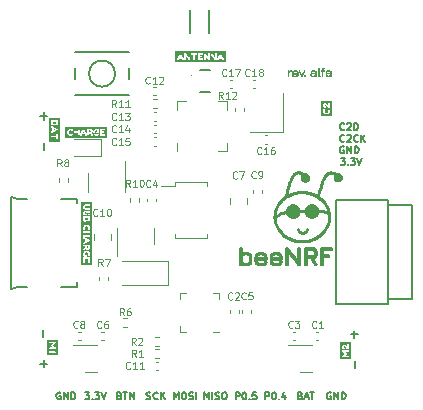
<source format=gbr>
%TF.GenerationSoftware,KiCad,Pcbnew,6.0.7-f9a2dced07~116~ubuntu22.04.1*%
%TF.CreationDate,2022-09-16T16:44:02+02:00*%
%TF.ProjectId,PCB,5043422e-6b69-4636-9164-5f7063625858,alfa*%
%TF.SameCoordinates,Original*%
%TF.FileFunction,Legend,Top*%
%TF.FilePolarity,Positive*%
%FSLAX46Y46*%
G04 Gerber Fmt 4.6, Leading zero omitted, Abs format (unit mm)*
G04 Created by KiCad (PCBNEW 6.0.7-f9a2dced07~116~ubuntu22.04.1) date 2022-09-16 16:44:02*
%MOMM*%
%LPD*%
G01*
G04 APERTURE LIST*
%ADD10C,0.150000*%
%ADD11C,0.200000*%
%ADD12C,0.264583*%
%ADD13C,0.050000*%
%ADD14C,0.100000*%
%ADD15C,0.120000*%
%ADD16C,0.127000*%
%ADD17C,0.152400*%
G04 APERTURE END LIST*
D10*
X88752857Y-80750000D02*
X88695714Y-80721428D01*
X88610000Y-80721428D01*
X88524285Y-80750000D01*
X88467142Y-80807142D01*
X88438571Y-80864285D01*
X88410000Y-80978571D01*
X88410000Y-81064285D01*
X88438571Y-81178571D01*
X88467142Y-81235714D01*
X88524285Y-81292857D01*
X88610000Y-81321428D01*
X88667142Y-81321428D01*
X88752857Y-81292857D01*
X88781428Y-81264285D01*
X88781428Y-81064285D01*
X88667142Y-81064285D01*
X89038571Y-81321428D02*
X89038571Y-80721428D01*
X89381428Y-81321428D01*
X89381428Y-80721428D01*
X89667142Y-81321428D02*
X89667142Y-80721428D01*
X89810000Y-80721428D01*
X89895714Y-80750000D01*
X89952857Y-80807142D01*
X89981428Y-80864285D01*
X90010000Y-80978571D01*
X90010000Y-81064285D01*
X89981428Y-81178571D01*
X89952857Y-81235714D01*
X89895714Y-81292857D01*
X89810000Y-81321428D01*
X89667142Y-81321428D01*
X88810000Y-80274285D02*
X88781428Y-80302857D01*
X88695714Y-80331428D01*
X88638571Y-80331428D01*
X88552857Y-80302857D01*
X88495714Y-80245714D01*
X88467142Y-80188571D01*
X88438571Y-80074285D01*
X88438571Y-79988571D01*
X88467142Y-79874285D01*
X88495714Y-79817142D01*
X88552857Y-79760000D01*
X88638571Y-79731428D01*
X88695714Y-79731428D01*
X88781428Y-79760000D01*
X88810000Y-79788571D01*
X89038571Y-79788571D02*
X89067142Y-79760000D01*
X89124285Y-79731428D01*
X89267142Y-79731428D01*
X89324285Y-79760000D01*
X89352857Y-79788571D01*
X89381428Y-79845714D01*
X89381428Y-79902857D01*
X89352857Y-79988571D01*
X89010000Y-80331428D01*
X89381428Y-80331428D01*
X89981428Y-80274285D02*
X89952857Y-80302857D01*
X89867142Y-80331428D01*
X89810000Y-80331428D01*
X89724285Y-80302857D01*
X89667142Y-80245714D01*
X89638571Y-80188571D01*
X89610000Y-80074285D01*
X89610000Y-79988571D01*
X89638571Y-79874285D01*
X89667142Y-79817142D01*
X89724285Y-79760000D01*
X89810000Y-79731428D01*
X89867142Y-79731428D01*
X89952857Y-79760000D01*
X89981428Y-79788571D01*
X90238571Y-80331428D02*
X90238571Y-79731428D01*
X90581428Y-80331428D02*
X90324285Y-79988571D01*
X90581428Y-79731428D02*
X90238571Y-80074285D01*
X88800000Y-79284285D02*
X88771428Y-79312857D01*
X88685714Y-79341428D01*
X88628571Y-79341428D01*
X88542857Y-79312857D01*
X88485714Y-79255714D01*
X88457142Y-79198571D01*
X88428571Y-79084285D01*
X88428571Y-78998571D01*
X88457142Y-78884285D01*
X88485714Y-78827142D01*
X88542857Y-78770000D01*
X88628571Y-78741428D01*
X88685714Y-78741428D01*
X88771428Y-78770000D01*
X88800000Y-78798571D01*
X89028571Y-78798571D02*
X89057142Y-78770000D01*
X89114285Y-78741428D01*
X89257142Y-78741428D01*
X89314285Y-78770000D01*
X89342857Y-78798571D01*
X89371428Y-78855714D01*
X89371428Y-78912857D01*
X89342857Y-78998571D01*
X89000000Y-79341428D01*
X89371428Y-79341428D01*
X89628571Y-79341428D02*
X89628571Y-78741428D01*
X89771428Y-78741428D01*
X89857142Y-78770000D01*
X89914285Y-78827142D01*
X89942857Y-78884285D01*
X89971428Y-78998571D01*
X89971428Y-79084285D01*
X89942857Y-79198571D01*
X89914285Y-79255714D01*
X89857142Y-79312857D01*
X89771428Y-79341428D01*
X89628571Y-79341428D01*
X88484285Y-81711428D02*
X88855714Y-81711428D01*
X88655714Y-81940000D01*
X88741428Y-81940000D01*
X88798571Y-81968571D01*
X88827142Y-81997142D01*
X88855714Y-82054285D01*
X88855714Y-82197142D01*
X88827142Y-82254285D01*
X88798571Y-82282857D01*
X88741428Y-82311428D01*
X88570000Y-82311428D01*
X88512857Y-82282857D01*
X88484285Y-82254285D01*
X89112857Y-82254285D02*
X89141428Y-82282857D01*
X89112857Y-82311428D01*
X89084285Y-82282857D01*
X89112857Y-82254285D01*
X89112857Y-82311428D01*
X89341428Y-81711428D02*
X89712857Y-81711428D01*
X89512857Y-81940000D01*
X89598571Y-81940000D01*
X89655714Y-81968571D01*
X89684285Y-81997142D01*
X89712857Y-82054285D01*
X89712857Y-82197142D01*
X89684285Y-82254285D01*
X89655714Y-82282857D01*
X89598571Y-82311428D01*
X89427142Y-82311428D01*
X89370000Y-82282857D01*
X89341428Y-82254285D01*
X89884285Y-81711428D02*
X90084285Y-82311428D01*
X90284285Y-81711428D01*
X87662857Y-101580000D02*
X87605714Y-101551428D01*
X87520000Y-101551428D01*
X87434285Y-101580000D01*
X87377142Y-101637142D01*
X87348571Y-101694285D01*
X87320000Y-101808571D01*
X87320000Y-101894285D01*
X87348571Y-102008571D01*
X87377142Y-102065714D01*
X87434285Y-102122857D01*
X87520000Y-102151428D01*
X87577142Y-102151428D01*
X87662857Y-102122857D01*
X87691428Y-102094285D01*
X87691428Y-101894285D01*
X87577142Y-101894285D01*
X87948571Y-102151428D02*
X87948571Y-101551428D01*
X88291428Y-102151428D01*
X88291428Y-101551428D01*
X88577142Y-102151428D02*
X88577142Y-101551428D01*
X88720000Y-101551428D01*
X88805714Y-101580000D01*
X88862857Y-101637142D01*
X88891428Y-101694285D01*
X88920000Y-101808571D01*
X88920000Y-101894285D01*
X88891428Y-102008571D01*
X88862857Y-102065714D01*
X88805714Y-102122857D01*
X88720000Y-102151428D01*
X88577142Y-102151428D01*
X79598571Y-102151428D02*
X79598571Y-101551428D01*
X79827142Y-101551428D01*
X79884285Y-101580000D01*
X79912857Y-101608571D01*
X79941428Y-101665714D01*
X79941428Y-101751428D01*
X79912857Y-101808571D01*
X79884285Y-101837142D01*
X79827142Y-101865714D01*
X79598571Y-101865714D01*
X80312857Y-101551428D02*
X80370000Y-101551428D01*
X80427142Y-101580000D01*
X80455714Y-101608571D01*
X80484285Y-101665714D01*
X80512857Y-101780000D01*
X80512857Y-101922857D01*
X80484285Y-102037142D01*
X80455714Y-102094285D01*
X80427142Y-102122857D01*
X80370000Y-102151428D01*
X80312857Y-102151428D01*
X80255714Y-102122857D01*
X80227142Y-102094285D01*
X80198571Y-102037142D01*
X80170000Y-101922857D01*
X80170000Y-101780000D01*
X80198571Y-101665714D01*
X80227142Y-101608571D01*
X80255714Y-101580000D01*
X80312857Y-101551428D01*
X80770000Y-102094285D02*
X80798571Y-102122857D01*
X80770000Y-102151428D01*
X80741428Y-102122857D01*
X80770000Y-102094285D01*
X80770000Y-102151428D01*
X81341428Y-101551428D02*
X81055714Y-101551428D01*
X81027142Y-101837142D01*
X81055714Y-101808571D01*
X81112857Y-101780000D01*
X81255714Y-101780000D01*
X81312857Y-101808571D01*
X81341428Y-101837142D01*
X81370000Y-101894285D01*
X81370000Y-102037142D01*
X81341428Y-102094285D01*
X81312857Y-102122857D01*
X81255714Y-102151428D01*
X81112857Y-102151428D01*
X81055714Y-102122857D01*
X81027142Y-102094285D01*
X85087142Y-101837142D02*
X85172857Y-101865714D01*
X85201428Y-101894285D01*
X85230000Y-101951428D01*
X85230000Y-102037142D01*
X85201428Y-102094285D01*
X85172857Y-102122857D01*
X85115714Y-102151428D01*
X84887142Y-102151428D01*
X84887142Y-101551428D01*
X85087142Y-101551428D01*
X85144285Y-101580000D01*
X85172857Y-101608571D01*
X85201428Y-101665714D01*
X85201428Y-101722857D01*
X85172857Y-101780000D01*
X85144285Y-101808571D01*
X85087142Y-101837142D01*
X84887142Y-101837142D01*
X85458571Y-101980000D02*
X85744285Y-101980000D01*
X85401428Y-102151428D02*
X85601428Y-101551428D01*
X85801428Y-102151428D01*
X85915714Y-101551428D02*
X86258571Y-101551428D01*
X86087142Y-102151428D02*
X86087142Y-101551428D01*
X82098571Y-102151428D02*
X82098571Y-101551428D01*
X82327142Y-101551428D01*
X82384285Y-101580000D01*
X82412857Y-101608571D01*
X82441428Y-101665714D01*
X82441428Y-101751428D01*
X82412857Y-101808571D01*
X82384285Y-101837142D01*
X82327142Y-101865714D01*
X82098571Y-101865714D01*
X82812857Y-101551428D02*
X82870000Y-101551428D01*
X82927142Y-101580000D01*
X82955714Y-101608571D01*
X82984285Y-101665714D01*
X83012857Y-101780000D01*
X83012857Y-101922857D01*
X82984285Y-102037142D01*
X82955714Y-102094285D01*
X82927142Y-102122857D01*
X82870000Y-102151428D01*
X82812857Y-102151428D01*
X82755714Y-102122857D01*
X82727142Y-102094285D01*
X82698571Y-102037142D01*
X82670000Y-101922857D01*
X82670000Y-101780000D01*
X82698571Y-101665714D01*
X82727142Y-101608571D01*
X82755714Y-101580000D01*
X82812857Y-101551428D01*
X83270000Y-102094285D02*
X83298571Y-102122857D01*
X83270000Y-102151428D01*
X83241428Y-102122857D01*
X83270000Y-102094285D01*
X83270000Y-102151428D01*
X83812857Y-101751428D02*
X83812857Y-102151428D01*
X83670000Y-101522857D02*
X83527142Y-101951428D01*
X83898571Y-101951428D01*
X74377142Y-102151428D02*
X74377142Y-101551428D01*
X74577142Y-101980000D01*
X74777142Y-101551428D01*
X74777142Y-102151428D01*
X75177142Y-101551428D02*
X75291428Y-101551428D01*
X75348571Y-101580000D01*
X75405714Y-101637142D01*
X75434285Y-101751428D01*
X75434285Y-101951428D01*
X75405714Y-102065714D01*
X75348571Y-102122857D01*
X75291428Y-102151428D01*
X75177142Y-102151428D01*
X75120000Y-102122857D01*
X75062857Y-102065714D01*
X75034285Y-101951428D01*
X75034285Y-101751428D01*
X75062857Y-101637142D01*
X75120000Y-101580000D01*
X75177142Y-101551428D01*
X75662857Y-102122857D02*
X75748571Y-102151428D01*
X75891428Y-102151428D01*
X75948571Y-102122857D01*
X75977142Y-102094285D01*
X76005714Y-102037142D01*
X76005714Y-101980000D01*
X75977142Y-101922857D01*
X75948571Y-101894285D01*
X75891428Y-101865714D01*
X75777142Y-101837142D01*
X75720000Y-101808571D01*
X75691428Y-101780000D01*
X75662857Y-101722857D01*
X75662857Y-101665714D01*
X75691428Y-101608571D01*
X75720000Y-101580000D01*
X75777142Y-101551428D01*
X75920000Y-101551428D01*
X76005714Y-101580000D01*
X76262857Y-102151428D02*
X76262857Y-101551428D01*
X76937142Y-102151428D02*
X76937142Y-101551428D01*
X77137142Y-101980000D01*
X77337142Y-101551428D01*
X77337142Y-102151428D01*
X77622857Y-102151428D02*
X77622857Y-101551428D01*
X77880000Y-102122857D02*
X77965714Y-102151428D01*
X78108571Y-102151428D01*
X78165714Y-102122857D01*
X78194285Y-102094285D01*
X78222857Y-102037142D01*
X78222857Y-101980000D01*
X78194285Y-101922857D01*
X78165714Y-101894285D01*
X78108571Y-101865714D01*
X77994285Y-101837142D01*
X77937142Y-101808571D01*
X77908571Y-101780000D01*
X77880000Y-101722857D01*
X77880000Y-101665714D01*
X77908571Y-101608571D01*
X77937142Y-101580000D01*
X77994285Y-101551428D01*
X78137142Y-101551428D01*
X78222857Y-101580000D01*
X78594285Y-101551428D02*
X78708571Y-101551428D01*
X78765714Y-101580000D01*
X78822857Y-101637142D01*
X78851428Y-101751428D01*
X78851428Y-101951428D01*
X78822857Y-102065714D01*
X78765714Y-102122857D01*
X78708571Y-102151428D01*
X78594285Y-102151428D01*
X78537142Y-102122857D01*
X78480000Y-102065714D01*
X78451428Y-101951428D01*
X78451428Y-101751428D01*
X78480000Y-101637142D01*
X78537142Y-101580000D01*
X78594285Y-101551428D01*
X72048571Y-102122857D02*
X72134285Y-102151428D01*
X72277142Y-102151428D01*
X72334285Y-102122857D01*
X72362857Y-102094285D01*
X72391428Y-102037142D01*
X72391428Y-101980000D01*
X72362857Y-101922857D01*
X72334285Y-101894285D01*
X72277142Y-101865714D01*
X72162857Y-101837142D01*
X72105714Y-101808571D01*
X72077142Y-101780000D01*
X72048571Y-101722857D01*
X72048571Y-101665714D01*
X72077142Y-101608571D01*
X72105714Y-101580000D01*
X72162857Y-101551428D01*
X72305714Y-101551428D01*
X72391428Y-101580000D01*
X72991428Y-102094285D02*
X72962857Y-102122857D01*
X72877142Y-102151428D01*
X72820000Y-102151428D01*
X72734285Y-102122857D01*
X72677142Y-102065714D01*
X72648571Y-102008571D01*
X72620000Y-101894285D01*
X72620000Y-101808571D01*
X72648571Y-101694285D01*
X72677142Y-101637142D01*
X72734285Y-101580000D01*
X72820000Y-101551428D01*
X72877142Y-101551428D01*
X72962857Y-101580000D01*
X72991428Y-101608571D01*
X73248571Y-102151428D02*
X73248571Y-101551428D01*
X73591428Y-102151428D02*
X73334285Y-101808571D01*
X73591428Y-101551428D02*
X73248571Y-101894285D01*
X69770000Y-101837142D02*
X69855714Y-101865714D01*
X69884285Y-101894285D01*
X69912857Y-101951428D01*
X69912857Y-102037142D01*
X69884285Y-102094285D01*
X69855714Y-102122857D01*
X69798571Y-102151428D01*
X69570000Y-102151428D01*
X69570000Y-101551428D01*
X69770000Y-101551428D01*
X69827142Y-101580000D01*
X69855714Y-101608571D01*
X69884285Y-101665714D01*
X69884285Y-101722857D01*
X69855714Y-101780000D01*
X69827142Y-101808571D01*
X69770000Y-101837142D01*
X69570000Y-101837142D01*
X70084285Y-101551428D02*
X70427142Y-101551428D01*
X70255714Y-102151428D02*
X70255714Y-101551428D01*
X70627142Y-102151428D02*
X70627142Y-101551428D01*
X70970000Y-102151428D01*
X70970000Y-101551428D01*
X66824285Y-101551428D02*
X67195714Y-101551428D01*
X66995714Y-101780000D01*
X67081428Y-101780000D01*
X67138571Y-101808571D01*
X67167142Y-101837142D01*
X67195714Y-101894285D01*
X67195714Y-102037142D01*
X67167142Y-102094285D01*
X67138571Y-102122857D01*
X67081428Y-102151428D01*
X66910000Y-102151428D01*
X66852857Y-102122857D01*
X66824285Y-102094285D01*
X67452857Y-102094285D02*
X67481428Y-102122857D01*
X67452857Y-102151428D01*
X67424285Y-102122857D01*
X67452857Y-102094285D01*
X67452857Y-102151428D01*
X67681428Y-101551428D02*
X68052857Y-101551428D01*
X67852857Y-101780000D01*
X67938571Y-101780000D01*
X67995714Y-101808571D01*
X68024285Y-101837142D01*
X68052857Y-101894285D01*
X68052857Y-102037142D01*
X68024285Y-102094285D01*
X67995714Y-102122857D01*
X67938571Y-102151428D01*
X67767142Y-102151428D01*
X67710000Y-102122857D01*
X67681428Y-102094285D01*
X68224285Y-101551428D02*
X68424285Y-102151428D01*
X68624285Y-101551428D01*
X64752857Y-101580000D02*
X64695714Y-101551428D01*
X64610000Y-101551428D01*
X64524285Y-101580000D01*
X64467142Y-101637142D01*
X64438571Y-101694285D01*
X64410000Y-101808571D01*
X64410000Y-101894285D01*
X64438571Y-102008571D01*
X64467142Y-102065714D01*
X64524285Y-102122857D01*
X64610000Y-102151428D01*
X64667142Y-102151428D01*
X64752857Y-102122857D01*
X64781428Y-102094285D01*
X64781428Y-101894285D01*
X64667142Y-101894285D01*
X65038571Y-102151428D02*
X65038571Y-101551428D01*
X65381428Y-102151428D01*
X65381428Y-101551428D01*
X65667142Y-102151428D02*
X65667142Y-101551428D01*
X65810000Y-101551428D01*
X65895714Y-101580000D01*
X65952857Y-101637142D01*
X65981428Y-101694285D01*
X66010000Y-101808571D01*
X66010000Y-101894285D01*
X65981428Y-102008571D01*
X65952857Y-102065714D01*
X65895714Y-102122857D01*
X65810000Y-102151428D01*
X65667142Y-102151428D01*
D11*
G36*
X88305710Y-83087628D02*
G01*
X88320684Y-83088767D01*
X88335440Y-83090642D01*
X88349960Y-83093235D01*
X88364226Y-83096527D01*
X88378218Y-83100501D01*
X88391919Y-83105136D01*
X88405309Y-83110416D01*
X88418370Y-83116321D01*
X88431083Y-83122832D01*
X88443431Y-83129932D01*
X88455395Y-83137602D01*
X88466955Y-83145822D01*
X88478094Y-83154576D01*
X88488793Y-83163843D01*
X88499033Y-83173607D01*
X88508796Y-83183847D01*
X88518064Y-83194546D01*
X88526817Y-83205685D01*
X88535038Y-83217245D01*
X88542708Y-83229208D01*
X88549808Y-83241556D01*
X88556319Y-83254270D01*
X88562224Y-83267331D01*
X88567503Y-83280721D01*
X88572139Y-83294422D01*
X88576113Y-83308414D01*
X88579405Y-83322679D01*
X88581998Y-83337200D01*
X88583873Y-83351956D01*
X88585012Y-83366930D01*
X88585396Y-83382104D01*
X88585012Y-83397277D01*
X88583873Y-83412251D01*
X88581998Y-83427008D01*
X88579405Y-83441528D01*
X88576113Y-83455794D01*
X88572139Y-83469786D01*
X88567503Y-83483486D01*
X88562224Y-83496876D01*
X88556319Y-83509938D01*
X88549808Y-83522651D01*
X88542708Y-83534999D01*
X88535038Y-83546963D01*
X88526817Y-83558523D01*
X88518064Y-83569662D01*
X88508796Y-83580361D01*
X88499033Y-83590601D01*
X88488793Y-83600364D01*
X88478094Y-83609632D01*
X88466955Y-83618385D01*
X88455395Y-83626606D01*
X88443431Y-83634276D01*
X88431083Y-83641375D01*
X88418370Y-83647887D01*
X88405309Y-83653792D01*
X88391919Y-83659071D01*
X88378218Y-83663707D01*
X88364226Y-83667680D01*
X88349960Y-83670973D01*
X88335440Y-83673566D01*
X88320684Y-83675441D01*
X88305710Y-83676580D01*
X88290536Y-83676963D01*
X88275363Y-83676580D01*
X88260388Y-83675441D01*
X88245632Y-83673566D01*
X88231112Y-83670973D01*
X88216846Y-83667680D01*
X88202854Y-83663707D01*
X88189153Y-83659071D01*
X88175763Y-83653792D01*
X88162702Y-83647887D01*
X88149989Y-83641375D01*
X88137641Y-83634276D01*
X88125677Y-83626606D01*
X88114117Y-83618385D01*
X88102978Y-83609632D01*
X88092279Y-83600364D01*
X88082039Y-83590601D01*
X88072276Y-83580361D01*
X88063008Y-83569662D01*
X88054255Y-83558523D01*
X88046034Y-83546963D01*
X88038364Y-83534999D01*
X88031265Y-83522651D01*
X88024753Y-83509938D01*
X88018848Y-83496876D01*
X88013569Y-83483486D01*
X88008933Y-83469786D01*
X88004960Y-83455794D01*
X88001667Y-83441528D01*
X87999074Y-83427008D01*
X87997199Y-83412251D01*
X87996060Y-83397277D01*
X87995677Y-83382104D01*
X87996060Y-83366930D01*
X87997199Y-83351956D01*
X87999074Y-83337200D01*
X88001667Y-83322679D01*
X88004960Y-83308414D01*
X88008933Y-83294422D01*
X88013569Y-83280721D01*
X88018848Y-83267331D01*
X88024753Y-83254270D01*
X88031265Y-83241556D01*
X88038364Y-83229208D01*
X88046034Y-83217245D01*
X88054255Y-83205685D01*
X88063008Y-83194546D01*
X88072276Y-83183847D01*
X88082039Y-83173607D01*
X88092279Y-83163843D01*
X88102978Y-83154576D01*
X88114117Y-83145822D01*
X88125677Y-83137602D01*
X88137641Y-83129932D01*
X88149989Y-83122832D01*
X88162702Y-83116321D01*
X88175763Y-83110416D01*
X88189153Y-83105136D01*
X88202854Y-83100501D01*
X88216846Y-83096527D01*
X88231112Y-83093235D01*
X88245632Y-83090642D01*
X88260388Y-83088767D01*
X88275363Y-83087628D01*
X88290536Y-83087244D01*
X88305710Y-83087628D01*
G37*
X88305710Y-83087628D02*
X88320684Y-83088767D01*
X88335440Y-83090642D01*
X88349960Y-83093235D01*
X88364226Y-83096527D01*
X88378218Y-83100501D01*
X88391919Y-83105136D01*
X88405309Y-83110416D01*
X88418370Y-83116321D01*
X88431083Y-83122832D01*
X88443431Y-83129932D01*
X88455395Y-83137602D01*
X88466955Y-83145822D01*
X88478094Y-83154576D01*
X88488793Y-83163843D01*
X88499033Y-83173607D01*
X88508796Y-83183847D01*
X88518064Y-83194546D01*
X88526817Y-83205685D01*
X88535038Y-83217245D01*
X88542708Y-83229208D01*
X88549808Y-83241556D01*
X88556319Y-83254270D01*
X88562224Y-83267331D01*
X88567503Y-83280721D01*
X88572139Y-83294422D01*
X88576113Y-83308414D01*
X88579405Y-83322679D01*
X88581998Y-83337200D01*
X88583873Y-83351956D01*
X88585012Y-83366930D01*
X88585396Y-83382104D01*
X88585012Y-83397277D01*
X88583873Y-83412251D01*
X88581998Y-83427008D01*
X88579405Y-83441528D01*
X88576113Y-83455794D01*
X88572139Y-83469786D01*
X88567503Y-83483486D01*
X88562224Y-83496876D01*
X88556319Y-83509938D01*
X88549808Y-83522651D01*
X88542708Y-83534999D01*
X88535038Y-83546963D01*
X88526817Y-83558523D01*
X88518064Y-83569662D01*
X88508796Y-83580361D01*
X88499033Y-83590601D01*
X88488793Y-83600364D01*
X88478094Y-83609632D01*
X88466955Y-83618385D01*
X88455395Y-83626606D01*
X88443431Y-83634276D01*
X88431083Y-83641375D01*
X88418370Y-83647887D01*
X88405309Y-83653792D01*
X88391919Y-83659071D01*
X88378218Y-83663707D01*
X88364226Y-83667680D01*
X88349960Y-83670973D01*
X88335440Y-83673566D01*
X88320684Y-83675441D01*
X88305710Y-83676580D01*
X88290536Y-83676963D01*
X88275363Y-83676580D01*
X88260388Y-83675441D01*
X88245632Y-83673566D01*
X88231112Y-83670973D01*
X88216846Y-83667680D01*
X88202854Y-83663707D01*
X88189153Y-83659071D01*
X88175763Y-83653792D01*
X88162702Y-83647887D01*
X88149989Y-83641375D01*
X88137641Y-83634276D01*
X88125677Y-83626606D01*
X88114117Y-83618385D01*
X88102978Y-83609632D01*
X88092279Y-83600364D01*
X88082039Y-83590601D01*
X88072276Y-83580361D01*
X88063008Y-83569662D01*
X88054255Y-83558523D01*
X88046034Y-83546963D01*
X88038364Y-83534999D01*
X88031265Y-83522651D01*
X88024753Y-83509938D01*
X88018848Y-83496876D01*
X88013569Y-83483486D01*
X88008933Y-83469786D01*
X88004960Y-83455794D01*
X88001667Y-83441528D01*
X87999074Y-83427008D01*
X87997199Y-83412251D01*
X87996060Y-83397277D01*
X87995677Y-83382104D01*
X87996060Y-83366930D01*
X87997199Y-83351956D01*
X87999074Y-83337200D01*
X88001667Y-83322679D01*
X88004960Y-83308414D01*
X88008933Y-83294422D01*
X88013569Y-83280721D01*
X88018848Y-83267331D01*
X88024753Y-83254270D01*
X88031265Y-83241556D01*
X88038364Y-83229208D01*
X88046034Y-83217245D01*
X88054255Y-83205685D01*
X88063008Y-83194546D01*
X88072276Y-83183847D01*
X88082039Y-83173607D01*
X88092279Y-83163843D01*
X88102978Y-83154576D01*
X88114117Y-83145822D01*
X88125677Y-83137602D01*
X88137641Y-83129932D01*
X88149989Y-83122832D01*
X88162702Y-83116321D01*
X88175763Y-83110416D01*
X88189153Y-83105136D01*
X88202854Y-83100501D01*
X88216846Y-83096527D01*
X88231112Y-83093235D01*
X88245632Y-83090642D01*
X88260388Y-83088767D01*
X88275363Y-83087628D01*
X88290536Y-83087244D01*
X88305710Y-83087628D01*
D12*
X87388333Y-86374112D02*
X87520625Y-86374112D01*
X85668542Y-86241821D02*
X86991458Y-86241821D01*
X86991458Y-86241821D02*
X86991458Y-86241821D01*
X83419583Y-86374112D02*
X84477917Y-86241821D01*
X83419583Y-86374112D02*
X83419583Y-86374112D01*
X86991458Y-86241821D02*
X87388333Y-86374112D01*
X85637059Y-87738687D02*
X85639252Y-87697029D01*
X85620355Y-87813939D02*
X85630667Y-87777657D01*
X85606404Y-87847534D02*
X85620355Y-87813939D01*
X85568704Y-87906661D02*
X85589094Y-87878441D01*
X85491856Y-87975195D02*
X85519805Y-87955038D01*
X85461948Y-87992664D02*
X85491856Y-87975195D01*
X85668542Y-86241821D02*
X85668542Y-86241821D01*
X85430360Y-88007446D02*
X85461948Y-87992664D01*
X85397372Y-88019540D02*
X85430360Y-88007446D01*
X85363264Y-88028946D02*
X85397372Y-88019540D01*
D11*
G36*
X85525871Y-83098008D02*
G01*
X85541400Y-83099189D01*
X85556703Y-83101134D01*
X85571761Y-83103823D01*
X85586554Y-83107237D01*
X85601065Y-83111358D01*
X85615273Y-83116165D01*
X85629158Y-83121640D01*
X85642703Y-83127764D01*
X85655888Y-83134516D01*
X85668693Y-83141879D01*
X85681099Y-83149833D01*
X85693088Y-83158358D01*
X85704639Y-83167436D01*
X85715734Y-83177046D01*
X85726354Y-83187171D01*
X85736479Y-83197791D01*
X85746089Y-83208886D01*
X85755167Y-83220437D01*
X85763692Y-83232426D01*
X85771646Y-83244832D01*
X85779009Y-83257637D01*
X85785761Y-83270822D01*
X85791885Y-83284366D01*
X85797360Y-83298252D01*
X85802167Y-83312460D01*
X85806288Y-83326971D01*
X85809702Y-83341764D01*
X85812391Y-83356822D01*
X85814336Y-83372125D01*
X85815517Y-83387654D01*
X85815915Y-83403389D01*
X85815517Y-83419125D01*
X85814336Y-83434654D01*
X85812391Y-83449957D01*
X85809702Y-83465015D01*
X85806288Y-83479808D01*
X85802167Y-83494319D01*
X85797360Y-83508527D01*
X85791885Y-83522412D01*
X85785761Y-83535957D01*
X85779009Y-83549142D01*
X85771646Y-83561947D01*
X85763692Y-83574353D01*
X85755167Y-83586342D01*
X85746089Y-83597893D01*
X85736479Y-83608988D01*
X85726354Y-83619608D01*
X85715734Y-83629733D01*
X85704639Y-83639343D01*
X85693088Y-83648421D01*
X85681099Y-83656946D01*
X85668693Y-83664900D01*
X85655888Y-83672263D01*
X85642703Y-83679015D01*
X85629158Y-83685139D01*
X85615273Y-83690614D01*
X85601065Y-83695421D01*
X85586554Y-83699542D01*
X85571761Y-83702956D01*
X85556703Y-83705645D01*
X85541400Y-83707590D01*
X85525871Y-83708770D01*
X85510136Y-83709168D01*
X85494400Y-83708770D01*
X85478871Y-83707590D01*
X85463569Y-83705645D01*
X85448511Y-83702956D01*
X85433717Y-83699542D01*
X85419206Y-83695421D01*
X85404999Y-83690614D01*
X85391113Y-83685139D01*
X85377568Y-83679015D01*
X85364383Y-83672263D01*
X85351578Y-83664900D01*
X85339172Y-83656946D01*
X85327183Y-83648421D01*
X85315632Y-83639343D01*
X85304537Y-83629733D01*
X85293917Y-83619608D01*
X85283793Y-83608988D01*
X85274182Y-83597893D01*
X85265104Y-83586342D01*
X85256579Y-83574353D01*
X85248625Y-83561947D01*
X85241263Y-83549142D01*
X85234510Y-83535957D01*
X85228386Y-83522412D01*
X85222911Y-83508527D01*
X85218104Y-83494319D01*
X85213984Y-83479808D01*
X85210569Y-83465015D01*
X85207880Y-83449957D01*
X85205936Y-83434654D01*
X85204755Y-83419125D01*
X85204357Y-83403389D01*
X85204755Y-83387654D01*
X85205936Y-83372125D01*
X85207880Y-83356822D01*
X85210569Y-83341764D01*
X85213984Y-83326971D01*
X85218104Y-83312460D01*
X85222911Y-83298252D01*
X85228386Y-83284366D01*
X85234510Y-83270822D01*
X85241263Y-83257637D01*
X85248625Y-83244832D01*
X85256579Y-83232426D01*
X85265104Y-83220437D01*
X85274182Y-83208886D01*
X85283793Y-83197791D01*
X85293917Y-83187171D01*
X85304537Y-83177046D01*
X85315632Y-83167436D01*
X85327183Y-83158358D01*
X85339172Y-83149833D01*
X85351578Y-83141879D01*
X85364383Y-83134516D01*
X85377568Y-83127764D01*
X85391113Y-83121640D01*
X85404999Y-83116165D01*
X85419206Y-83111358D01*
X85433717Y-83107237D01*
X85448511Y-83103823D01*
X85463569Y-83101134D01*
X85478871Y-83099189D01*
X85494400Y-83098008D01*
X85510136Y-83097611D01*
X85525871Y-83098008D01*
G37*
X85525871Y-83098008D02*
X85541400Y-83099189D01*
X85556703Y-83101134D01*
X85571761Y-83103823D01*
X85586554Y-83107237D01*
X85601065Y-83111358D01*
X85615273Y-83116165D01*
X85629158Y-83121640D01*
X85642703Y-83127764D01*
X85655888Y-83134516D01*
X85668693Y-83141879D01*
X85681099Y-83149833D01*
X85693088Y-83158358D01*
X85704639Y-83167436D01*
X85715734Y-83177046D01*
X85726354Y-83187171D01*
X85736479Y-83197791D01*
X85746089Y-83208886D01*
X85755167Y-83220437D01*
X85763692Y-83232426D01*
X85771646Y-83244832D01*
X85779009Y-83257637D01*
X85785761Y-83270822D01*
X85791885Y-83284366D01*
X85797360Y-83298252D01*
X85802167Y-83312460D01*
X85806288Y-83326971D01*
X85809702Y-83341764D01*
X85812391Y-83356822D01*
X85814336Y-83372125D01*
X85815517Y-83387654D01*
X85815915Y-83403389D01*
X85815517Y-83419125D01*
X85814336Y-83434654D01*
X85812391Y-83449957D01*
X85809702Y-83465015D01*
X85806288Y-83479808D01*
X85802167Y-83494319D01*
X85797360Y-83508527D01*
X85791885Y-83522412D01*
X85785761Y-83535957D01*
X85779009Y-83549142D01*
X85771646Y-83561947D01*
X85763692Y-83574353D01*
X85755167Y-83586342D01*
X85746089Y-83597893D01*
X85736479Y-83608988D01*
X85726354Y-83619608D01*
X85715734Y-83629733D01*
X85704639Y-83639343D01*
X85693088Y-83648421D01*
X85681099Y-83656946D01*
X85668693Y-83664900D01*
X85655888Y-83672263D01*
X85642703Y-83679015D01*
X85629158Y-83685139D01*
X85615273Y-83690614D01*
X85601065Y-83695421D01*
X85586554Y-83699542D01*
X85571761Y-83702956D01*
X85556703Y-83705645D01*
X85541400Y-83707590D01*
X85525871Y-83708770D01*
X85510136Y-83709168D01*
X85494400Y-83708770D01*
X85478871Y-83707590D01*
X85463569Y-83705645D01*
X85448511Y-83702956D01*
X85433717Y-83699542D01*
X85419206Y-83695421D01*
X85404999Y-83690614D01*
X85391113Y-83685139D01*
X85377568Y-83679015D01*
X85364383Y-83672263D01*
X85351578Y-83664900D01*
X85339172Y-83656946D01*
X85327183Y-83648421D01*
X85315632Y-83639343D01*
X85304537Y-83629733D01*
X85293917Y-83619608D01*
X85283793Y-83608988D01*
X85274182Y-83597893D01*
X85265104Y-83586342D01*
X85256579Y-83574353D01*
X85248625Y-83561947D01*
X85241263Y-83549142D01*
X85234510Y-83535957D01*
X85228386Y-83522412D01*
X85222911Y-83508527D01*
X85218104Y-83494319D01*
X85213984Y-83479808D01*
X85210569Y-83465015D01*
X85207880Y-83449957D01*
X85205936Y-83434654D01*
X85204755Y-83419125D01*
X85204357Y-83403389D01*
X85204755Y-83387654D01*
X85205936Y-83372125D01*
X85207880Y-83356822D01*
X85210569Y-83341764D01*
X85213984Y-83326971D01*
X85218104Y-83312460D01*
X85222911Y-83298252D01*
X85228386Y-83284366D01*
X85234510Y-83270822D01*
X85241263Y-83257637D01*
X85248625Y-83244832D01*
X85256579Y-83232426D01*
X85265104Y-83220437D01*
X85274182Y-83208886D01*
X85283793Y-83197791D01*
X85293917Y-83187171D01*
X85304537Y-83177046D01*
X85315632Y-83167436D01*
X85327183Y-83158358D01*
X85339172Y-83149833D01*
X85351578Y-83141879D01*
X85364383Y-83134516D01*
X85377568Y-83127764D01*
X85391113Y-83121640D01*
X85404999Y-83116165D01*
X85419206Y-83111358D01*
X85433717Y-83107237D01*
X85448511Y-83103823D01*
X85463569Y-83101134D01*
X85478871Y-83099189D01*
X85494400Y-83098008D01*
X85510136Y-83097611D01*
X85525871Y-83098008D01*
D12*
X85328317Y-88035665D02*
X85363264Y-88028946D01*
X85292809Y-88039697D02*
X85328317Y-88035665D01*
X85257022Y-88041040D02*
X85292809Y-88039697D01*
D11*
G36*
X84505147Y-85713343D02*
G01*
X84532021Y-85715386D01*
X84558503Y-85718751D01*
X84584562Y-85723405D01*
X84610164Y-85729314D01*
X84635275Y-85736444D01*
X84659862Y-85744764D01*
X84683892Y-85754239D01*
X84707332Y-85764836D01*
X84730149Y-85776522D01*
X84752309Y-85789263D01*
X84773779Y-85803028D01*
X84794525Y-85817781D01*
X84814516Y-85833490D01*
X84833716Y-85850122D01*
X84852094Y-85867644D01*
X84869615Y-85886021D01*
X84886247Y-85905222D01*
X84901956Y-85925212D01*
X84916710Y-85945959D01*
X84930474Y-85967429D01*
X84943216Y-85989589D01*
X84954902Y-86012405D01*
X84965499Y-86035845D01*
X84974973Y-86059876D01*
X84983293Y-86084463D01*
X84990424Y-86109574D01*
X84996332Y-86135175D01*
X85000986Y-86161234D01*
X85004351Y-86187717D01*
X85006395Y-86214590D01*
X85007083Y-86241821D01*
X85006395Y-86269052D01*
X85004351Y-86295925D01*
X85000986Y-86322408D01*
X84996332Y-86348466D01*
X84990424Y-86374068D01*
X84983293Y-86399179D01*
X84974973Y-86423766D01*
X84965499Y-86447796D01*
X84954902Y-86471236D01*
X84943216Y-86494053D01*
X84930474Y-86516213D01*
X84916710Y-86537683D01*
X84901956Y-86558430D01*
X84886247Y-86578420D01*
X84869615Y-86597620D01*
X84852094Y-86615998D01*
X84833716Y-86633519D01*
X84814516Y-86650151D01*
X84794525Y-86665861D01*
X84773779Y-86680614D01*
X84752309Y-86694378D01*
X84730149Y-86707120D01*
X84707332Y-86718806D01*
X84683892Y-86729403D01*
X84659862Y-86738878D01*
X84635275Y-86747197D01*
X84610164Y-86754328D01*
X84584562Y-86760237D01*
X84558503Y-86764890D01*
X84532021Y-86768255D01*
X84505147Y-86770299D01*
X84477917Y-86770987D01*
X84450686Y-86770299D01*
X84423812Y-86768255D01*
X84397330Y-86764890D01*
X84371271Y-86760237D01*
X84345670Y-86754328D01*
X84320559Y-86747197D01*
X84295971Y-86738878D01*
X84271941Y-86729403D01*
X84248501Y-86718806D01*
X84225684Y-86707120D01*
X84203524Y-86694378D01*
X84182054Y-86680614D01*
X84161308Y-86665861D01*
X84141317Y-86650151D01*
X84122117Y-86633519D01*
X84103739Y-86615998D01*
X84086218Y-86597620D01*
X84069586Y-86578420D01*
X84053877Y-86558430D01*
X84039123Y-86537683D01*
X84025359Y-86516213D01*
X84012618Y-86494053D01*
X84000932Y-86471236D01*
X83990334Y-86447796D01*
X83980860Y-86423766D01*
X83972540Y-86399179D01*
X83965410Y-86374068D01*
X83959501Y-86348466D01*
X83954847Y-86322408D01*
X83951482Y-86295925D01*
X83949438Y-86269052D01*
X83948750Y-86241821D01*
X83949438Y-86214590D01*
X83951482Y-86187717D01*
X83954847Y-86161234D01*
X83959501Y-86135175D01*
X83965410Y-86109574D01*
X83972540Y-86084463D01*
X83980860Y-86059876D01*
X83990334Y-86035845D01*
X84000932Y-86012405D01*
X84012618Y-85989589D01*
X84025359Y-85967429D01*
X84039123Y-85945959D01*
X84053877Y-85925212D01*
X84069586Y-85905222D01*
X84086218Y-85886021D01*
X84103739Y-85867644D01*
X84122117Y-85850122D01*
X84141317Y-85833490D01*
X84161308Y-85817781D01*
X84182054Y-85803028D01*
X84203524Y-85789263D01*
X84225684Y-85776522D01*
X84248501Y-85764836D01*
X84271941Y-85754239D01*
X84295971Y-85744764D01*
X84320559Y-85736444D01*
X84345670Y-85729314D01*
X84371271Y-85723405D01*
X84397330Y-85718751D01*
X84423812Y-85715386D01*
X84450686Y-85713343D01*
X84477917Y-85712654D01*
X84505147Y-85713343D01*
G37*
X84505147Y-85713343D02*
X84532021Y-85715386D01*
X84558503Y-85718751D01*
X84584562Y-85723405D01*
X84610164Y-85729314D01*
X84635275Y-85736444D01*
X84659862Y-85744764D01*
X84683892Y-85754239D01*
X84707332Y-85764836D01*
X84730149Y-85776522D01*
X84752309Y-85789263D01*
X84773779Y-85803028D01*
X84794525Y-85817781D01*
X84814516Y-85833490D01*
X84833716Y-85850122D01*
X84852094Y-85867644D01*
X84869615Y-85886021D01*
X84886247Y-85905222D01*
X84901956Y-85925212D01*
X84916710Y-85945959D01*
X84930474Y-85967429D01*
X84943216Y-85989589D01*
X84954902Y-86012405D01*
X84965499Y-86035845D01*
X84974973Y-86059876D01*
X84983293Y-86084463D01*
X84990424Y-86109574D01*
X84996332Y-86135175D01*
X85000986Y-86161234D01*
X85004351Y-86187717D01*
X85006395Y-86214590D01*
X85007083Y-86241821D01*
X85006395Y-86269052D01*
X85004351Y-86295925D01*
X85000986Y-86322408D01*
X84996332Y-86348466D01*
X84990424Y-86374068D01*
X84983293Y-86399179D01*
X84974973Y-86423766D01*
X84965499Y-86447796D01*
X84954902Y-86471236D01*
X84943216Y-86494053D01*
X84930474Y-86516213D01*
X84916710Y-86537683D01*
X84901956Y-86558430D01*
X84886247Y-86578420D01*
X84869615Y-86597620D01*
X84852094Y-86615998D01*
X84833716Y-86633519D01*
X84814516Y-86650151D01*
X84794525Y-86665861D01*
X84773779Y-86680614D01*
X84752309Y-86694378D01*
X84730149Y-86707120D01*
X84707332Y-86718806D01*
X84683892Y-86729403D01*
X84659862Y-86738878D01*
X84635275Y-86747197D01*
X84610164Y-86754328D01*
X84584562Y-86760237D01*
X84558503Y-86764890D01*
X84532021Y-86768255D01*
X84505147Y-86770299D01*
X84477917Y-86770987D01*
X84450686Y-86770299D01*
X84423812Y-86768255D01*
X84397330Y-86764890D01*
X84371271Y-86760237D01*
X84345670Y-86754328D01*
X84320559Y-86747197D01*
X84295971Y-86738878D01*
X84271941Y-86729403D01*
X84248501Y-86718806D01*
X84225684Y-86707120D01*
X84203524Y-86694378D01*
X84182054Y-86680614D01*
X84161308Y-86665861D01*
X84141317Y-86650151D01*
X84122117Y-86633519D01*
X84103739Y-86615998D01*
X84086218Y-86597620D01*
X84069586Y-86578420D01*
X84053877Y-86558430D01*
X84039123Y-86537683D01*
X84025359Y-86516213D01*
X84012618Y-86494053D01*
X84000932Y-86471236D01*
X83990334Y-86447796D01*
X83980860Y-86423766D01*
X83972540Y-86399179D01*
X83965410Y-86374068D01*
X83959501Y-86348466D01*
X83954847Y-86322408D01*
X83951482Y-86295925D01*
X83949438Y-86269052D01*
X83948750Y-86241821D01*
X83949438Y-86214590D01*
X83951482Y-86187717D01*
X83954847Y-86161234D01*
X83959501Y-86135175D01*
X83965410Y-86109574D01*
X83972540Y-86084463D01*
X83980860Y-86059876D01*
X83990334Y-86035845D01*
X84000932Y-86012405D01*
X84012618Y-85989589D01*
X84025359Y-85967429D01*
X84039123Y-85945959D01*
X84053877Y-85925212D01*
X84069586Y-85905222D01*
X84086218Y-85886021D01*
X84103739Y-85867644D01*
X84122117Y-85850122D01*
X84141317Y-85833490D01*
X84161308Y-85817781D01*
X84182054Y-85803028D01*
X84203524Y-85789263D01*
X84225684Y-85776522D01*
X84248501Y-85764836D01*
X84271941Y-85754239D01*
X84295971Y-85744764D01*
X84320559Y-85736444D01*
X84345670Y-85729314D01*
X84371271Y-85723405D01*
X84397330Y-85718751D01*
X84423812Y-85715386D01*
X84450686Y-85713343D01*
X84477917Y-85712654D01*
X84505147Y-85713343D01*
D12*
X85150779Y-88028946D02*
X85185727Y-88035665D01*
X85116672Y-88019540D02*
X85150779Y-88028946D01*
X85083684Y-88007446D02*
X85116672Y-88019540D01*
X85022187Y-87975195D02*
X85052096Y-87992664D01*
X84893688Y-87813939D02*
X84907639Y-87847534D01*
X84883377Y-87777657D02*
X84893688Y-87813939D01*
X84874792Y-87697029D02*
X84876985Y-87738687D01*
X85093678Y-82985546D02*
X85146921Y-83015318D01*
X84818446Y-82941589D02*
X84874443Y-82934917D01*
X84762125Y-82956877D02*
X84818446Y-82941589D01*
X84705556Y-82981225D02*
X84762125Y-82956877D01*
X84648814Y-83015075D02*
X84705556Y-82981225D01*
X84421631Y-83254353D02*
X84478308Y-83178066D01*
X84365159Y-83342355D02*
X84421631Y-83254353D01*
X84142834Y-83820378D02*
X84197730Y-83681085D01*
X84088522Y-83973600D02*
X84142834Y-83820378D01*
X83828351Y-84964151D02*
X83929839Y-84521272D01*
X88103376Y-83199774D02*
X88199418Y-83313816D01*
X87898936Y-83025508D02*
X88003014Y-83102491D01*
X87791749Y-82972367D02*
X87845693Y-82995736D01*
X87682055Y-82946610D02*
X87737177Y-82955844D01*
X87626458Y-82945107D02*
X87682055Y-82946610D01*
X87570461Y-82951779D02*
X87626458Y-82945107D01*
X84197730Y-83681085D02*
X84253133Y-83555278D01*
X87457571Y-82991415D02*
X87514140Y-82967067D01*
X87230323Y-83188256D02*
X87287129Y-83123243D01*
X87173646Y-83264542D02*
X87230323Y-83188256D01*
X87117174Y-83352545D02*
X87173646Y-83264542D01*
X87845693Y-82995736D02*
X87898936Y-83025508D01*
X86949746Y-83691274D02*
X87005148Y-83565468D01*
X86894851Y-83830567D02*
X86949746Y-83691274D01*
X86681859Y-84531461D02*
X86786886Y-84151384D01*
X87518296Y-86690528D02*
X87518296Y-86690528D01*
X87518296Y-86690528D02*
X87518296Y-86690528D01*
X87515321Y-86584305D02*
X87518296Y-86690528D01*
X87506488Y-86479358D02*
X87515321Y-86584305D01*
X84535115Y-83113053D02*
X84591975Y-83058870D01*
X87491935Y-86375822D02*
X87506488Y-86479358D01*
X87471800Y-86273836D02*
X87491935Y-86375822D01*
X83167169Y-87678867D02*
X83116456Y-87589070D01*
X83222494Y-87766152D02*
X83167169Y-87678867D01*
X83414754Y-88011555D02*
X83346425Y-87932634D01*
X85221234Y-88039697D02*
X85257022Y-88041040D01*
X87737177Y-82955844D02*
X87791749Y-82972367D01*
X83905096Y-88415954D02*
X83814498Y-88357472D01*
X83998922Y-88470548D02*
X83905096Y-88415954D01*
X88199418Y-83313816D02*
X88290536Y-83441074D01*
X84095835Y-88521116D02*
X83998922Y-88470548D01*
X83070493Y-87496898D02*
X83029418Y-87402488D01*
X82902225Y-86901693D02*
X82893392Y-86796748D01*
X85519805Y-87955038D02*
X85545514Y-87932193D01*
X84478308Y-83178066D02*
X84535115Y-83113053D01*
X84195699Y-88567521D02*
X84095835Y-88521116D01*
X84034868Y-84141195D02*
X84088522Y-83973600D01*
X87471800Y-87107210D02*
X87446223Y-87207507D01*
X87491935Y-87005227D02*
X87471800Y-87107210D01*
X84403722Y-88647291D02*
X84298374Y-88609625D01*
X84511604Y-88680382D02*
X84403722Y-88647291D01*
X85589094Y-87878441D02*
X85606404Y-87847534D01*
X87126422Y-85530250D02*
X87186220Y-85614886D01*
X84591975Y-83058870D02*
X84648814Y-83015075D01*
X84621882Y-88708758D02*
X84511604Y-88680382D01*
X87446223Y-87207507D02*
X87415342Y-87305979D01*
X87186220Y-85614886D02*
X87241545Y-85702171D01*
X85443016Y-88764233D02*
X85324541Y-88772380D01*
D11*
G36*
X86092647Y-85713343D02*
G01*
X86119521Y-85715386D01*
X86146003Y-85718751D01*
X86172062Y-85723405D01*
X86197663Y-85729314D01*
X86222774Y-85736444D01*
X86247362Y-85744764D01*
X86271392Y-85754239D01*
X86294832Y-85764836D01*
X86317649Y-85776522D01*
X86339809Y-85789263D01*
X86361279Y-85803028D01*
X86382025Y-85817781D01*
X86402016Y-85833490D01*
X86421216Y-85850122D01*
X86439594Y-85867644D01*
X86457115Y-85886021D01*
X86473747Y-85905222D01*
X86489457Y-85925212D01*
X86504210Y-85945959D01*
X86517974Y-85967429D01*
X86530716Y-85989589D01*
X86542402Y-86012405D01*
X86552999Y-86035845D01*
X86562474Y-86059876D01*
X86570793Y-86084463D01*
X86577924Y-86109574D01*
X86583832Y-86135175D01*
X86588486Y-86161234D01*
X86591851Y-86187717D01*
X86593895Y-86214590D01*
X86594583Y-86241821D01*
X86593895Y-86269052D01*
X86591851Y-86295925D01*
X86588486Y-86322408D01*
X86583832Y-86348466D01*
X86577924Y-86374068D01*
X86570793Y-86399179D01*
X86562474Y-86423766D01*
X86552999Y-86447796D01*
X86542402Y-86471236D01*
X86530716Y-86494053D01*
X86517974Y-86516213D01*
X86504210Y-86537683D01*
X86489457Y-86558430D01*
X86473747Y-86578420D01*
X86457115Y-86597620D01*
X86439594Y-86615998D01*
X86421216Y-86633519D01*
X86402016Y-86650151D01*
X86382025Y-86665861D01*
X86361279Y-86680614D01*
X86339809Y-86694378D01*
X86317649Y-86707120D01*
X86294832Y-86718806D01*
X86271392Y-86729403D01*
X86247362Y-86738878D01*
X86222774Y-86747197D01*
X86197663Y-86754328D01*
X86172062Y-86760237D01*
X86146003Y-86764890D01*
X86119521Y-86768255D01*
X86092647Y-86770299D01*
X86065417Y-86770987D01*
X86038186Y-86770299D01*
X86011312Y-86768255D01*
X85984830Y-86764890D01*
X85958771Y-86760237D01*
X85933170Y-86754328D01*
X85908059Y-86747197D01*
X85883471Y-86738878D01*
X85859441Y-86729403D01*
X85836001Y-86718806D01*
X85813184Y-86707120D01*
X85791024Y-86694378D01*
X85769554Y-86680614D01*
X85748808Y-86665861D01*
X85728817Y-86650151D01*
X85709617Y-86633519D01*
X85691239Y-86615998D01*
X85673718Y-86597620D01*
X85657086Y-86578420D01*
X85641377Y-86558430D01*
X85626623Y-86537683D01*
X85612859Y-86516213D01*
X85600117Y-86494053D01*
X85588431Y-86471236D01*
X85577834Y-86447796D01*
X85568360Y-86423766D01*
X85560040Y-86399179D01*
X85552909Y-86374068D01*
X85547001Y-86348466D01*
X85542347Y-86322408D01*
X85538982Y-86295925D01*
X85536938Y-86269052D01*
X85536250Y-86241821D01*
X85536938Y-86214590D01*
X85538982Y-86187717D01*
X85542347Y-86161234D01*
X85547001Y-86135175D01*
X85552909Y-86109574D01*
X85560040Y-86084463D01*
X85568360Y-86059876D01*
X85577834Y-86035845D01*
X85588431Y-86012405D01*
X85600117Y-85989589D01*
X85612859Y-85967429D01*
X85626623Y-85945959D01*
X85641377Y-85925212D01*
X85657086Y-85905222D01*
X85673718Y-85886021D01*
X85691239Y-85867644D01*
X85709617Y-85850122D01*
X85728817Y-85833490D01*
X85748808Y-85817781D01*
X85769554Y-85803028D01*
X85791024Y-85789263D01*
X85813184Y-85776522D01*
X85836001Y-85764836D01*
X85859441Y-85754239D01*
X85883471Y-85744764D01*
X85908059Y-85736444D01*
X85933170Y-85729314D01*
X85958771Y-85723405D01*
X85984830Y-85718751D01*
X86011312Y-85715386D01*
X86038186Y-85713343D01*
X86065417Y-85712654D01*
X86092647Y-85713343D01*
G37*
X86092647Y-85713343D02*
X86119521Y-85715386D01*
X86146003Y-85718751D01*
X86172062Y-85723405D01*
X86197663Y-85729314D01*
X86222774Y-85736444D01*
X86247362Y-85744764D01*
X86271392Y-85754239D01*
X86294832Y-85764836D01*
X86317649Y-85776522D01*
X86339809Y-85789263D01*
X86361279Y-85803028D01*
X86382025Y-85817781D01*
X86402016Y-85833490D01*
X86421216Y-85850122D01*
X86439594Y-85867644D01*
X86457115Y-85886021D01*
X86473747Y-85905222D01*
X86489457Y-85925212D01*
X86504210Y-85945959D01*
X86517974Y-85967429D01*
X86530716Y-85989589D01*
X86542402Y-86012405D01*
X86552999Y-86035845D01*
X86562474Y-86059876D01*
X86570793Y-86084463D01*
X86577924Y-86109574D01*
X86583832Y-86135175D01*
X86588486Y-86161234D01*
X86591851Y-86187717D01*
X86593895Y-86214590D01*
X86594583Y-86241821D01*
X86593895Y-86269052D01*
X86591851Y-86295925D01*
X86588486Y-86322408D01*
X86583832Y-86348466D01*
X86577924Y-86374068D01*
X86570793Y-86399179D01*
X86562474Y-86423766D01*
X86552999Y-86447796D01*
X86542402Y-86471236D01*
X86530716Y-86494053D01*
X86517974Y-86516213D01*
X86504210Y-86537683D01*
X86489457Y-86558430D01*
X86473747Y-86578420D01*
X86457115Y-86597620D01*
X86439594Y-86615998D01*
X86421216Y-86633519D01*
X86402016Y-86650151D01*
X86382025Y-86665861D01*
X86361279Y-86680614D01*
X86339809Y-86694378D01*
X86317649Y-86707120D01*
X86294832Y-86718806D01*
X86271392Y-86729403D01*
X86247362Y-86738878D01*
X86222774Y-86747197D01*
X86197663Y-86754328D01*
X86172062Y-86760237D01*
X86146003Y-86764890D01*
X86119521Y-86768255D01*
X86092647Y-86770299D01*
X86065417Y-86770987D01*
X86038186Y-86770299D01*
X86011312Y-86768255D01*
X85984830Y-86764890D01*
X85958771Y-86760237D01*
X85933170Y-86754328D01*
X85908059Y-86747197D01*
X85883471Y-86738878D01*
X85859441Y-86729403D01*
X85836001Y-86718806D01*
X85813184Y-86707120D01*
X85791024Y-86694378D01*
X85769554Y-86680614D01*
X85748808Y-86665861D01*
X85728817Y-86650151D01*
X85709617Y-86633519D01*
X85691239Y-86615998D01*
X85673718Y-86597620D01*
X85657086Y-86578420D01*
X85641377Y-86558430D01*
X85626623Y-86537683D01*
X85612859Y-86516213D01*
X85600117Y-86494053D01*
X85588431Y-86471236D01*
X85577834Y-86447796D01*
X85568360Y-86423766D01*
X85560040Y-86399179D01*
X85552909Y-86374068D01*
X85547001Y-86348466D01*
X85542347Y-86322408D01*
X85538982Y-86295925D01*
X85536938Y-86269052D01*
X85536250Y-86241821D01*
X85536938Y-86214590D01*
X85538982Y-86187717D01*
X85542347Y-86161234D01*
X85547001Y-86135175D01*
X85552909Y-86109574D01*
X85560040Y-86084463D01*
X85568360Y-86059876D01*
X85577834Y-86035845D01*
X85588431Y-86012405D01*
X85600117Y-85989589D01*
X85612859Y-85967429D01*
X85626623Y-85945959D01*
X85641377Y-85925212D01*
X85657086Y-85905222D01*
X85673718Y-85886021D01*
X85691239Y-85867644D01*
X85709617Y-85850122D01*
X85728817Y-85833490D01*
X85748808Y-85817781D01*
X85769554Y-85803028D01*
X85791024Y-85789263D01*
X85813184Y-85776522D01*
X85836001Y-85764836D01*
X85859441Y-85754239D01*
X85883471Y-85744764D01*
X85908059Y-85736444D01*
X85933170Y-85729314D01*
X85958771Y-85723405D01*
X85984830Y-85718751D01*
X86011312Y-85715386D01*
X86038186Y-85713343D01*
X86065417Y-85712654D01*
X86092647Y-85713343D01*
D12*
X84403722Y-84733742D02*
X84511604Y-84700652D01*
X85559650Y-88750821D02*
X85443016Y-88764233D01*
X84874443Y-82934917D02*
X84930040Y-82936420D01*
X87062289Y-87932634D02*
X86993960Y-88011555D01*
X83167169Y-85702171D02*
X83222494Y-85614886D01*
X86580375Y-84974340D02*
X86681859Y-84531461D01*
X85897115Y-88680382D02*
X85786838Y-88708758D01*
X85204362Y-88775127D02*
X85204362Y-88775127D01*
X87005148Y-83565468D02*
X87060983Y-83452706D01*
X87415342Y-87305979D02*
X87379295Y-87402488D01*
X82993371Y-87305979D02*
X82962490Y-87207507D01*
X82916779Y-87005227D02*
X82902225Y-86901693D01*
X88003014Y-83102491D02*
X88103376Y-83199774D01*
X83727264Y-88295239D02*
X83643535Y-88229394D01*
X87126422Y-87850787D02*
X87062289Y-87932634D01*
X83346425Y-87932634D02*
X83282292Y-87850787D01*
X83814498Y-88357472D02*
X83727264Y-88295239D01*
X82893392Y-86796748D02*
X82890417Y-86690528D01*
X84308967Y-83442516D02*
X84365159Y-83342355D01*
X87060983Y-83452706D02*
X87117174Y-83352545D01*
X83029418Y-87402488D02*
X82993371Y-87305979D01*
X84849071Y-88750821D02*
X84734417Y-88732284D01*
X86840539Y-83983790D02*
X86894851Y-83830567D01*
X86845267Y-88160073D02*
X86765180Y-88229394D01*
X82916779Y-86375822D02*
X82936913Y-86273836D01*
X85897115Y-84700652D02*
X86004997Y-84733742D01*
X87338221Y-85884143D02*
X87379295Y-85978554D01*
X86503619Y-88415954D02*
X86409794Y-88470548D01*
X87292258Y-87589070D02*
X87241545Y-87678867D01*
X83563448Y-88160073D02*
X83487141Y-88087414D01*
X87186220Y-87766152D02*
X87126422Y-87850787D01*
X86594218Y-88357472D02*
X86503619Y-88415954D01*
X85052096Y-87992664D02*
X85083684Y-88007446D01*
X83029418Y-85978554D02*
X83070493Y-85884143D01*
X87515321Y-86796748D02*
X87506488Y-86901693D01*
X82890417Y-86770987D02*
X83419583Y-86374112D01*
X85084182Y-88772380D02*
X84965706Y-88764233D01*
X84945340Y-87906661D02*
X84968529Y-87932193D01*
X85146921Y-83015318D02*
X85250999Y-83092301D01*
X87518296Y-86690528D02*
X87515321Y-86796748D01*
X86786886Y-84151384D02*
X86840539Y-83983790D01*
X82890417Y-86690528D02*
X82893392Y-86584305D01*
X85545514Y-87932193D02*
X85568704Y-87906661D01*
X83487141Y-85293621D02*
X83563448Y-85220962D01*
X84477917Y-86241821D02*
X84477917Y-86241821D01*
X86921573Y-85293621D02*
X86993960Y-85369480D01*
X84968529Y-87932193D02*
X84994239Y-87955038D01*
X84907639Y-87847534D02*
X84924950Y-87878441D01*
X87506488Y-86901693D02*
X87491935Y-87005227D01*
X85674303Y-88732284D02*
X85559650Y-88750821D01*
X84477917Y-86241821D02*
X85668542Y-86241821D01*
X84876985Y-87738687D02*
X84883377Y-87777657D01*
X86409794Y-84910486D02*
X86503619Y-84965080D01*
X83414754Y-85369480D02*
X83487141Y-85293621D01*
X85185727Y-88035665D02*
X85221234Y-88039697D01*
X83282292Y-87850787D02*
X83222494Y-87766152D01*
X83563448Y-85220962D02*
X83643535Y-85151641D01*
X83929839Y-84521272D02*
X84034868Y-84141195D01*
X87379295Y-87402488D02*
X87338221Y-87496898D01*
X87241545Y-85702171D02*
X87292258Y-85791970D01*
X86312881Y-88521116D02*
X86213018Y-88567521D01*
X87514140Y-82967067D02*
X87570461Y-82951779D01*
X85786838Y-88708758D02*
X85674303Y-88732284D01*
X84095835Y-84859918D02*
X84195699Y-84813513D01*
X84253133Y-83555278D02*
X84308967Y-83442516D01*
X86765180Y-88229394D02*
X86681451Y-88295239D01*
X87287129Y-83123243D02*
X87343990Y-83069060D01*
X82902225Y-86479358D02*
X82916779Y-86375822D01*
X87388333Y-86374112D02*
X87388333Y-86374112D01*
X87343990Y-83069060D02*
X87400829Y-83025265D01*
X86681451Y-88295239D02*
X86594218Y-88357472D01*
X85039733Y-82962177D02*
X85093678Y-82985546D01*
X85324541Y-84608654D02*
X85443016Y-84616801D01*
X84985162Y-82945654D02*
X85039733Y-82962177D01*
X86213018Y-88567521D02*
X86110344Y-88609625D01*
X83116456Y-87589070D02*
X83070493Y-87496898D01*
X84298374Y-88609625D02*
X84195699Y-88567521D01*
X85324541Y-88772380D02*
X85204362Y-88775127D01*
X83643535Y-88229394D02*
X83563448Y-88160073D01*
X86110344Y-88609625D02*
X86004997Y-88647291D01*
X87379295Y-85978554D02*
X87415342Y-86075065D01*
X84965706Y-88764233D02*
X84849071Y-88750821D01*
X86409794Y-88470548D02*
X86312881Y-88521116D01*
X84734417Y-88732284D02*
X84621882Y-88708758D01*
X82962490Y-87207507D02*
X82936913Y-87107210D01*
X82993371Y-86075065D02*
X83029418Y-85978554D01*
X82936913Y-87107210D02*
X82916779Y-87005227D01*
X86594218Y-85023562D02*
X86681451Y-85085795D01*
X83070493Y-85884143D02*
X83116456Y-85791970D01*
X82893392Y-86584305D02*
X82902225Y-86479358D01*
X86004997Y-88647291D02*
X85897115Y-88680382D01*
X87338221Y-87496898D02*
X87292258Y-87589070D01*
X86921573Y-88087414D02*
X86845267Y-88160073D01*
X82936913Y-86273836D02*
X82962490Y-86173538D01*
X85786838Y-84672276D02*
X85897115Y-84700652D01*
X83116456Y-85791970D02*
X83167169Y-85702171D01*
X84734417Y-84648750D02*
X84849071Y-84630213D01*
X83222494Y-85614886D02*
X83282292Y-85530250D01*
X84298374Y-84771408D02*
X84403722Y-84733742D01*
X86765180Y-85151641D02*
X86845267Y-85220962D01*
X86993960Y-88011555D02*
X86921573Y-88087414D01*
X83346425Y-85448403D02*
X83414754Y-85369480D01*
X84924950Y-87878441D02*
X84945340Y-87906661D01*
X83643535Y-85151641D02*
X83727264Y-85085795D01*
X83727264Y-85085795D02*
X83814498Y-85023562D01*
X85250999Y-83092301D02*
X85351362Y-83189584D01*
X83814498Y-85023562D02*
X83905096Y-84965080D01*
X85204362Y-88775127D02*
X85084182Y-88772380D01*
X83905096Y-84965080D02*
X83998922Y-84910486D01*
X84965706Y-84616801D02*
X85084182Y-84608654D01*
X85084182Y-84608654D02*
X85204362Y-84605907D01*
X84994239Y-87955038D02*
X85022187Y-87975195D01*
X83998922Y-84910486D02*
X84095835Y-84859918D01*
X85630667Y-87777657D02*
X85637059Y-87738687D01*
X84195699Y-84813513D02*
X84298374Y-84771408D01*
X83487141Y-88087414D02*
X83414754Y-88011555D01*
X84511604Y-84700652D02*
X84621882Y-84672276D01*
X84930040Y-82936420D02*
X84985162Y-82945654D01*
X84621882Y-84672276D02*
X84734417Y-84648750D01*
X87400829Y-83025265D02*
X87457571Y-82991415D01*
X82890417Y-86690528D02*
X82890417Y-86690528D01*
X86004997Y-84733742D02*
X86110344Y-84771408D01*
X85447406Y-83303626D02*
X85538525Y-83430885D01*
X84849071Y-84630213D02*
X84965706Y-84616801D01*
X85204362Y-84605907D02*
X85204362Y-84605907D01*
X85204362Y-84605907D02*
X85324541Y-84608654D01*
X85559650Y-84630213D02*
X85674303Y-84648750D01*
X87446223Y-86173538D02*
X87471800Y-86273836D01*
X82962490Y-86173538D02*
X82993371Y-86075065D01*
X85674303Y-84648750D02*
X85786838Y-84672276D01*
X86110344Y-84771408D02*
X86213018Y-84813513D01*
X87292258Y-85791970D02*
X87338221Y-85884143D01*
X86213018Y-84813513D02*
X86312881Y-84859918D01*
X87241545Y-87678867D02*
X87186220Y-87766152D01*
X86312881Y-84859918D02*
X86409794Y-84910486D01*
X85443016Y-84616801D02*
X85559650Y-84630213D01*
X86503619Y-84965080D02*
X86594218Y-85023562D01*
X86681451Y-85085795D02*
X86765180Y-85151641D01*
X85351362Y-83189584D02*
X85447406Y-83303626D01*
X86845267Y-85220962D02*
X86921573Y-85293621D01*
X83282292Y-85530250D02*
X83346425Y-85448403D01*
X86993960Y-85369480D02*
X87062289Y-85448403D01*
X87062289Y-85448403D02*
X87126422Y-85530250D01*
X87415342Y-86075065D02*
X87446223Y-86173538D01*
D13*
G36*
X87084751Y-74071647D02*
G01*
X87086358Y-74071727D01*
X87087913Y-74071862D01*
X87089415Y-74072050D01*
X87090865Y-74072292D01*
X87092262Y-74072587D01*
X87093606Y-74072937D01*
X87094897Y-74073340D01*
X87096136Y-74073796D01*
X87097322Y-74074307D01*
X87098455Y-74074871D01*
X87099536Y-74075489D01*
X87100563Y-74076161D01*
X87101539Y-74076887D01*
X87102461Y-74077666D01*
X87103331Y-74078499D01*
X87104148Y-74079386D01*
X87104912Y-74080326D01*
X87105624Y-74081321D01*
X87106283Y-74082369D01*
X87106889Y-74083470D01*
X87107442Y-74084626D01*
X87107943Y-74085835D01*
X87108391Y-74087098D01*
X87108786Y-74088415D01*
X87109129Y-74089785D01*
X87109419Y-74091209D01*
X87109656Y-74092687D01*
X87109841Y-74094219D01*
X87109972Y-74095804D01*
X87110051Y-74097444D01*
X87110078Y-74099136D01*
X87109972Y-74102533D01*
X87109841Y-74104149D01*
X87109656Y-74105710D01*
X87109419Y-74107216D01*
X87109129Y-74108668D01*
X87108786Y-74110065D01*
X87108391Y-74111407D01*
X87107943Y-74112694D01*
X87107442Y-74113926D01*
X87106889Y-74115104D01*
X87106283Y-74116227D01*
X87105624Y-74117295D01*
X87104912Y-74118308D01*
X87104148Y-74119267D01*
X87103331Y-74120171D01*
X87102461Y-74121020D01*
X87101539Y-74121814D01*
X87100563Y-74122554D01*
X87099536Y-74123238D01*
X87098455Y-74123868D01*
X87097322Y-74124443D01*
X87096136Y-74124964D01*
X87094897Y-74125429D01*
X87093606Y-74125840D01*
X87092262Y-74126196D01*
X87090865Y-74126498D01*
X87089415Y-74126744D01*
X87087913Y-74126936D01*
X87086358Y-74127073D01*
X87084751Y-74127155D01*
X87083090Y-74127182D01*
X87074004Y-74127296D01*
X87065269Y-74127637D01*
X87056886Y-74128206D01*
X87048855Y-74129001D01*
X87041175Y-74130025D01*
X87033847Y-74131275D01*
X87026870Y-74132753D01*
X87020245Y-74134458D01*
X87013972Y-74136391D01*
X87008050Y-74138551D01*
X87002480Y-74140939D01*
X86997261Y-74143553D01*
X86992394Y-74146396D01*
X86987879Y-74149465D01*
X86983715Y-74152762D01*
X86979903Y-74156286D01*
X86976376Y-74160036D01*
X86973076Y-74164141D01*
X86970005Y-74168602D01*
X86967162Y-74173418D01*
X86964547Y-74178590D01*
X86962160Y-74184117D01*
X86960000Y-74190000D01*
X86958068Y-74196239D01*
X86956364Y-74202832D01*
X86954887Y-74209782D01*
X86953637Y-74217087D01*
X86952615Y-74224747D01*
X86951820Y-74232763D01*
X86951253Y-74241135D01*
X86950912Y-74249862D01*
X86950799Y-74258945D01*
X86950799Y-74305511D01*
X87082032Y-74305511D01*
X87085425Y-74305619D01*
X87087040Y-74305753D01*
X87088600Y-74305941D01*
X87090106Y-74306183D01*
X87091557Y-74306479D01*
X87092953Y-74306828D01*
X87094294Y-74307231D01*
X87095581Y-74307688D01*
X87096814Y-74308199D01*
X87097992Y-74308763D01*
X87099115Y-74309381D01*
X87100183Y-74310053D01*
X87101197Y-74310779D01*
X87102155Y-74311558D01*
X87103060Y-74312391D01*
X87103909Y-74313278D01*
X87104704Y-74314218D01*
X87105444Y-74315213D01*
X87106129Y-74316261D01*
X87106760Y-74317362D01*
X87107335Y-74318518D01*
X87107856Y-74319727D01*
X87108322Y-74320990D01*
X87108734Y-74322307D01*
X87109090Y-74323677D01*
X87109392Y-74325101D01*
X87109639Y-74326579D01*
X87109831Y-74328111D01*
X87109968Y-74329696D01*
X87110050Y-74331335D01*
X87110078Y-74333028D01*
X87110050Y-74334754D01*
X87109968Y-74336424D01*
X87109831Y-74338040D01*
X87109639Y-74339602D01*
X87109392Y-74341108D01*
X87109090Y-74342560D01*
X87108734Y-74343957D01*
X87108322Y-74345299D01*
X87107856Y-74346586D01*
X87107335Y-74347818D01*
X87106760Y-74348996D01*
X87106129Y-74350119D01*
X87105444Y-74351187D01*
X87104704Y-74352200D01*
X87103909Y-74353159D01*
X87103060Y-74354063D01*
X87102155Y-74354912D01*
X87101197Y-74355706D01*
X87100183Y-74356446D01*
X87099115Y-74357130D01*
X87097992Y-74357760D01*
X87096814Y-74358335D01*
X87095581Y-74358856D01*
X87094294Y-74359321D01*
X87092953Y-74359732D01*
X87091557Y-74360088D01*
X87090106Y-74360389D01*
X87088600Y-74360636D01*
X87087040Y-74360828D01*
X87085425Y-74360964D01*
X87083756Y-74361047D01*
X87082032Y-74361074D01*
X86950799Y-74361074D01*
X86950799Y-74777528D01*
X86950691Y-74780924D01*
X86950557Y-74782540D01*
X86950368Y-74784102D01*
X86950126Y-74785608D01*
X86949830Y-74787060D01*
X86949481Y-74788456D01*
X86949078Y-74789799D01*
X86948621Y-74791086D01*
X86948110Y-74792318D01*
X86947545Y-74793496D01*
X86946927Y-74794619D01*
X86946255Y-74795687D01*
X86945529Y-74796700D01*
X86944749Y-74797659D01*
X86943916Y-74798563D01*
X86943029Y-74799412D01*
X86942088Y-74800206D01*
X86941094Y-74800946D01*
X86940046Y-74801630D01*
X86938944Y-74802260D01*
X86937789Y-74802835D01*
X86936580Y-74803356D01*
X86935317Y-74803821D01*
X86934000Y-74804232D01*
X86932630Y-74804588D01*
X86931206Y-74804889D01*
X86929729Y-74805136D01*
X86928197Y-74805327D01*
X86926612Y-74805464D01*
X86924974Y-74805547D01*
X86923282Y-74805574D01*
X86921556Y-74805547D01*
X86919884Y-74805464D01*
X86918268Y-74805327D01*
X86916706Y-74805136D01*
X86915199Y-74804889D01*
X86913747Y-74804588D01*
X86912350Y-74804232D01*
X86911008Y-74803821D01*
X86909721Y-74803356D01*
X86908488Y-74802835D01*
X86907310Y-74802260D01*
X86906188Y-74801630D01*
X86905120Y-74800946D01*
X86904106Y-74800206D01*
X86903148Y-74799412D01*
X86902244Y-74798563D01*
X86901395Y-74797659D01*
X86900601Y-74796700D01*
X86899862Y-74795687D01*
X86899178Y-74794619D01*
X86898548Y-74793496D01*
X86897973Y-74792318D01*
X86897453Y-74791086D01*
X86896988Y-74789799D01*
X86896577Y-74788456D01*
X86896221Y-74787060D01*
X86895920Y-74785608D01*
X86895674Y-74784102D01*
X86895482Y-74782540D01*
X86895346Y-74780924D01*
X86895263Y-74779254D01*
X86895236Y-74777528D01*
X86895236Y-74361074D01*
X86850786Y-74361074D01*
X86849060Y-74361047D01*
X86847388Y-74360964D01*
X86845772Y-74360828D01*
X86844210Y-74360636D01*
X86842704Y-74360389D01*
X86841252Y-74360088D01*
X86839855Y-74359732D01*
X86838512Y-74359321D01*
X86837225Y-74358856D01*
X86835992Y-74358335D01*
X86834815Y-74357760D01*
X86833692Y-74357130D01*
X86832624Y-74356446D01*
X86831610Y-74355706D01*
X86830652Y-74354912D01*
X86829748Y-74354063D01*
X86828900Y-74353159D01*
X86828105Y-74352200D01*
X86827366Y-74351187D01*
X86826682Y-74350119D01*
X86826052Y-74348996D01*
X86825477Y-74347818D01*
X86824957Y-74346586D01*
X86824492Y-74345299D01*
X86824081Y-74343957D01*
X86823725Y-74342560D01*
X86823424Y-74341108D01*
X86823178Y-74339602D01*
X86822986Y-74338040D01*
X86822850Y-74336424D01*
X86822768Y-74334754D01*
X86822740Y-74333028D01*
X86822768Y-74331335D01*
X86822850Y-74329696D01*
X86822986Y-74328111D01*
X86823178Y-74326579D01*
X86823424Y-74325101D01*
X86823725Y-74323677D01*
X86824081Y-74322307D01*
X86824492Y-74320990D01*
X86824957Y-74319727D01*
X86825477Y-74318518D01*
X86826052Y-74317362D01*
X86826682Y-74316261D01*
X86827366Y-74315213D01*
X86828105Y-74314218D01*
X86828900Y-74313278D01*
X86829748Y-74312391D01*
X86830652Y-74311558D01*
X86831610Y-74310779D01*
X86832624Y-74310053D01*
X86833692Y-74309381D01*
X86834815Y-74308763D01*
X86835992Y-74308199D01*
X86837225Y-74307688D01*
X86838512Y-74307231D01*
X86839855Y-74306828D01*
X86841252Y-74306479D01*
X86842704Y-74306183D01*
X86844210Y-74305941D01*
X86845772Y-74305753D01*
X86847388Y-74305619D01*
X86849060Y-74305538D01*
X86850786Y-74305511D01*
X86895236Y-74305511D01*
X86895236Y-74258945D01*
X86895412Y-74246979D01*
X86895938Y-74235422D01*
X86896816Y-74224274D01*
X86898045Y-74213536D01*
X86899625Y-74203207D01*
X86901557Y-74193287D01*
X86903840Y-74183776D01*
X86906474Y-74174675D01*
X86909461Y-74165983D01*
X86912798Y-74157700D01*
X86916488Y-74149827D01*
X86920529Y-74142363D01*
X86924923Y-74135308D01*
X86929668Y-74128662D01*
X86934766Y-74122426D01*
X86940215Y-74116599D01*
X86946103Y-74111152D01*
X86952397Y-74106057D01*
X86959096Y-74101313D01*
X86966201Y-74096921D01*
X86973711Y-74092880D01*
X86981627Y-74089190D01*
X86989948Y-74085852D01*
X86998675Y-74082865D01*
X87007807Y-74080229D01*
X87017345Y-74077945D01*
X87027289Y-74076012D01*
X87037638Y-74074431D01*
X87048393Y-74073201D01*
X87059553Y-74072323D01*
X87071119Y-74071796D01*
X87083090Y-74071620D01*
X87084751Y-74071647D01*
G37*
X87084751Y-74071647D02*
X87086358Y-74071727D01*
X87087913Y-74071862D01*
X87089415Y-74072050D01*
X87090865Y-74072292D01*
X87092262Y-74072587D01*
X87093606Y-74072937D01*
X87094897Y-74073340D01*
X87096136Y-74073796D01*
X87097322Y-74074307D01*
X87098455Y-74074871D01*
X87099536Y-74075489D01*
X87100563Y-74076161D01*
X87101539Y-74076887D01*
X87102461Y-74077666D01*
X87103331Y-74078499D01*
X87104148Y-74079386D01*
X87104912Y-74080326D01*
X87105624Y-74081321D01*
X87106283Y-74082369D01*
X87106889Y-74083470D01*
X87107442Y-74084626D01*
X87107943Y-74085835D01*
X87108391Y-74087098D01*
X87108786Y-74088415D01*
X87109129Y-74089785D01*
X87109419Y-74091209D01*
X87109656Y-74092687D01*
X87109841Y-74094219D01*
X87109972Y-74095804D01*
X87110051Y-74097444D01*
X87110078Y-74099136D01*
X87109972Y-74102533D01*
X87109841Y-74104149D01*
X87109656Y-74105710D01*
X87109419Y-74107216D01*
X87109129Y-74108668D01*
X87108786Y-74110065D01*
X87108391Y-74111407D01*
X87107943Y-74112694D01*
X87107442Y-74113926D01*
X87106889Y-74115104D01*
X87106283Y-74116227D01*
X87105624Y-74117295D01*
X87104912Y-74118308D01*
X87104148Y-74119267D01*
X87103331Y-74120171D01*
X87102461Y-74121020D01*
X87101539Y-74121814D01*
X87100563Y-74122554D01*
X87099536Y-74123238D01*
X87098455Y-74123868D01*
X87097322Y-74124443D01*
X87096136Y-74124964D01*
X87094897Y-74125429D01*
X87093606Y-74125840D01*
X87092262Y-74126196D01*
X87090865Y-74126498D01*
X87089415Y-74126744D01*
X87087913Y-74126936D01*
X87086358Y-74127073D01*
X87084751Y-74127155D01*
X87083090Y-74127182D01*
X87074004Y-74127296D01*
X87065269Y-74127637D01*
X87056886Y-74128206D01*
X87048855Y-74129001D01*
X87041175Y-74130025D01*
X87033847Y-74131275D01*
X87026870Y-74132753D01*
X87020245Y-74134458D01*
X87013972Y-74136391D01*
X87008050Y-74138551D01*
X87002480Y-74140939D01*
X86997261Y-74143553D01*
X86992394Y-74146396D01*
X86987879Y-74149465D01*
X86983715Y-74152762D01*
X86979903Y-74156286D01*
X86976376Y-74160036D01*
X86973076Y-74164141D01*
X86970005Y-74168602D01*
X86967162Y-74173418D01*
X86964547Y-74178590D01*
X86962160Y-74184117D01*
X86960000Y-74190000D01*
X86958068Y-74196239D01*
X86956364Y-74202832D01*
X86954887Y-74209782D01*
X86953637Y-74217087D01*
X86952615Y-74224747D01*
X86951820Y-74232763D01*
X86951253Y-74241135D01*
X86950912Y-74249862D01*
X86950799Y-74258945D01*
X86950799Y-74305511D01*
X87082032Y-74305511D01*
X87085425Y-74305619D01*
X87087040Y-74305753D01*
X87088600Y-74305941D01*
X87090106Y-74306183D01*
X87091557Y-74306479D01*
X87092953Y-74306828D01*
X87094294Y-74307231D01*
X87095581Y-74307688D01*
X87096814Y-74308199D01*
X87097992Y-74308763D01*
X87099115Y-74309381D01*
X87100183Y-74310053D01*
X87101197Y-74310779D01*
X87102155Y-74311558D01*
X87103060Y-74312391D01*
X87103909Y-74313278D01*
X87104704Y-74314218D01*
X87105444Y-74315213D01*
X87106129Y-74316261D01*
X87106760Y-74317362D01*
X87107335Y-74318518D01*
X87107856Y-74319727D01*
X87108322Y-74320990D01*
X87108734Y-74322307D01*
X87109090Y-74323677D01*
X87109392Y-74325101D01*
X87109639Y-74326579D01*
X87109831Y-74328111D01*
X87109968Y-74329696D01*
X87110050Y-74331335D01*
X87110078Y-74333028D01*
X87110050Y-74334754D01*
X87109968Y-74336424D01*
X87109831Y-74338040D01*
X87109639Y-74339602D01*
X87109392Y-74341108D01*
X87109090Y-74342560D01*
X87108734Y-74343957D01*
X87108322Y-74345299D01*
X87107856Y-74346586D01*
X87107335Y-74347818D01*
X87106760Y-74348996D01*
X87106129Y-74350119D01*
X87105444Y-74351187D01*
X87104704Y-74352200D01*
X87103909Y-74353159D01*
X87103060Y-74354063D01*
X87102155Y-74354912D01*
X87101197Y-74355706D01*
X87100183Y-74356446D01*
X87099115Y-74357130D01*
X87097992Y-74357760D01*
X87096814Y-74358335D01*
X87095581Y-74358856D01*
X87094294Y-74359321D01*
X87092953Y-74359732D01*
X87091557Y-74360088D01*
X87090106Y-74360389D01*
X87088600Y-74360636D01*
X87087040Y-74360828D01*
X87085425Y-74360964D01*
X87083756Y-74361047D01*
X87082032Y-74361074D01*
X86950799Y-74361074D01*
X86950799Y-74777528D01*
X86950691Y-74780924D01*
X86950557Y-74782540D01*
X86950368Y-74784102D01*
X86950126Y-74785608D01*
X86949830Y-74787060D01*
X86949481Y-74788456D01*
X86949078Y-74789799D01*
X86948621Y-74791086D01*
X86948110Y-74792318D01*
X86947545Y-74793496D01*
X86946927Y-74794619D01*
X86946255Y-74795687D01*
X86945529Y-74796700D01*
X86944749Y-74797659D01*
X86943916Y-74798563D01*
X86943029Y-74799412D01*
X86942088Y-74800206D01*
X86941094Y-74800946D01*
X86940046Y-74801630D01*
X86938944Y-74802260D01*
X86937789Y-74802835D01*
X86936580Y-74803356D01*
X86935317Y-74803821D01*
X86934000Y-74804232D01*
X86932630Y-74804588D01*
X86931206Y-74804889D01*
X86929729Y-74805136D01*
X86928197Y-74805327D01*
X86926612Y-74805464D01*
X86924974Y-74805547D01*
X86923282Y-74805574D01*
X86921556Y-74805547D01*
X86919884Y-74805464D01*
X86918268Y-74805327D01*
X86916706Y-74805136D01*
X86915199Y-74804889D01*
X86913747Y-74804588D01*
X86912350Y-74804232D01*
X86911008Y-74803821D01*
X86909721Y-74803356D01*
X86908488Y-74802835D01*
X86907310Y-74802260D01*
X86906188Y-74801630D01*
X86905120Y-74800946D01*
X86904106Y-74800206D01*
X86903148Y-74799412D01*
X86902244Y-74798563D01*
X86901395Y-74797659D01*
X86900601Y-74796700D01*
X86899862Y-74795687D01*
X86899178Y-74794619D01*
X86898548Y-74793496D01*
X86897973Y-74792318D01*
X86897453Y-74791086D01*
X86896988Y-74789799D01*
X86896577Y-74788456D01*
X86896221Y-74787060D01*
X86895920Y-74785608D01*
X86895674Y-74784102D01*
X86895482Y-74782540D01*
X86895346Y-74780924D01*
X86895263Y-74779254D01*
X86895236Y-74777528D01*
X86895236Y-74361074D01*
X86850786Y-74361074D01*
X86849060Y-74361047D01*
X86847388Y-74360964D01*
X86845772Y-74360828D01*
X86844210Y-74360636D01*
X86842704Y-74360389D01*
X86841252Y-74360088D01*
X86839855Y-74359732D01*
X86838512Y-74359321D01*
X86837225Y-74358856D01*
X86835992Y-74358335D01*
X86834815Y-74357760D01*
X86833692Y-74357130D01*
X86832624Y-74356446D01*
X86831610Y-74355706D01*
X86830652Y-74354912D01*
X86829748Y-74354063D01*
X86828900Y-74353159D01*
X86828105Y-74352200D01*
X86827366Y-74351187D01*
X86826682Y-74350119D01*
X86826052Y-74348996D01*
X86825477Y-74347818D01*
X86824957Y-74346586D01*
X86824492Y-74345299D01*
X86824081Y-74343957D01*
X86823725Y-74342560D01*
X86823424Y-74341108D01*
X86823178Y-74339602D01*
X86822986Y-74338040D01*
X86822850Y-74336424D01*
X86822768Y-74334754D01*
X86822740Y-74333028D01*
X86822768Y-74331335D01*
X86822850Y-74329696D01*
X86822986Y-74328111D01*
X86823178Y-74326579D01*
X86823424Y-74325101D01*
X86823725Y-74323677D01*
X86824081Y-74322307D01*
X86824492Y-74320990D01*
X86824957Y-74319727D01*
X86825477Y-74318518D01*
X86826052Y-74317362D01*
X86826682Y-74316261D01*
X86827366Y-74315213D01*
X86828105Y-74314218D01*
X86828900Y-74313278D01*
X86829748Y-74312391D01*
X86830652Y-74311558D01*
X86831610Y-74310779D01*
X86832624Y-74310053D01*
X86833692Y-74309381D01*
X86834815Y-74308763D01*
X86835992Y-74308199D01*
X86837225Y-74307688D01*
X86838512Y-74307231D01*
X86839855Y-74306828D01*
X86841252Y-74306479D01*
X86842704Y-74306183D01*
X86844210Y-74305941D01*
X86845772Y-74305753D01*
X86847388Y-74305619D01*
X86849060Y-74305538D01*
X86850786Y-74305511D01*
X86895236Y-74305511D01*
X86895236Y-74258945D01*
X86895412Y-74246979D01*
X86895938Y-74235422D01*
X86896816Y-74224274D01*
X86898045Y-74213536D01*
X86899625Y-74203207D01*
X86901557Y-74193287D01*
X86903840Y-74183776D01*
X86906474Y-74174675D01*
X86909461Y-74165983D01*
X86912798Y-74157700D01*
X86916488Y-74149827D01*
X86920529Y-74142363D01*
X86924923Y-74135308D01*
X86929668Y-74128662D01*
X86934766Y-74122426D01*
X86940215Y-74116599D01*
X86946103Y-74111152D01*
X86952397Y-74106057D01*
X86959096Y-74101313D01*
X86966201Y-74096921D01*
X86973711Y-74092880D01*
X86981627Y-74089190D01*
X86989948Y-74085852D01*
X86998675Y-74082865D01*
X87007807Y-74080229D01*
X87017345Y-74077945D01*
X87027289Y-74076012D01*
X87037638Y-74074431D01*
X87048393Y-74073201D01*
X87059553Y-74072323D01*
X87071119Y-74071796D01*
X87083090Y-74071620D01*
X87084751Y-74071647D01*
G36*
X86607977Y-74071647D02*
G01*
X86609615Y-74071727D01*
X86611200Y-74071862D01*
X86612731Y-74072050D01*
X86614209Y-74072292D01*
X86615633Y-74072587D01*
X86617003Y-74072937D01*
X86618319Y-74073340D01*
X86619582Y-74073796D01*
X86620791Y-74074307D01*
X86621947Y-74074871D01*
X86623049Y-74075489D01*
X86624097Y-74076161D01*
X86625091Y-74076887D01*
X86626032Y-74077666D01*
X86626919Y-74078499D01*
X86627752Y-74079386D01*
X86628532Y-74080326D01*
X86629257Y-74081321D01*
X86629929Y-74082369D01*
X86630548Y-74083470D01*
X86631112Y-74084626D01*
X86631623Y-74085835D01*
X86632080Y-74087098D01*
X86632484Y-74088415D01*
X86632833Y-74089785D01*
X86633129Y-74091209D01*
X86633371Y-74092687D01*
X86633559Y-74094219D01*
X86633694Y-74095804D01*
X86633774Y-74097444D01*
X86633801Y-74099136D01*
X86633801Y-74661111D01*
X86633876Y-74667401D01*
X86634099Y-74673439D01*
X86634471Y-74679225D01*
X86634992Y-74684758D01*
X86635662Y-74690040D01*
X86636480Y-74695069D01*
X86637448Y-74699846D01*
X86638564Y-74704371D01*
X86639829Y-74708643D01*
X86641243Y-74712664D01*
X86642805Y-74716432D01*
X86644517Y-74719948D01*
X86646377Y-74723212D01*
X86648387Y-74726224D01*
X86650545Y-74728983D01*
X86652851Y-74731491D01*
X86655359Y-74733734D01*
X86658119Y-74735832D01*
X86661131Y-74737785D01*
X86664395Y-74739594D01*
X86667912Y-74741258D01*
X86671680Y-74742777D01*
X86675701Y-74744152D01*
X86679974Y-74745382D01*
X86684500Y-74746467D01*
X86689277Y-74747407D01*
X86694306Y-74748203D01*
X86699587Y-74748854D01*
X86705120Y-74749360D01*
X86710905Y-74749722D01*
X86716942Y-74749939D01*
X86723230Y-74750011D01*
X86726691Y-74750119D01*
X86728337Y-74750253D01*
X86729928Y-74750441D01*
X86731462Y-74750683D01*
X86732941Y-74750979D01*
X86734365Y-74751328D01*
X86735732Y-74751731D01*
X86737044Y-74752188D01*
X86738299Y-74752699D01*
X86739499Y-74753263D01*
X86740643Y-74753881D01*
X86741732Y-74754553D01*
X86742764Y-74755279D01*
X86743741Y-74756058D01*
X86744662Y-74756891D01*
X86745527Y-74757778D01*
X86746336Y-74758718D01*
X86747089Y-74759713D01*
X86747787Y-74760761D01*
X86748429Y-74761862D01*
X86749015Y-74763018D01*
X86749545Y-74764227D01*
X86750019Y-74765490D01*
X86750438Y-74766807D01*
X86750801Y-74768177D01*
X86751108Y-74769601D01*
X86751359Y-74771079D01*
X86751554Y-74772611D01*
X86751694Y-74774196D01*
X86751778Y-74775835D01*
X86751805Y-74777528D01*
X86751809Y-74779254D01*
X86751756Y-74780924D01*
X86751647Y-74782540D01*
X86751480Y-74784102D01*
X86751257Y-74785608D01*
X86750977Y-74787060D01*
X86750641Y-74788456D01*
X86750247Y-74789799D01*
X86749797Y-74791086D01*
X86749290Y-74792318D01*
X86748726Y-74793496D01*
X86748106Y-74794619D01*
X86747428Y-74795687D01*
X86746694Y-74796700D01*
X86745903Y-74797659D01*
X86745055Y-74798563D01*
X86744151Y-74799412D01*
X86743189Y-74800206D01*
X86742171Y-74800946D01*
X86741096Y-74801630D01*
X86739964Y-74802260D01*
X86738775Y-74802835D01*
X86737529Y-74803356D01*
X86736227Y-74803821D01*
X86734867Y-74804232D01*
X86733451Y-74804588D01*
X86731978Y-74804889D01*
X86730448Y-74805136D01*
X86728861Y-74805327D01*
X86727218Y-74805464D01*
X86725517Y-74805547D01*
X86723760Y-74805574D01*
X86714523Y-74805438D01*
X86705596Y-74805028D01*
X86696979Y-74804346D01*
X86688672Y-74803391D01*
X86680674Y-74802163D01*
X86672986Y-74800663D01*
X86665608Y-74798889D01*
X86658540Y-74796843D01*
X86651782Y-74794523D01*
X86645334Y-74791931D01*
X86639196Y-74789066D01*
X86633369Y-74785929D01*
X86627852Y-74782518D01*
X86622645Y-74778834D01*
X86617749Y-74774878D01*
X86613164Y-74770649D01*
X86608935Y-74766128D01*
X86604978Y-74761298D01*
X86601295Y-74756157D01*
X86597884Y-74750706D01*
X86594746Y-74744945D01*
X86591881Y-74738874D01*
X86589289Y-74732493D01*
X86586970Y-74725802D01*
X86584924Y-74718801D01*
X86583150Y-74711490D01*
X86581649Y-74703869D01*
X86580422Y-74695937D01*
X86579467Y-74687696D01*
X86578785Y-74679144D01*
X86578375Y-74670283D01*
X86578239Y-74661111D01*
X86578239Y-74099136D01*
X86578266Y-74097444D01*
X86578348Y-74095804D01*
X86578485Y-74094219D01*
X86578677Y-74092687D01*
X86578923Y-74091209D01*
X86579224Y-74089785D01*
X86579580Y-74088415D01*
X86579990Y-74087098D01*
X86580456Y-74085835D01*
X86580976Y-74084626D01*
X86581551Y-74083470D01*
X86582180Y-74082369D01*
X86582865Y-74081321D01*
X86583604Y-74080326D01*
X86584398Y-74079386D01*
X86585247Y-74078499D01*
X86586151Y-74077666D01*
X86587109Y-74076887D01*
X86588122Y-74076161D01*
X86589190Y-74075489D01*
X86590313Y-74074871D01*
X86591491Y-74074307D01*
X86592723Y-74073796D01*
X86594011Y-74073340D01*
X86595353Y-74072937D01*
X86596750Y-74072587D01*
X86598202Y-74072292D01*
X86599709Y-74072050D01*
X86601270Y-74071862D01*
X86602887Y-74071727D01*
X86604558Y-74071647D01*
X86606284Y-74071620D01*
X86607977Y-74071647D01*
G37*
X86607977Y-74071647D02*
X86609615Y-74071727D01*
X86611200Y-74071862D01*
X86612731Y-74072050D01*
X86614209Y-74072292D01*
X86615633Y-74072587D01*
X86617003Y-74072937D01*
X86618319Y-74073340D01*
X86619582Y-74073796D01*
X86620791Y-74074307D01*
X86621947Y-74074871D01*
X86623049Y-74075489D01*
X86624097Y-74076161D01*
X86625091Y-74076887D01*
X86626032Y-74077666D01*
X86626919Y-74078499D01*
X86627752Y-74079386D01*
X86628532Y-74080326D01*
X86629257Y-74081321D01*
X86629929Y-74082369D01*
X86630548Y-74083470D01*
X86631112Y-74084626D01*
X86631623Y-74085835D01*
X86632080Y-74087098D01*
X86632484Y-74088415D01*
X86632833Y-74089785D01*
X86633129Y-74091209D01*
X86633371Y-74092687D01*
X86633559Y-74094219D01*
X86633694Y-74095804D01*
X86633774Y-74097444D01*
X86633801Y-74099136D01*
X86633801Y-74661111D01*
X86633876Y-74667401D01*
X86634099Y-74673439D01*
X86634471Y-74679225D01*
X86634992Y-74684758D01*
X86635662Y-74690040D01*
X86636480Y-74695069D01*
X86637448Y-74699846D01*
X86638564Y-74704371D01*
X86639829Y-74708643D01*
X86641243Y-74712664D01*
X86642805Y-74716432D01*
X86644517Y-74719948D01*
X86646377Y-74723212D01*
X86648387Y-74726224D01*
X86650545Y-74728983D01*
X86652851Y-74731491D01*
X86655359Y-74733734D01*
X86658119Y-74735832D01*
X86661131Y-74737785D01*
X86664395Y-74739594D01*
X86667912Y-74741258D01*
X86671680Y-74742777D01*
X86675701Y-74744152D01*
X86679974Y-74745382D01*
X86684500Y-74746467D01*
X86689277Y-74747407D01*
X86694306Y-74748203D01*
X86699587Y-74748854D01*
X86705120Y-74749360D01*
X86710905Y-74749722D01*
X86716942Y-74749939D01*
X86723230Y-74750011D01*
X86726691Y-74750119D01*
X86728337Y-74750253D01*
X86729928Y-74750441D01*
X86731462Y-74750683D01*
X86732941Y-74750979D01*
X86734365Y-74751328D01*
X86735732Y-74751731D01*
X86737044Y-74752188D01*
X86738299Y-74752699D01*
X86739499Y-74753263D01*
X86740643Y-74753881D01*
X86741732Y-74754553D01*
X86742764Y-74755279D01*
X86743741Y-74756058D01*
X86744662Y-74756891D01*
X86745527Y-74757778D01*
X86746336Y-74758718D01*
X86747089Y-74759713D01*
X86747787Y-74760761D01*
X86748429Y-74761862D01*
X86749015Y-74763018D01*
X86749545Y-74764227D01*
X86750019Y-74765490D01*
X86750438Y-74766807D01*
X86750801Y-74768177D01*
X86751108Y-74769601D01*
X86751359Y-74771079D01*
X86751554Y-74772611D01*
X86751694Y-74774196D01*
X86751778Y-74775835D01*
X86751805Y-74777528D01*
X86751809Y-74779254D01*
X86751756Y-74780924D01*
X86751647Y-74782540D01*
X86751480Y-74784102D01*
X86751257Y-74785608D01*
X86750977Y-74787060D01*
X86750641Y-74788456D01*
X86750247Y-74789799D01*
X86749797Y-74791086D01*
X86749290Y-74792318D01*
X86748726Y-74793496D01*
X86748106Y-74794619D01*
X86747428Y-74795687D01*
X86746694Y-74796700D01*
X86745903Y-74797659D01*
X86745055Y-74798563D01*
X86744151Y-74799412D01*
X86743189Y-74800206D01*
X86742171Y-74800946D01*
X86741096Y-74801630D01*
X86739964Y-74802260D01*
X86738775Y-74802835D01*
X86737529Y-74803356D01*
X86736227Y-74803821D01*
X86734867Y-74804232D01*
X86733451Y-74804588D01*
X86731978Y-74804889D01*
X86730448Y-74805136D01*
X86728861Y-74805327D01*
X86727218Y-74805464D01*
X86725517Y-74805547D01*
X86723760Y-74805574D01*
X86714523Y-74805438D01*
X86705596Y-74805028D01*
X86696979Y-74804346D01*
X86688672Y-74803391D01*
X86680674Y-74802163D01*
X86672986Y-74800663D01*
X86665608Y-74798889D01*
X86658540Y-74796843D01*
X86651782Y-74794523D01*
X86645334Y-74791931D01*
X86639196Y-74789066D01*
X86633369Y-74785929D01*
X86627852Y-74782518D01*
X86622645Y-74778834D01*
X86617749Y-74774878D01*
X86613164Y-74770649D01*
X86608935Y-74766128D01*
X86604978Y-74761298D01*
X86601295Y-74756157D01*
X86597884Y-74750706D01*
X86594746Y-74744945D01*
X86591881Y-74738874D01*
X86589289Y-74732493D01*
X86586970Y-74725802D01*
X86584924Y-74718801D01*
X86583150Y-74711490D01*
X86581649Y-74703869D01*
X86580422Y-74695937D01*
X86579467Y-74687696D01*
X86578785Y-74679144D01*
X86578375Y-74670283D01*
X86578239Y-74661111D01*
X86578239Y-74099136D01*
X86578266Y-74097444D01*
X86578348Y-74095804D01*
X86578485Y-74094219D01*
X86578677Y-74092687D01*
X86578923Y-74091209D01*
X86579224Y-74089785D01*
X86579580Y-74088415D01*
X86579990Y-74087098D01*
X86580456Y-74085835D01*
X86580976Y-74084626D01*
X86581551Y-74083470D01*
X86582180Y-74082369D01*
X86582865Y-74081321D01*
X86583604Y-74080326D01*
X86584398Y-74079386D01*
X86585247Y-74078499D01*
X86586151Y-74077666D01*
X86587109Y-74076887D01*
X86588122Y-74076161D01*
X86589190Y-74075489D01*
X86590313Y-74074871D01*
X86591491Y-74074307D01*
X86592723Y-74073796D01*
X86594011Y-74073340D01*
X86595353Y-74072937D01*
X86596750Y-74072587D01*
X86598202Y-74072292D01*
X86599709Y-74072050D01*
X86601270Y-74071862D01*
X86602887Y-74071727D01*
X86604558Y-74071647D01*
X86606284Y-74071620D01*
X86607977Y-74071647D01*
G36*
X84275183Y-74305619D02*
G01*
X84276799Y-74305753D01*
X84278360Y-74305941D01*
X84279867Y-74306183D01*
X84281318Y-74306479D01*
X84282715Y-74306828D01*
X84284057Y-74307231D01*
X84285344Y-74307688D01*
X84286577Y-74308199D01*
X84287755Y-74308763D01*
X84288877Y-74309381D01*
X84289946Y-74310053D01*
X84290959Y-74310779D01*
X84291918Y-74311558D01*
X84292821Y-74312391D01*
X84293670Y-74313278D01*
X84294465Y-74314218D01*
X84295204Y-74315213D01*
X84295889Y-74316261D01*
X84296519Y-74317362D01*
X84297094Y-74318518D01*
X84297614Y-74319727D01*
X84298080Y-74320990D01*
X84298491Y-74322307D01*
X84298847Y-74323677D01*
X84299148Y-74325101D01*
X84299394Y-74326579D01*
X84299586Y-74328111D01*
X84299723Y-74329696D01*
X84299805Y-74331335D01*
X84299832Y-74333028D01*
X84299805Y-74334754D01*
X84299723Y-74336424D01*
X84299586Y-74338040D01*
X84299394Y-74339602D01*
X84299148Y-74341108D01*
X84298847Y-74342560D01*
X84298491Y-74343957D01*
X84298080Y-74345299D01*
X84297614Y-74346586D01*
X84297094Y-74347818D01*
X84296519Y-74348996D01*
X84295889Y-74350119D01*
X84295204Y-74351187D01*
X84294465Y-74352200D01*
X84293670Y-74353159D01*
X84292821Y-74354063D01*
X84291918Y-74354912D01*
X84290959Y-74355706D01*
X84289946Y-74356446D01*
X84288877Y-74357130D01*
X84287755Y-74357760D01*
X84286577Y-74358335D01*
X84285344Y-74358856D01*
X84284057Y-74359321D01*
X84282715Y-74359732D01*
X84281318Y-74360088D01*
X84279867Y-74360389D01*
X84278360Y-74360636D01*
X84276799Y-74360828D01*
X84275183Y-74360964D01*
X84273512Y-74361047D01*
X84271787Y-74361074D01*
X84260178Y-74361241D01*
X84248900Y-74361744D01*
X84237953Y-74362581D01*
X84227337Y-74363753D01*
X84217051Y-74365260D01*
X84207096Y-74367102D01*
X84197472Y-74369278D01*
X84188179Y-74371790D01*
X84179216Y-74374636D01*
X84170584Y-74377817D01*
X84162282Y-74381333D01*
X84154312Y-74385184D01*
X84146672Y-74389370D01*
X84139363Y-74393891D01*
X84132384Y-74398746D01*
X84125737Y-74403936D01*
X84119436Y-74409371D01*
X84113500Y-74415091D01*
X84107927Y-74421095D01*
X84102718Y-74427385D01*
X84097873Y-74433961D01*
X84093391Y-74440821D01*
X84089274Y-74447967D01*
X84085520Y-74455398D01*
X84082130Y-74463114D01*
X84079104Y-74471116D01*
X84076441Y-74479402D01*
X84074143Y-74487975D01*
X84072208Y-74496832D01*
X84070637Y-74505974D01*
X84069430Y-74515402D01*
X84068587Y-74525116D01*
X84068587Y-74777528D01*
X84068479Y-74780924D01*
X84068345Y-74782540D01*
X84068157Y-74784102D01*
X84067915Y-74785608D01*
X84067619Y-74787060D01*
X84067270Y-74788456D01*
X84066867Y-74789799D01*
X84066410Y-74791086D01*
X84065899Y-74792318D01*
X84065335Y-74793496D01*
X84064717Y-74794619D01*
X84064045Y-74795687D01*
X84063320Y-74796700D01*
X84062540Y-74797659D01*
X84061707Y-74798563D01*
X84060821Y-74799412D01*
X84059880Y-74800206D01*
X84058886Y-74800946D01*
X84057838Y-74801630D01*
X84056736Y-74802260D01*
X84055581Y-74802835D01*
X84054371Y-74803356D01*
X84053108Y-74803821D01*
X84051792Y-74804232D01*
X84050421Y-74804588D01*
X84048997Y-74804889D01*
X84047519Y-74805136D01*
X84045987Y-74805327D01*
X84044402Y-74805464D01*
X84042763Y-74805547D01*
X84041070Y-74805574D01*
X84039345Y-74805547D01*
X84037674Y-74805464D01*
X84036058Y-74805327D01*
X84034497Y-74805136D01*
X84032990Y-74804889D01*
X84031539Y-74804588D01*
X84030142Y-74804232D01*
X84028800Y-74803821D01*
X84027513Y-74803356D01*
X84026280Y-74802835D01*
X84025102Y-74802260D01*
X84023980Y-74801630D01*
X84022911Y-74800946D01*
X84021898Y-74800206D01*
X84020939Y-74799412D01*
X84020036Y-74798563D01*
X84019187Y-74797659D01*
X84018392Y-74796700D01*
X84017653Y-74795687D01*
X84016968Y-74794619D01*
X84016338Y-74793496D01*
X84015763Y-74792318D01*
X84015243Y-74791086D01*
X84014777Y-74789799D01*
X84014366Y-74788456D01*
X84014010Y-74787060D01*
X84013709Y-74785608D01*
X84013462Y-74784102D01*
X84013271Y-74782540D01*
X84013134Y-74780924D01*
X84013052Y-74779254D01*
X84013024Y-74777528D01*
X84013024Y-74333028D01*
X84013052Y-74331335D01*
X84013134Y-74329696D01*
X84013271Y-74328111D01*
X84013462Y-74326579D01*
X84013709Y-74325101D01*
X84014010Y-74323677D01*
X84014366Y-74322307D01*
X84014777Y-74320990D01*
X84015243Y-74319727D01*
X84015763Y-74318518D01*
X84016338Y-74317362D01*
X84016968Y-74316261D01*
X84017653Y-74315213D01*
X84018392Y-74314218D01*
X84019187Y-74313278D01*
X84020036Y-74312391D01*
X84020939Y-74311558D01*
X84021898Y-74310779D01*
X84022911Y-74310053D01*
X84023980Y-74309381D01*
X84025102Y-74308763D01*
X84026280Y-74308199D01*
X84027513Y-74307688D01*
X84028800Y-74307231D01*
X84030142Y-74306828D01*
X84031539Y-74306479D01*
X84032990Y-74306183D01*
X84034497Y-74305941D01*
X84036058Y-74305753D01*
X84037674Y-74305619D01*
X84039345Y-74305538D01*
X84041070Y-74305511D01*
X84042763Y-74305538D01*
X84044402Y-74305619D01*
X84045987Y-74305753D01*
X84047519Y-74305941D01*
X84048997Y-74306183D01*
X84050421Y-74306479D01*
X84051792Y-74306828D01*
X84053108Y-74307231D01*
X84054371Y-74307688D01*
X84055581Y-74308199D01*
X84056736Y-74308763D01*
X84057838Y-74309381D01*
X84058886Y-74310053D01*
X84059880Y-74310779D01*
X84060821Y-74311558D01*
X84061707Y-74312391D01*
X84062540Y-74313278D01*
X84063320Y-74314218D01*
X84064045Y-74315213D01*
X84064717Y-74316261D01*
X84065335Y-74317362D01*
X84065899Y-74318518D01*
X84066410Y-74319727D01*
X84066867Y-74320990D01*
X84067270Y-74322307D01*
X84067619Y-74323677D01*
X84067915Y-74325101D01*
X84068157Y-74326579D01*
X84068345Y-74328111D01*
X84068479Y-74329696D01*
X84068560Y-74331335D01*
X84068587Y-74333028D01*
X84068587Y-74414520D01*
X84072121Y-74408003D01*
X84075846Y-74401680D01*
X84079761Y-74395551D01*
X84083866Y-74389616D01*
X84088162Y-74383876D01*
X84092647Y-74378330D01*
X84097323Y-74372979D01*
X84102189Y-74367822D01*
X84107245Y-74362858D01*
X84112491Y-74358090D01*
X84117927Y-74353515D01*
X84123554Y-74349135D01*
X84129370Y-74344949D01*
X84135377Y-74340958D01*
X84141574Y-74337160D01*
X84147962Y-74333557D01*
X84154585Y-74330161D01*
X84161356Y-74326984D01*
X84168277Y-74324026D01*
X84175346Y-74321287D01*
X84182564Y-74318767D01*
X84189931Y-74316466D01*
X84197447Y-74314385D01*
X84205112Y-74312523D01*
X84212925Y-74310879D01*
X84220887Y-74309455D01*
X84228999Y-74308250D01*
X84237259Y-74307264D01*
X84245667Y-74306497D01*
X84254225Y-74305950D01*
X84262931Y-74305621D01*
X84271787Y-74305511D01*
X84275183Y-74305619D01*
G37*
X84275183Y-74305619D02*
X84276799Y-74305753D01*
X84278360Y-74305941D01*
X84279867Y-74306183D01*
X84281318Y-74306479D01*
X84282715Y-74306828D01*
X84284057Y-74307231D01*
X84285344Y-74307688D01*
X84286577Y-74308199D01*
X84287755Y-74308763D01*
X84288877Y-74309381D01*
X84289946Y-74310053D01*
X84290959Y-74310779D01*
X84291918Y-74311558D01*
X84292821Y-74312391D01*
X84293670Y-74313278D01*
X84294465Y-74314218D01*
X84295204Y-74315213D01*
X84295889Y-74316261D01*
X84296519Y-74317362D01*
X84297094Y-74318518D01*
X84297614Y-74319727D01*
X84298080Y-74320990D01*
X84298491Y-74322307D01*
X84298847Y-74323677D01*
X84299148Y-74325101D01*
X84299394Y-74326579D01*
X84299586Y-74328111D01*
X84299723Y-74329696D01*
X84299805Y-74331335D01*
X84299832Y-74333028D01*
X84299805Y-74334754D01*
X84299723Y-74336424D01*
X84299586Y-74338040D01*
X84299394Y-74339602D01*
X84299148Y-74341108D01*
X84298847Y-74342560D01*
X84298491Y-74343957D01*
X84298080Y-74345299D01*
X84297614Y-74346586D01*
X84297094Y-74347818D01*
X84296519Y-74348996D01*
X84295889Y-74350119D01*
X84295204Y-74351187D01*
X84294465Y-74352200D01*
X84293670Y-74353159D01*
X84292821Y-74354063D01*
X84291918Y-74354912D01*
X84290959Y-74355706D01*
X84289946Y-74356446D01*
X84288877Y-74357130D01*
X84287755Y-74357760D01*
X84286577Y-74358335D01*
X84285344Y-74358856D01*
X84284057Y-74359321D01*
X84282715Y-74359732D01*
X84281318Y-74360088D01*
X84279867Y-74360389D01*
X84278360Y-74360636D01*
X84276799Y-74360828D01*
X84275183Y-74360964D01*
X84273512Y-74361047D01*
X84271787Y-74361074D01*
X84260178Y-74361241D01*
X84248900Y-74361744D01*
X84237953Y-74362581D01*
X84227337Y-74363753D01*
X84217051Y-74365260D01*
X84207096Y-74367102D01*
X84197472Y-74369278D01*
X84188179Y-74371790D01*
X84179216Y-74374636D01*
X84170584Y-74377817D01*
X84162282Y-74381333D01*
X84154312Y-74385184D01*
X84146672Y-74389370D01*
X84139363Y-74393891D01*
X84132384Y-74398746D01*
X84125737Y-74403936D01*
X84119436Y-74409371D01*
X84113500Y-74415091D01*
X84107927Y-74421095D01*
X84102718Y-74427385D01*
X84097873Y-74433961D01*
X84093391Y-74440821D01*
X84089274Y-74447967D01*
X84085520Y-74455398D01*
X84082130Y-74463114D01*
X84079104Y-74471116D01*
X84076441Y-74479402D01*
X84074143Y-74487975D01*
X84072208Y-74496832D01*
X84070637Y-74505974D01*
X84069430Y-74515402D01*
X84068587Y-74525116D01*
X84068587Y-74777528D01*
X84068479Y-74780924D01*
X84068345Y-74782540D01*
X84068157Y-74784102D01*
X84067915Y-74785608D01*
X84067619Y-74787060D01*
X84067270Y-74788456D01*
X84066867Y-74789799D01*
X84066410Y-74791086D01*
X84065899Y-74792318D01*
X84065335Y-74793496D01*
X84064717Y-74794619D01*
X84064045Y-74795687D01*
X84063320Y-74796700D01*
X84062540Y-74797659D01*
X84061707Y-74798563D01*
X84060821Y-74799412D01*
X84059880Y-74800206D01*
X84058886Y-74800946D01*
X84057838Y-74801630D01*
X84056736Y-74802260D01*
X84055581Y-74802835D01*
X84054371Y-74803356D01*
X84053108Y-74803821D01*
X84051792Y-74804232D01*
X84050421Y-74804588D01*
X84048997Y-74804889D01*
X84047519Y-74805136D01*
X84045987Y-74805327D01*
X84044402Y-74805464D01*
X84042763Y-74805547D01*
X84041070Y-74805574D01*
X84039345Y-74805547D01*
X84037674Y-74805464D01*
X84036058Y-74805327D01*
X84034497Y-74805136D01*
X84032990Y-74804889D01*
X84031539Y-74804588D01*
X84030142Y-74804232D01*
X84028800Y-74803821D01*
X84027513Y-74803356D01*
X84026280Y-74802835D01*
X84025102Y-74802260D01*
X84023980Y-74801630D01*
X84022911Y-74800946D01*
X84021898Y-74800206D01*
X84020939Y-74799412D01*
X84020036Y-74798563D01*
X84019187Y-74797659D01*
X84018392Y-74796700D01*
X84017653Y-74795687D01*
X84016968Y-74794619D01*
X84016338Y-74793496D01*
X84015763Y-74792318D01*
X84015243Y-74791086D01*
X84014777Y-74789799D01*
X84014366Y-74788456D01*
X84014010Y-74787060D01*
X84013709Y-74785608D01*
X84013462Y-74784102D01*
X84013271Y-74782540D01*
X84013134Y-74780924D01*
X84013052Y-74779254D01*
X84013024Y-74777528D01*
X84013024Y-74333028D01*
X84013052Y-74331335D01*
X84013134Y-74329696D01*
X84013271Y-74328111D01*
X84013462Y-74326579D01*
X84013709Y-74325101D01*
X84014010Y-74323677D01*
X84014366Y-74322307D01*
X84014777Y-74320990D01*
X84015243Y-74319727D01*
X84015763Y-74318518D01*
X84016338Y-74317362D01*
X84016968Y-74316261D01*
X84017653Y-74315213D01*
X84018392Y-74314218D01*
X84019187Y-74313278D01*
X84020036Y-74312391D01*
X84020939Y-74311558D01*
X84021898Y-74310779D01*
X84022911Y-74310053D01*
X84023980Y-74309381D01*
X84025102Y-74308763D01*
X84026280Y-74308199D01*
X84027513Y-74307688D01*
X84028800Y-74307231D01*
X84030142Y-74306828D01*
X84031539Y-74306479D01*
X84032990Y-74306183D01*
X84034497Y-74305941D01*
X84036058Y-74305753D01*
X84037674Y-74305619D01*
X84039345Y-74305538D01*
X84041070Y-74305511D01*
X84042763Y-74305538D01*
X84044402Y-74305619D01*
X84045987Y-74305753D01*
X84047519Y-74305941D01*
X84048997Y-74306183D01*
X84050421Y-74306479D01*
X84051792Y-74306828D01*
X84053108Y-74307231D01*
X84054371Y-74307688D01*
X84055581Y-74308199D01*
X84056736Y-74308763D01*
X84057838Y-74309381D01*
X84058886Y-74310053D01*
X84059880Y-74310779D01*
X84060821Y-74311558D01*
X84061707Y-74312391D01*
X84062540Y-74313278D01*
X84063320Y-74314218D01*
X84064045Y-74315213D01*
X84064717Y-74316261D01*
X84065335Y-74317362D01*
X84065899Y-74318518D01*
X84066410Y-74319727D01*
X84066867Y-74320990D01*
X84067270Y-74322307D01*
X84067619Y-74323677D01*
X84067915Y-74325101D01*
X84068157Y-74326579D01*
X84068345Y-74328111D01*
X84068479Y-74329696D01*
X84068560Y-74331335D01*
X84068587Y-74333028D01*
X84068587Y-74414520D01*
X84072121Y-74408003D01*
X84075846Y-74401680D01*
X84079761Y-74395551D01*
X84083866Y-74389616D01*
X84088162Y-74383876D01*
X84092647Y-74378330D01*
X84097323Y-74372979D01*
X84102189Y-74367822D01*
X84107245Y-74362858D01*
X84112491Y-74358090D01*
X84117927Y-74353515D01*
X84123554Y-74349135D01*
X84129370Y-74344949D01*
X84135377Y-74340958D01*
X84141574Y-74337160D01*
X84147962Y-74333557D01*
X84154585Y-74330161D01*
X84161356Y-74326984D01*
X84168277Y-74324026D01*
X84175346Y-74321287D01*
X84182564Y-74318767D01*
X84189931Y-74316466D01*
X84197447Y-74314385D01*
X84205112Y-74312523D01*
X84212925Y-74310879D01*
X84220887Y-74309455D01*
X84228999Y-74308250D01*
X84237259Y-74307264D01*
X84245667Y-74306497D01*
X84254225Y-74305950D01*
X84262931Y-74305621D01*
X84271787Y-74305511D01*
X84275183Y-74305619D01*
G36*
X85934709Y-74626344D02*
G01*
X85935464Y-74616883D01*
X85936520Y-74607765D01*
X85937878Y-74598990D01*
X85939538Y-74590558D01*
X85941500Y-74582470D01*
X85943763Y-74574725D01*
X85946328Y-74567323D01*
X85949195Y-74560263D01*
X85952364Y-74553548D01*
X85955835Y-74547175D01*
X85959607Y-74541145D01*
X85963681Y-74535459D01*
X85968057Y-74530116D01*
X85972735Y-74525116D01*
X85977733Y-74520438D01*
X85983070Y-74516062D01*
X85988746Y-74511988D01*
X85994761Y-74508216D01*
X86001115Y-74504745D01*
X86007808Y-74501576D01*
X86014840Y-74498709D01*
X86022211Y-74496144D01*
X86029921Y-74493881D01*
X86037970Y-74491919D01*
X86046359Y-74490259D01*
X86055086Y-74488901D01*
X86064152Y-74487845D01*
X86073557Y-74487090D01*
X86083301Y-74486637D01*
X86093385Y-74486486D01*
X86334155Y-74486486D01*
X86333907Y-74477921D01*
X86333428Y-74469685D01*
X86332716Y-74461781D01*
X86331774Y-74454207D01*
X86330600Y-74446964D01*
X86329194Y-74440052D01*
X86327557Y-74433470D01*
X86325688Y-74427219D01*
X86323588Y-74421299D01*
X86321256Y-74415710D01*
X86318693Y-74410451D01*
X86315899Y-74405524D01*
X86312873Y-74400927D01*
X86309615Y-74396660D01*
X86306126Y-74392725D01*
X86302405Y-74389120D01*
X86298468Y-74385723D01*
X86294195Y-74382546D01*
X86289588Y-74379588D01*
X86284645Y-74376849D01*
X86279368Y-74374330D01*
X86273756Y-74372029D01*
X86267809Y-74369947D01*
X86261527Y-74368085D01*
X86254911Y-74366442D01*
X86247959Y-74365018D01*
X86240673Y-74363813D01*
X86233052Y-74362827D01*
X86225095Y-74362060D01*
X86216804Y-74361512D01*
X86208179Y-74361184D01*
X86199218Y-74361074D01*
X86137835Y-74361074D01*
X86121596Y-74361297D01*
X86106482Y-74361967D01*
X86092492Y-74363083D01*
X86079627Y-74364646D01*
X86073616Y-74365595D01*
X86067886Y-74366655D01*
X86062437Y-74367827D01*
X86057269Y-74369111D01*
X86052383Y-74370506D01*
X86047777Y-74372013D01*
X86043453Y-74373631D01*
X86039410Y-74375361D01*
X86035600Y-74377226D01*
X86031976Y-74379247D01*
X86028539Y-74381426D01*
X86025287Y-74383762D01*
X86022222Y-74386255D01*
X86019342Y-74388905D01*
X86016649Y-74391712D01*
X86014142Y-74394676D01*
X86011821Y-74397797D01*
X86009685Y-74401075D01*
X86007736Y-74404511D01*
X86005973Y-74408103D01*
X86004396Y-74411853D01*
X86003005Y-74415760D01*
X86001800Y-74419824D01*
X86000780Y-74424045D01*
X86000307Y-74425671D01*
X85999813Y-74427244D01*
X85999299Y-74428764D01*
X85998763Y-74430229D01*
X85998207Y-74431641D01*
X85997631Y-74432999D01*
X85997033Y-74434303D01*
X85996415Y-74435554D01*
X85995776Y-74436751D01*
X85995117Y-74437894D01*
X85994437Y-74438983D01*
X85993736Y-74440019D01*
X85993015Y-74441001D01*
X85992273Y-74441929D01*
X85991510Y-74442803D01*
X85990726Y-74443624D01*
X85989970Y-74444329D01*
X85989155Y-74444988D01*
X85988283Y-74445602D01*
X85987352Y-74446171D01*
X85986364Y-74446694D01*
X85985318Y-74447171D01*
X85984214Y-74447603D01*
X85983053Y-74447990D01*
X85981833Y-74448331D01*
X85980556Y-74448626D01*
X85979220Y-74448877D01*
X85977827Y-74449081D01*
X85976376Y-74449240D01*
X85974867Y-74449354D01*
X85973301Y-74449422D01*
X85971676Y-74449445D01*
X85969979Y-74449416D01*
X85968327Y-74449329D01*
X85966721Y-74449184D01*
X85965160Y-74448982D01*
X85963645Y-74448722D01*
X85962176Y-74448403D01*
X85960751Y-74448027D01*
X85959373Y-74447593D01*
X85958040Y-74447101D01*
X85956752Y-74446551D01*
X85955510Y-74445944D01*
X85954313Y-74445278D01*
X85953162Y-74444554D01*
X85952056Y-74443773D01*
X85950995Y-74442934D01*
X85949980Y-74442036D01*
X85949091Y-74441024D01*
X85948277Y-74439969D01*
X85947537Y-74438874D01*
X85946871Y-74437737D01*
X85946280Y-74436559D01*
X85945763Y-74435339D01*
X85945321Y-74434078D01*
X85944953Y-74432776D01*
X85944660Y-74431432D01*
X85944441Y-74430047D01*
X85944296Y-74428621D01*
X85944226Y-74427153D01*
X85944230Y-74425644D01*
X85944309Y-74424094D01*
X85944461Y-74422503D01*
X85944689Y-74420870D01*
X85945708Y-74413457D01*
X85947045Y-74406301D01*
X85948701Y-74399401D01*
X85950675Y-74392758D01*
X85952967Y-74386370D01*
X85955578Y-74380240D01*
X85958507Y-74374365D01*
X85961754Y-74368747D01*
X85965320Y-74363385D01*
X85969204Y-74358279D01*
X85973406Y-74353430D01*
X85977927Y-74348837D01*
X85982766Y-74344500D01*
X85987923Y-74340420D01*
X85993399Y-74336596D01*
X85999193Y-74333028D01*
X86005378Y-74329696D01*
X86011893Y-74326579D01*
X86018739Y-74323677D01*
X86025915Y-74320990D01*
X86033423Y-74318518D01*
X86041261Y-74316261D01*
X86049430Y-74314218D01*
X86057930Y-74312391D01*
X86066761Y-74310779D01*
X86075922Y-74309381D01*
X86085414Y-74308199D01*
X86095237Y-74307231D01*
X86105390Y-74306479D01*
X86115874Y-74305941D01*
X86126689Y-74305619D01*
X86137835Y-74305511D01*
X86199218Y-74305511D01*
X86211378Y-74305691D01*
X86223121Y-74306231D01*
X86234446Y-74307130D01*
X86245354Y-74308389D01*
X86255844Y-74310007D01*
X86265917Y-74311986D01*
X86275572Y-74314323D01*
X86284810Y-74317021D01*
X86293630Y-74320078D01*
X86302033Y-74323495D01*
X86310018Y-74327271D01*
X86317585Y-74331408D01*
X86324736Y-74335903D01*
X86331468Y-74340759D01*
X86337783Y-74345974D01*
X86343680Y-74351549D01*
X86349255Y-74357446D01*
X86354471Y-74363761D01*
X86359326Y-74370494D01*
X86363822Y-74377644D01*
X86367958Y-74385212D01*
X86371735Y-74393197D01*
X86375151Y-74401599D01*
X86378209Y-74410419D01*
X86380906Y-74419657D01*
X86383244Y-74429312D01*
X86385222Y-74439385D01*
X86386841Y-74449875D01*
X86388099Y-74460783D01*
X86388999Y-74472108D01*
X86389538Y-74483851D01*
X86389718Y-74496011D01*
X86389718Y-74777528D01*
X86389610Y-74780924D01*
X86389476Y-74782540D01*
X86389288Y-74784102D01*
X86389046Y-74785608D01*
X86388750Y-74787060D01*
X86388401Y-74788456D01*
X86387998Y-74789799D01*
X86387541Y-74791086D01*
X86387031Y-74792318D01*
X86386466Y-74793496D01*
X86385848Y-74794619D01*
X86385176Y-74795687D01*
X86384451Y-74796700D01*
X86383671Y-74797659D01*
X86382838Y-74798563D01*
X86381952Y-74799412D01*
X86381011Y-74800206D01*
X86380017Y-74800946D01*
X86378969Y-74801630D01*
X86377867Y-74802260D01*
X86376712Y-74802835D01*
X86375502Y-74803356D01*
X86374239Y-74803821D01*
X86372923Y-74804232D01*
X86371552Y-74804588D01*
X86370128Y-74804889D01*
X86368650Y-74805136D01*
X86367119Y-74805327D01*
X86365533Y-74805464D01*
X86363894Y-74805547D01*
X86362201Y-74805574D01*
X86360476Y-74805547D01*
X86358805Y-74805464D01*
X86357189Y-74805327D01*
X86355628Y-74805136D01*
X86354121Y-74804889D01*
X86352670Y-74804588D01*
X86351273Y-74804232D01*
X86349931Y-74803821D01*
X86348644Y-74803356D01*
X86347411Y-74802835D01*
X86346233Y-74802260D01*
X86345110Y-74801630D01*
X86344042Y-74800946D01*
X86343029Y-74800206D01*
X86342070Y-74799412D01*
X86341167Y-74798563D01*
X86340318Y-74797659D01*
X86339523Y-74796700D01*
X86338784Y-74795687D01*
X86338099Y-74794619D01*
X86337469Y-74793496D01*
X86336894Y-74792318D01*
X86336374Y-74791086D01*
X86335908Y-74789799D01*
X86335497Y-74788456D01*
X86335141Y-74787060D01*
X86334840Y-74785608D01*
X86334594Y-74784102D01*
X86334402Y-74782540D01*
X86334265Y-74780924D01*
X86334183Y-74779254D01*
X86334155Y-74777528D01*
X86334155Y-74725141D01*
X86330902Y-74730089D01*
X86327493Y-74734881D01*
X86323928Y-74739515D01*
X86320207Y-74743992D01*
X86316330Y-74748313D01*
X86312296Y-74752476D01*
X86308107Y-74756482D01*
X86303761Y-74760331D01*
X86299260Y-74764022D01*
X86294602Y-74767557D01*
X86289788Y-74770935D01*
X86284819Y-74774155D01*
X86279693Y-74777218D01*
X86274411Y-74780125D01*
X86268973Y-74782874D01*
X86263379Y-74785466D01*
X86257629Y-74787901D01*
X86251723Y-74790179D01*
X86245661Y-74792300D01*
X86239442Y-74794263D01*
X86233068Y-74796070D01*
X86226538Y-74797719D01*
X86213009Y-74800547D01*
X86198856Y-74802746D01*
X86184078Y-74804317D01*
X86168677Y-74805260D01*
X86152651Y-74805574D01*
X86093385Y-74805574D01*
X86083237Y-74805425D01*
X86073433Y-74804979D01*
X86063972Y-74804234D01*
X86054854Y-74803193D01*
X86046080Y-74801853D01*
X86037648Y-74800216D01*
X86029560Y-74798281D01*
X86021814Y-74796049D01*
X86014412Y-74793519D01*
X86007353Y-74790691D01*
X86000637Y-74787566D01*
X85994265Y-74784143D01*
X85988235Y-74780422D01*
X85982549Y-74776404D01*
X85977206Y-74772088D01*
X85972206Y-74767474D01*
X85967592Y-74762474D01*
X85963276Y-74757131D01*
X85959257Y-74751444D01*
X85955537Y-74745415D01*
X85952114Y-74739042D01*
X85948988Y-74732326D01*
X85946161Y-74725267D01*
X85943630Y-74717865D01*
X85941398Y-74710120D01*
X85939463Y-74702031D01*
X85937826Y-74693600D01*
X85936487Y-74684825D01*
X85935445Y-74675707D01*
X85934701Y-74666246D01*
X85934254Y-74656442D01*
X85934106Y-74646295D01*
X85989668Y-74646295D01*
X85989755Y-74653496D01*
X85990015Y-74660417D01*
X85990449Y-74667056D01*
X85991057Y-74673415D01*
X85991838Y-74679492D01*
X85992793Y-74685288D01*
X85993922Y-74690803D01*
X85995224Y-74696037D01*
X85996700Y-74700989D01*
X85998350Y-74705661D01*
X86000173Y-74710051D01*
X86002169Y-74714161D01*
X86004340Y-74717989D01*
X86006684Y-74721536D01*
X86009202Y-74724802D01*
X86011893Y-74727786D01*
X86014878Y-74730478D01*
X86018143Y-74732995D01*
X86021690Y-74735340D01*
X86025519Y-74737510D01*
X86029628Y-74739507D01*
X86034018Y-74741330D01*
X86038690Y-74742979D01*
X86043643Y-74744455D01*
X86048876Y-74745757D01*
X86054391Y-74746886D01*
X86060188Y-74747841D01*
X86066265Y-74748622D01*
X86072623Y-74749230D01*
X86079262Y-74749664D01*
X86086183Y-74749925D01*
X86093385Y-74750011D01*
X86152651Y-74750011D01*
X86165285Y-74749838D01*
X86177522Y-74749317D01*
X86189362Y-74748449D01*
X86200805Y-74747233D01*
X86211852Y-74745671D01*
X86222502Y-74743761D01*
X86232754Y-74741503D01*
X86242610Y-74738899D01*
X86247445Y-74737390D01*
X86252160Y-74735774D01*
X86256755Y-74734050D01*
X86261230Y-74732219D01*
X86265585Y-74730280D01*
X86269821Y-74728233D01*
X86273936Y-74726079D01*
X86277932Y-74723818D01*
X86281808Y-74721449D01*
X86285563Y-74718973D01*
X86289199Y-74716389D01*
X86292715Y-74713698D01*
X86296111Y-74710899D01*
X86299388Y-74707992D01*
X86302544Y-74704979D01*
X86305580Y-74701857D01*
X86308483Y-74698616D01*
X86311236Y-74695243D01*
X86313840Y-74691737D01*
X86316296Y-74688099D01*
X86318603Y-74684329D01*
X86320761Y-74680426D01*
X86322770Y-74676391D01*
X86324630Y-74672224D01*
X86326342Y-74667925D01*
X86327905Y-74663493D01*
X86329318Y-74658929D01*
X86330584Y-74654233D01*
X86331700Y-74649404D01*
X86332667Y-74644443D01*
X86333486Y-74639350D01*
X86334155Y-74634124D01*
X86334155Y-74542049D01*
X86093385Y-74542049D01*
X86086183Y-74542138D01*
X86079262Y-74542405D01*
X86072623Y-74542849D01*
X86066265Y-74543471D01*
X86060188Y-74544271D01*
X86054391Y-74545249D01*
X86048876Y-74546405D01*
X86043643Y-74547738D01*
X86038690Y-74549249D01*
X86034018Y-74550938D01*
X86029628Y-74552804D01*
X86025519Y-74554849D01*
X86021690Y-74557071D01*
X86018143Y-74559470D01*
X86014878Y-74562048D01*
X86011893Y-74564803D01*
X86009202Y-74567726D01*
X86006684Y-74570938D01*
X86004340Y-74574440D01*
X86002169Y-74578231D01*
X86000173Y-74582311D01*
X85998350Y-74586681D01*
X85996700Y-74591340D01*
X85995224Y-74596289D01*
X85993922Y-74601527D01*
X85992793Y-74607054D01*
X85991838Y-74612871D01*
X85991057Y-74618977D01*
X85990449Y-74625372D01*
X85990015Y-74632057D01*
X85989755Y-74639031D01*
X85989668Y-74646295D01*
X85934106Y-74646295D01*
X85934256Y-74636148D01*
X85934709Y-74626344D01*
G37*
X85934709Y-74626344D02*
X85935464Y-74616883D01*
X85936520Y-74607765D01*
X85937878Y-74598990D01*
X85939538Y-74590558D01*
X85941500Y-74582470D01*
X85943763Y-74574725D01*
X85946328Y-74567323D01*
X85949195Y-74560263D01*
X85952364Y-74553548D01*
X85955835Y-74547175D01*
X85959607Y-74541145D01*
X85963681Y-74535459D01*
X85968057Y-74530116D01*
X85972735Y-74525116D01*
X85977733Y-74520438D01*
X85983070Y-74516062D01*
X85988746Y-74511988D01*
X85994761Y-74508216D01*
X86001115Y-74504745D01*
X86007808Y-74501576D01*
X86014840Y-74498709D01*
X86022211Y-74496144D01*
X86029921Y-74493881D01*
X86037970Y-74491919D01*
X86046359Y-74490259D01*
X86055086Y-74488901D01*
X86064152Y-74487845D01*
X86073557Y-74487090D01*
X86083301Y-74486637D01*
X86093385Y-74486486D01*
X86334155Y-74486486D01*
X86333907Y-74477921D01*
X86333428Y-74469685D01*
X86332716Y-74461781D01*
X86331774Y-74454207D01*
X86330600Y-74446964D01*
X86329194Y-74440052D01*
X86327557Y-74433470D01*
X86325688Y-74427219D01*
X86323588Y-74421299D01*
X86321256Y-74415710D01*
X86318693Y-74410451D01*
X86315899Y-74405524D01*
X86312873Y-74400927D01*
X86309615Y-74396660D01*
X86306126Y-74392725D01*
X86302405Y-74389120D01*
X86298468Y-74385723D01*
X86294195Y-74382546D01*
X86289588Y-74379588D01*
X86284645Y-74376849D01*
X86279368Y-74374330D01*
X86273756Y-74372029D01*
X86267809Y-74369947D01*
X86261527Y-74368085D01*
X86254911Y-74366442D01*
X86247959Y-74365018D01*
X86240673Y-74363813D01*
X86233052Y-74362827D01*
X86225095Y-74362060D01*
X86216804Y-74361512D01*
X86208179Y-74361184D01*
X86199218Y-74361074D01*
X86137835Y-74361074D01*
X86121596Y-74361297D01*
X86106482Y-74361967D01*
X86092492Y-74363083D01*
X86079627Y-74364646D01*
X86073616Y-74365595D01*
X86067886Y-74366655D01*
X86062437Y-74367827D01*
X86057269Y-74369111D01*
X86052383Y-74370506D01*
X86047777Y-74372013D01*
X86043453Y-74373631D01*
X86039410Y-74375361D01*
X86035600Y-74377226D01*
X86031976Y-74379247D01*
X86028539Y-74381426D01*
X86025287Y-74383762D01*
X86022222Y-74386255D01*
X86019342Y-74388905D01*
X86016649Y-74391712D01*
X86014142Y-74394676D01*
X86011821Y-74397797D01*
X86009685Y-74401075D01*
X86007736Y-74404511D01*
X86005973Y-74408103D01*
X86004396Y-74411853D01*
X86003005Y-74415760D01*
X86001800Y-74419824D01*
X86000780Y-74424045D01*
X86000307Y-74425671D01*
X85999813Y-74427244D01*
X85999299Y-74428764D01*
X85998763Y-74430229D01*
X85998207Y-74431641D01*
X85997631Y-74432999D01*
X85997033Y-74434303D01*
X85996415Y-74435554D01*
X85995776Y-74436751D01*
X85995117Y-74437894D01*
X85994437Y-74438983D01*
X85993736Y-74440019D01*
X85993015Y-74441001D01*
X85992273Y-74441929D01*
X85991510Y-74442803D01*
X85990726Y-74443624D01*
X85989970Y-74444329D01*
X85989155Y-74444988D01*
X85988283Y-74445602D01*
X85987352Y-74446171D01*
X85986364Y-74446694D01*
X85985318Y-74447171D01*
X85984214Y-74447603D01*
X85983053Y-74447990D01*
X85981833Y-74448331D01*
X85980556Y-74448626D01*
X85979220Y-74448877D01*
X85977827Y-74449081D01*
X85976376Y-74449240D01*
X85974867Y-74449354D01*
X85973301Y-74449422D01*
X85971676Y-74449445D01*
X85969979Y-74449416D01*
X85968327Y-74449329D01*
X85966721Y-74449184D01*
X85965160Y-74448982D01*
X85963645Y-74448722D01*
X85962176Y-74448403D01*
X85960751Y-74448027D01*
X85959373Y-74447593D01*
X85958040Y-74447101D01*
X85956752Y-74446551D01*
X85955510Y-74445944D01*
X85954313Y-74445278D01*
X85953162Y-74444554D01*
X85952056Y-74443773D01*
X85950995Y-74442934D01*
X85949980Y-74442036D01*
X85949091Y-74441024D01*
X85948277Y-74439969D01*
X85947537Y-74438874D01*
X85946871Y-74437737D01*
X85946280Y-74436559D01*
X85945763Y-74435339D01*
X85945321Y-74434078D01*
X85944953Y-74432776D01*
X85944660Y-74431432D01*
X85944441Y-74430047D01*
X85944296Y-74428621D01*
X85944226Y-74427153D01*
X85944230Y-74425644D01*
X85944309Y-74424094D01*
X85944461Y-74422503D01*
X85944689Y-74420870D01*
X85945708Y-74413457D01*
X85947045Y-74406301D01*
X85948701Y-74399401D01*
X85950675Y-74392758D01*
X85952967Y-74386370D01*
X85955578Y-74380240D01*
X85958507Y-74374365D01*
X85961754Y-74368747D01*
X85965320Y-74363385D01*
X85969204Y-74358279D01*
X85973406Y-74353430D01*
X85977927Y-74348837D01*
X85982766Y-74344500D01*
X85987923Y-74340420D01*
X85993399Y-74336596D01*
X85999193Y-74333028D01*
X86005378Y-74329696D01*
X86011893Y-74326579D01*
X86018739Y-74323677D01*
X86025915Y-74320990D01*
X86033423Y-74318518D01*
X86041261Y-74316261D01*
X86049430Y-74314218D01*
X86057930Y-74312391D01*
X86066761Y-74310779D01*
X86075922Y-74309381D01*
X86085414Y-74308199D01*
X86095237Y-74307231D01*
X86105390Y-74306479D01*
X86115874Y-74305941D01*
X86126689Y-74305619D01*
X86137835Y-74305511D01*
X86199218Y-74305511D01*
X86211378Y-74305691D01*
X86223121Y-74306231D01*
X86234446Y-74307130D01*
X86245354Y-74308389D01*
X86255844Y-74310007D01*
X86265917Y-74311986D01*
X86275572Y-74314323D01*
X86284810Y-74317021D01*
X86293630Y-74320078D01*
X86302033Y-74323495D01*
X86310018Y-74327271D01*
X86317585Y-74331408D01*
X86324736Y-74335903D01*
X86331468Y-74340759D01*
X86337783Y-74345974D01*
X86343680Y-74351549D01*
X86349255Y-74357446D01*
X86354471Y-74363761D01*
X86359326Y-74370494D01*
X86363822Y-74377644D01*
X86367958Y-74385212D01*
X86371735Y-74393197D01*
X86375151Y-74401599D01*
X86378209Y-74410419D01*
X86380906Y-74419657D01*
X86383244Y-74429312D01*
X86385222Y-74439385D01*
X86386841Y-74449875D01*
X86388099Y-74460783D01*
X86388999Y-74472108D01*
X86389538Y-74483851D01*
X86389718Y-74496011D01*
X86389718Y-74777528D01*
X86389610Y-74780924D01*
X86389476Y-74782540D01*
X86389288Y-74784102D01*
X86389046Y-74785608D01*
X86388750Y-74787060D01*
X86388401Y-74788456D01*
X86387998Y-74789799D01*
X86387541Y-74791086D01*
X86387031Y-74792318D01*
X86386466Y-74793496D01*
X86385848Y-74794619D01*
X86385176Y-74795687D01*
X86384451Y-74796700D01*
X86383671Y-74797659D01*
X86382838Y-74798563D01*
X86381952Y-74799412D01*
X86381011Y-74800206D01*
X86380017Y-74800946D01*
X86378969Y-74801630D01*
X86377867Y-74802260D01*
X86376712Y-74802835D01*
X86375502Y-74803356D01*
X86374239Y-74803821D01*
X86372923Y-74804232D01*
X86371552Y-74804588D01*
X86370128Y-74804889D01*
X86368650Y-74805136D01*
X86367119Y-74805327D01*
X86365533Y-74805464D01*
X86363894Y-74805547D01*
X86362201Y-74805574D01*
X86360476Y-74805547D01*
X86358805Y-74805464D01*
X86357189Y-74805327D01*
X86355628Y-74805136D01*
X86354121Y-74804889D01*
X86352670Y-74804588D01*
X86351273Y-74804232D01*
X86349931Y-74803821D01*
X86348644Y-74803356D01*
X86347411Y-74802835D01*
X86346233Y-74802260D01*
X86345110Y-74801630D01*
X86344042Y-74800946D01*
X86343029Y-74800206D01*
X86342070Y-74799412D01*
X86341167Y-74798563D01*
X86340318Y-74797659D01*
X86339523Y-74796700D01*
X86338784Y-74795687D01*
X86338099Y-74794619D01*
X86337469Y-74793496D01*
X86336894Y-74792318D01*
X86336374Y-74791086D01*
X86335908Y-74789799D01*
X86335497Y-74788456D01*
X86335141Y-74787060D01*
X86334840Y-74785608D01*
X86334594Y-74784102D01*
X86334402Y-74782540D01*
X86334265Y-74780924D01*
X86334183Y-74779254D01*
X86334155Y-74777528D01*
X86334155Y-74725141D01*
X86330902Y-74730089D01*
X86327493Y-74734881D01*
X86323928Y-74739515D01*
X86320207Y-74743992D01*
X86316330Y-74748313D01*
X86312296Y-74752476D01*
X86308107Y-74756482D01*
X86303761Y-74760331D01*
X86299260Y-74764022D01*
X86294602Y-74767557D01*
X86289788Y-74770935D01*
X86284819Y-74774155D01*
X86279693Y-74777218D01*
X86274411Y-74780125D01*
X86268973Y-74782874D01*
X86263379Y-74785466D01*
X86257629Y-74787901D01*
X86251723Y-74790179D01*
X86245661Y-74792300D01*
X86239442Y-74794263D01*
X86233068Y-74796070D01*
X86226538Y-74797719D01*
X86213009Y-74800547D01*
X86198856Y-74802746D01*
X86184078Y-74804317D01*
X86168677Y-74805260D01*
X86152651Y-74805574D01*
X86093385Y-74805574D01*
X86083237Y-74805425D01*
X86073433Y-74804979D01*
X86063972Y-74804234D01*
X86054854Y-74803193D01*
X86046080Y-74801853D01*
X86037648Y-74800216D01*
X86029560Y-74798281D01*
X86021814Y-74796049D01*
X86014412Y-74793519D01*
X86007353Y-74790691D01*
X86000637Y-74787566D01*
X85994265Y-74784143D01*
X85988235Y-74780422D01*
X85982549Y-74776404D01*
X85977206Y-74772088D01*
X85972206Y-74767474D01*
X85967592Y-74762474D01*
X85963276Y-74757131D01*
X85959257Y-74751444D01*
X85955537Y-74745415D01*
X85952114Y-74739042D01*
X85948988Y-74732326D01*
X85946161Y-74725267D01*
X85943630Y-74717865D01*
X85941398Y-74710120D01*
X85939463Y-74702031D01*
X85937826Y-74693600D01*
X85936487Y-74684825D01*
X85935445Y-74675707D01*
X85934701Y-74666246D01*
X85934254Y-74656442D01*
X85934106Y-74646295D01*
X85989668Y-74646295D01*
X85989755Y-74653496D01*
X85990015Y-74660417D01*
X85990449Y-74667056D01*
X85991057Y-74673415D01*
X85991838Y-74679492D01*
X85992793Y-74685288D01*
X85993922Y-74690803D01*
X85995224Y-74696037D01*
X85996700Y-74700989D01*
X85998350Y-74705661D01*
X86000173Y-74710051D01*
X86002169Y-74714161D01*
X86004340Y-74717989D01*
X86006684Y-74721536D01*
X86009202Y-74724802D01*
X86011893Y-74727786D01*
X86014878Y-74730478D01*
X86018143Y-74732995D01*
X86021690Y-74735340D01*
X86025519Y-74737510D01*
X86029628Y-74739507D01*
X86034018Y-74741330D01*
X86038690Y-74742979D01*
X86043643Y-74744455D01*
X86048876Y-74745757D01*
X86054391Y-74746886D01*
X86060188Y-74747841D01*
X86066265Y-74748622D01*
X86072623Y-74749230D01*
X86079262Y-74749664D01*
X86086183Y-74749925D01*
X86093385Y-74750011D01*
X86152651Y-74750011D01*
X86165285Y-74749838D01*
X86177522Y-74749317D01*
X86189362Y-74748449D01*
X86200805Y-74747233D01*
X86211852Y-74745671D01*
X86222502Y-74743761D01*
X86232754Y-74741503D01*
X86242610Y-74738899D01*
X86247445Y-74737390D01*
X86252160Y-74735774D01*
X86256755Y-74734050D01*
X86261230Y-74732219D01*
X86265585Y-74730280D01*
X86269821Y-74728233D01*
X86273936Y-74726079D01*
X86277932Y-74723818D01*
X86281808Y-74721449D01*
X86285563Y-74718973D01*
X86289199Y-74716389D01*
X86292715Y-74713698D01*
X86296111Y-74710899D01*
X86299388Y-74707992D01*
X86302544Y-74704979D01*
X86305580Y-74701857D01*
X86308483Y-74698616D01*
X86311236Y-74695243D01*
X86313840Y-74691737D01*
X86316296Y-74688099D01*
X86318603Y-74684329D01*
X86320761Y-74680426D01*
X86322770Y-74676391D01*
X86324630Y-74672224D01*
X86326342Y-74667925D01*
X86327905Y-74663493D01*
X86329318Y-74658929D01*
X86330584Y-74654233D01*
X86331700Y-74649404D01*
X86332667Y-74644443D01*
X86333486Y-74639350D01*
X86334155Y-74634124D01*
X86334155Y-74542049D01*
X86093385Y-74542049D01*
X86086183Y-74542138D01*
X86079262Y-74542405D01*
X86072623Y-74542849D01*
X86066265Y-74543471D01*
X86060188Y-74544271D01*
X86054391Y-74545249D01*
X86048876Y-74546405D01*
X86043643Y-74547738D01*
X86038690Y-74549249D01*
X86034018Y-74550938D01*
X86029628Y-74552804D01*
X86025519Y-74554849D01*
X86021690Y-74557071D01*
X86018143Y-74559470D01*
X86014878Y-74562048D01*
X86011893Y-74564803D01*
X86009202Y-74567726D01*
X86006684Y-74570938D01*
X86004340Y-74574440D01*
X86002169Y-74578231D01*
X86000173Y-74582311D01*
X85998350Y-74586681D01*
X85996700Y-74591340D01*
X85995224Y-74596289D01*
X85993922Y-74601527D01*
X85992793Y-74607054D01*
X85991838Y-74612871D01*
X85991057Y-74618977D01*
X85990449Y-74625372D01*
X85990015Y-74632057D01*
X85989755Y-74639031D01*
X85989668Y-74646295D01*
X85934106Y-74646295D01*
X85934256Y-74636148D01*
X85934709Y-74626344D01*
G36*
X85474388Y-74724112D02*
G01*
X85476184Y-74724200D01*
X85477922Y-74724347D01*
X85479601Y-74724554D01*
X85481221Y-74724819D01*
X85482782Y-74725143D01*
X85484285Y-74725526D01*
X85485728Y-74725967D01*
X85487112Y-74726468D01*
X85488438Y-74727028D01*
X85489704Y-74727646D01*
X85490912Y-74728324D01*
X85492061Y-74729060D01*
X85493151Y-74729856D01*
X85494182Y-74730710D01*
X85495154Y-74731623D01*
X85496067Y-74732595D01*
X85496921Y-74733626D01*
X85497716Y-74734716D01*
X85498453Y-74735865D01*
X85499130Y-74737072D01*
X85499749Y-74738339D01*
X85500308Y-74739664D01*
X85500809Y-74741049D01*
X85501251Y-74742492D01*
X85501634Y-74743994D01*
X85501958Y-74745555D01*
X85502223Y-74747175D01*
X85502429Y-74748854D01*
X85502577Y-74750592D01*
X85502665Y-74752389D01*
X85502694Y-74754245D01*
X85502694Y-74774353D01*
X85502577Y-74778134D01*
X85502429Y-74779933D01*
X85502223Y-74781671D01*
X85501958Y-74783348D01*
X85501634Y-74784964D01*
X85501251Y-74786519D01*
X85500809Y-74788013D01*
X85500308Y-74789446D01*
X85499749Y-74790818D01*
X85499130Y-74792129D01*
X85498453Y-74793379D01*
X85497716Y-74794568D01*
X85496921Y-74795696D01*
X85496067Y-74796763D01*
X85495154Y-74797769D01*
X85494182Y-74798714D01*
X85493151Y-74799598D01*
X85492061Y-74800422D01*
X85490912Y-74801184D01*
X85489704Y-74801885D01*
X85488438Y-74802525D01*
X85487112Y-74803104D01*
X85485728Y-74803623D01*
X85484285Y-74804080D01*
X85482782Y-74804476D01*
X85481221Y-74804812D01*
X85479601Y-74805086D01*
X85477922Y-74805300D01*
X85476184Y-74805452D01*
X85474388Y-74805543D01*
X85472532Y-74805574D01*
X85452953Y-74805574D01*
X85451065Y-74805543D01*
X85449236Y-74805452D01*
X85447468Y-74805300D01*
X85445760Y-74805086D01*
X85444111Y-74804812D01*
X85442523Y-74804476D01*
X85440994Y-74804080D01*
X85439526Y-74803623D01*
X85438117Y-74803104D01*
X85436768Y-74802525D01*
X85435479Y-74801885D01*
X85434250Y-74801184D01*
X85433082Y-74800422D01*
X85431973Y-74799598D01*
X85430923Y-74798714D01*
X85429934Y-74797769D01*
X85429005Y-74796763D01*
X85428136Y-74795696D01*
X85427327Y-74794568D01*
X85426577Y-74793379D01*
X85425888Y-74792129D01*
X85425259Y-74790818D01*
X85424689Y-74789446D01*
X85424179Y-74788013D01*
X85423730Y-74786519D01*
X85423340Y-74784964D01*
X85423010Y-74783348D01*
X85422741Y-74781671D01*
X85422531Y-74779933D01*
X85422381Y-74778134D01*
X85422291Y-74776274D01*
X85422261Y-74774353D01*
X85422261Y-74754245D01*
X85422291Y-74752389D01*
X85422381Y-74750592D01*
X85422531Y-74748854D01*
X85422741Y-74747175D01*
X85423010Y-74745555D01*
X85423340Y-74743994D01*
X85423730Y-74742492D01*
X85424179Y-74741049D01*
X85424689Y-74739664D01*
X85425259Y-74738339D01*
X85425888Y-74737072D01*
X85426577Y-74735865D01*
X85427327Y-74734716D01*
X85428136Y-74733626D01*
X85429005Y-74732595D01*
X85429934Y-74731623D01*
X85430923Y-74730710D01*
X85431973Y-74729856D01*
X85433082Y-74729060D01*
X85434250Y-74728324D01*
X85435479Y-74727646D01*
X85436768Y-74727028D01*
X85438117Y-74726468D01*
X85439526Y-74725967D01*
X85440994Y-74725526D01*
X85442523Y-74725143D01*
X85444111Y-74724819D01*
X85445760Y-74724554D01*
X85447468Y-74724347D01*
X85449236Y-74724200D01*
X85451065Y-74724112D01*
X85452953Y-74724082D01*
X85472532Y-74724082D01*
X85474388Y-74724112D01*
G37*
X85474388Y-74724112D02*
X85476184Y-74724200D01*
X85477922Y-74724347D01*
X85479601Y-74724554D01*
X85481221Y-74724819D01*
X85482782Y-74725143D01*
X85484285Y-74725526D01*
X85485728Y-74725967D01*
X85487112Y-74726468D01*
X85488438Y-74727028D01*
X85489704Y-74727646D01*
X85490912Y-74728324D01*
X85492061Y-74729060D01*
X85493151Y-74729856D01*
X85494182Y-74730710D01*
X85495154Y-74731623D01*
X85496067Y-74732595D01*
X85496921Y-74733626D01*
X85497716Y-74734716D01*
X85498453Y-74735865D01*
X85499130Y-74737072D01*
X85499749Y-74738339D01*
X85500308Y-74739664D01*
X85500809Y-74741049D01*
X85501251Y-74742492D01*
X85501634Y-74743994D01*
X85501958Y-74745555D01*
X85502223Y-74747175D01*
X85502429Y-74748854D01*
X85502577Y-74750592D01*
X85502665Y-74752389D01*
X85502694Y-74754245D01*
X85502694Y-74774353D01*
X85502577Y-74778134D01*
X85502429Y-74779933D01*
X85502223Y-74781671D01*
X85501958Y-74783348D01*
X85501634Y-74784964D01*
X85501251Y-74786519D01*
X85500809Y-74788013D01*
X85500308Y-74789446D01*
X85499749Y-74790818D01*
X85499130Y-74792129D01*
X85498453Y-74793379D01*
X85497716Y-74794568D01*
X85496921Y-74795696D01*
X85496067Y-74796763D01*
X85495154Y-74797769D01*
X85494182Y-74798714D01*
X85493151Y-74799598D01*
X85492061Y-74800422D01*
X85490912Y-74801184D01*
X85489704Y-74801885D01*
X85488438Y-74802525D01*
X85487112Y-74803104D01*
X85485728Y-74803623D01*
X85484285Y-74804080D01*
X85482782Y-74804476D01*
X85481221Y-74804812D01*
X85479601Y-74805086D01*
X85477922Y-74805300D01*
X85476184Y-74805452D01*
X85474388Y-74805543D01*
X85472532Y-74805574D01*
X85452953Y-74805574D01*
X85451065Y-74805543D01*
X85449236Y-74805452D01*
X85447468Y-74805300D01*
X85445760Y-74805086D01*
X85444111Y-74804812D01*
X85442523Y-74804476D01*
X85440994Y-74804080D01*
X85439526Y-74803623D01*
X85438117Y-74803104D01*
X85436768Y-74802525D01*
X85435479Y-74801885D01*
X85434250Y-74801184D01*
X85433082Y-74800422D01*
X85431973Y-74799598D01*
X85430923Y-74798714D01*
X85429934Y-74797769D01*
X85429005Y-74796763D01*
X85428136Y-74795696D01*
X85427327Y-74794568D01*
X85426577Y-74793379D01*
X85425888Y-74792129D01*
X85425259Y-74790818D01*
X85424689Y-74789446D01*
X85424179Y-74788013D01*
X85423730Y-74786519D01*
X85423340Y-74784964D01*
X85423010Y-74783348D01*
X85422741Y-74781671D01*
X85422531Y-74779933D01*
X85422381Y-74778134D01*
X85422291Y-74776274D01*
X85422261Y-74774353D01*
X85422261Y-74754245D01*
X85422291Y-74752389D01*
X85422381Y-74750592D01*
X85422531Y-74748854D01*
X85422741Y-74747175D01*
X85423010Y-74745555D01*
X85423340Y-74743994D01*
X85423730Y-74742492D01*
X85424179Y-74741049D01*
X85424689Y-74739664D01*
X85425259Y-74738339D01*
X85425888Y-74737072D01*
X85426577Y-74735865D01*
X85427327Y-74734716D01*
X85428136Y-74733626D01*
X85429005Y-74732595D01*
X85429934Y-74731623D01*
X85430923Y-74730710D01*
X85431973Y-74729856D01*
X85433082Y-74729060D01*
X85434250Y-74728324D01*
X85435479Y-74727646D01*
X85436768Y-74727028D01*
X85438117Y-74726468D01*
X85439526Y-74725967D01*
X85440994Y-74725526D01*
X85442523Y-74725143D01*
X85444111Y-74724819D01*
X85445760Y-74724554D01*
X85447468Y-74724347D01*
X85449236Y-74724200D01*
X85451065Y-74724112D01*
X85452953Y-74724082D01*
X85472532Y-74724082D01*
X85474388Y-74724112D01*
G36*
X84377189Y-74483723D02*
G01*
X84377728Y-74471860D01*
X84378627Y-74460423D01*
X84379886Y-74449412D01*
X84381505Y-74438827D01*
X84383483Y-74428667D01*
X84385821Y-74418933D01*
X84388518Y-74409625D01*
X84391575Y-74400743D01*
X84394992Y-74392287D01*
X84398769Y-74384256D01*
X84402905Y-74376652D01*
X84407401Y-74369473D01*
X84412256Y-74362720D01*
X84417471Y-74356392D01*
X84423046Y-74350491D01*
X84429008Y-74344920D01*
X84435382Y-74339717D01*
X84442171Y-74334882D01*
X84449372Y-74330415D01*
X84456987Y-74326316D01*
X84465015Y-74322585D01*
X84473457Y-74319222D01*
X84482312Y-74316227D01*
X84491581Y-74313600D01*
X84501263Y-74311340D01*
X84511358Y-74309449D01*
X84521867Y-74307925D01*
X84532790Y-74306770D01*
X84544126Y-74305983D01*
X84555875Y-74305563D01*
X84568038Y-74305511D01*
X84654821Y-74305511D01*
X84666982Y-74305691D01*
X84678724Y-74306231D01*
X84690050Y-74307130D01*
X84700957Y-74308389D01*
X84711448Y-74310007D01*
X84721520Y-74311986D01*
X84731176Y-74314323D01*
X84740413Y-74317021D01*
X84749233Y-74320078D01*
X84757636Y-74323495D01*
X84765621Y-74327271D01*
X84773189Y-74331408D01*
X84780339Y-74335903D01*
X84787071Y-74340759D01*
X84793386Y-74345974D01*
X84799284Y-74351549D01*
X84804859Y-74357446D01*
X84810074Y-74363761D01*
X84814929Y-74370494D01*
X84819425Y-74377644D01*
X84823561Y-74385212D01*
X84827338Y-74393197D01*
X84830755Y-74401599D01*
X84833812Y-74410419D01*
X84836509Y-74419657D01*
X84838847Y-74429312D01*
X84840825Y-74439385D01*
X84842444Y-74449875D01*
X84843703Y-74460783D01*
X84844602Y-74472108D01*
X84845141Y-74483851D01*
X84845321Y-74496011D01*
X84845321Y-74548928D01*
X84845214Y-74552324D01*
X84845079Y-74553940D01*
X84844891Y-74555502D01*
X84844649Y-74557008D01*
X84844354Y-74558460D01*
X84844004Y-74559857D01*
X84843601Y-74561199D01*
X84843145Y-74562486D01*
X84842634Y-74563718D01*
X84842070Y-74564896D01*
X84841452Y-74566019D01*
X84840780Y-74567087D01*
X84840054Y-74568100D01*
X84839275Y-74569059D01*
X84838442Y-74569963D01*
X84837555Y-74570812D01*
X84836614Y-74571606D01*
X84835620Y-74572346D01*
X84834572Y-74573030D01*
X84833470Y-74573660D01*
X84832315Y-74574235D01*
X84831106Y-74574756D01*
X84829843Y-74575221D01*
X84828526Y-74575632D01*
X84827156Y-74575988D01*
X84825731Y-74576289D01*
X84824254Y-74576536D01*
X84822722Y-74576727D01*
X84821137Y-74576864D01*
X84819497Y-74576947D01*
X84817805Y-74576974D01*
X84432571Y-74576974D01*
X84432571Y-74615603D01*
X84432687Y-74624756D01*
X84433034Y-74633562D01*
X84433613Y-74642020D01*
X84434423Y-74650131D01*
X84435465Y-74657895D01*
X84436738Y-74665312D01*
X84438243Y-74672381D01*
X84439979Y-74679103D01*
X84441947Y-74685478D01*
X84444146Y-74691505D01*
X84446577Y-74697186D01*
X84449240Y-74702519D01*
X84452134Y-74707505D01*
X84455259Y-74712143D01*
X84458616Y-74716434D01*
X84462205Y-74720378D01*
X84466153Y-74723967D01*
X84470456Y-74727324D01*
X84475115Y-74730449D01*
X84480130Y-74733343D01*
X84485500Y-74736005D01*
X84491226Y-74738436D01*
X84497307Y-74740636D01*
X84503744Y-74742603D01*
X84510536Y-74744340D01*
X84517684Y-74745844D01*
X84525187Y-74747118D01*
X84533046Y-74748159D01*
X84541261Y-74748970D01*
X84549831Y-74749548D01*
X84558757Y-74749896D01*
X84568038Y-74750011D01*
X84654821Y-74750011D01*
X84670920Y-74749747D01*
X84685877Y-74748953D01*
X84692927Y-74748358D01*
X84699693Y-74747630D01*
X84706173Y-74746771D01*
X84712368Y-74745778D01*
X84718278Y-74744654D01*
X84723902Y-74743397D01*
X84729242Y-74742008D01*
X84734295Y-74740487D01*
X84739064Y-74738833D01*
X84743548Y-74737047D01*
X84747746Y-74735129D01*
X84751659Y-74733078D01*
X84753553Y-74731962D01*
X84755398Y-74730798D01*
X84757195Y-74729585D01*
X84758943Y-74728324D01*
X84760642Y-74727014D01*
X84762293Y-74725655D01*
X84763896Y-74724248D01*
X84765450Y-74722793D01*
X84766955Y-74721288D01*
X84768412Y-74719735D01*
X84769820Y-74718134D01*
X84771179Y-74716484D01*
X84772490Y-74714785D01*
X84773753Y-74713038D01*
X84774967Y-74711243D01*
X84776132Y-74709398D01*
X84777249Y-74707505D01*
X84778317Y-74705564D01*
X84780308Y-74701535D01*
X84782104Y-74697312D01*
X84783706Y-74692895D01*
X84785114Y-74688283D01*
X84786327Y-74683477D01*
X84787346Y-74678477D01*
X84788171Y-74673282D01*
X84788452Y-74671654D01*
X84788766Y-74670074D01*
X84789114Y-74668545D01*
X84789494Y-74667065D01*
X84789907Y-74665634D01*
X84790354Y-74664254D01*
X84790833Y-74662922D01*
X84791346Y-74661641D01*
X84791892Y-74660409D01*
X84792471Y-74659226D01*
X84793082Y-74658093D01*
X84793727Y-74657010D01*
X84794405Y-74655977D01*
X84795117Y-74654993D01*
X84795861Y-74654059D01*
X84796638Y-74653174D01*
X84797525Y-74652341D01*
X84798465Y-74651562D01*
X84799459Y-74650836D01*
X84800507Y-74650165D01*
X84801609Y-74649547D01*
X84802764Y-74648982D01*
X84803973Y-74648472D01*
X84805236Y-74648015D01*
X84806553Y-74647612D01*
X84807923Y-74647262D01*
X84809348Y-74646967D01*
X84810826Y-74646725D01*
X84812358Y-74646537D01*
X84813943Y-74646402D01*
X84815582Y-74646322D01*
X84817275Y-74646295D01*
X84818968Y-74646326D01*
X84820607Y-74646419D01*
X84822192Y-74646574D01*
X84823724Y-74646791D01*
X84825201Y-74647070D01*
X84826626Y-74647411D01*
X84827996Y-74647814D01*
X84829313Y-74648279D01*
X84830576Y-74648806D01*
X84831785Y-74649395D01*
X84832941Y-74650047D01*
X84834042Y-74650760D01*
X84835091Y-74651535D01*
X84836085Y-74652372D01*
X84837026Y-74653271D01*
X84837913Y-74654232D01*
X84838804Y-74655183D01*
X84839624Y-74656184D01*
X84840374Y-74657234D01*
X84841054Y-74658334D01*
X84841664Y-74659483D01*
X84842203Y-74660682D01*
X84842673Y-74661930D01*
X84843072Y-74663228D01*
X84843400Y-74664576D01*
X84843659Y-74665973D01*
X84843847Y-74667420D01*
X84843965Y-74668916D01*
X84844013Y-74670463D01*
X84843990Y-74672058D01*
X84843897Y-74673704D01*
X84843734Y-74675399D01*
X84842719Y-74683597D01*
X84841393Y-74691522D01*
X84839758Y-74699174D01*
X84837813Y-74706554D01*
X84835558Y-74713660D01*
X84832992Y-74720494D01*
X84830117Y-74727055D01*
X84826932Y-74733343D01*
X84823436Y-74739358D01*
X84819631Y-74745100D01*
X84815516Y-74750570D01*
X84811090Y-74755766D01*
X84806355Y-74760690D01*
X84801309Y-74765341D01*
X84795954Y-74769719D01*
X84790288Y-74773824D01*
X84784301Y-74777669D01*
X84777984Y-74781265D01*
X84771337Y-74784614D01*
X84764358Y-74787715D01*
X84757049Y-74790567D01*
X84749409Y-74793172D01*
X84741439Y-74795528D01*
X84733137Y-74797636D01*
X84724505Y-74799497D01*
X84715543Y-74801109D01*
X84706249Y-74802473D01*
X84696625Y-74803590D01*
X84686670Y-74804458D01*
X84676385Y-74805078D01*
X84665768Y-74805450D01*
X84654821Y-74805574D01*
X84568038Y-74805574D01*
X84555875Y-74805396D01*
X84544126Y-74804863D01*
X84532790Y-74803974D01*
X84521867Y-74802730D01*
X84511358Y-74801130D01*
X84501263Y-74799175D01*
X84491581Y-74796864D01*
X84482312Y-74794197D01*
X84473457Y-74791175D01*
X84465015Y-74787798D01*
X84456987Y-74784065D01*
X84449372Y-74779976D01*
X84442171Y-74775532D01*
X84435382Y-74770732D01*
X84429008Y-74765577D01*
X84423046Y-74760066D01*
X84417471Y-74754106D01*
X84412256Y-74747738D01*
X84407401Y-74740960D01*
X84402905Y-74733773D01*
X84398769Y-74726176D01*
X84394992Y-74718171D01*
X84391575Y-74709756D01*
X84388518Y-74700931D01*
X84385821Y-74691698D01*
X84383483Y-74682055D01*
X84381505Y-74672003D01*
X84379886Y-74661541D01*
X84378627Y-74650671D01*
X84377728Y-74639391D01*
X84377189Y-74627702D01*
X84377009Y-74615603D01*
X84377009Y-74521411D01*
X84432571Y-74521411D01*
X84789759Y-74521411D01*
X84789759Y-74496011D01*
X84789643Y-74486732D01*
X84789296Y-74477813D01*
X84788717Y-74469253D01*
X84787906Y-74461053D01*
X84786865Y-74453213D01*
X84785591Y-74445732D01*
X84784086Y-74438611D01*
X84782350Y-74431850D01*
X84780382Y-74425448D01*
X84778182Y-74419406D01*
X84775752Y-74413724D01*
X84773089Y-74408402D01*
X84770196Y-74403439D01*
X84767070Y-74398835D01*
X84763714Y-74394591D01*
X84760125Y-74390707D01*
X84756241Y-74387119D01*
X84751997Y-74383762D01*
X84747394Y-74380636D01*
X84742431Y-74377742D01*
X84737108Y-74375080D01*
X84731426Y-74372649D01*
X84725383Y-74370450D01*
X84718982Y-74368482D01*
X84712220Y-74366746D01*
X84705099Y-74365241D01*
X84697619Y-74363968D01*
X84689778Y-74362926D01*
X84681579Y-74362116D01*
X84673019Y-74361537D01*
X84664100Y-74361190D01*
X84654821Y-74361074D01*
X84568038Y-74361074D01*
X84558757Y-74361064D01*
X84549831Y-74361297D01*
X84541261Y-74361774D01*
X84533046Y-74362496D01*
X84525187Y-74363461D01*
X84517684Y-74364670D01*
X84510536Y-74366123D01*
X84503744Y-74367821D01*
X84497307Y-74369762D01*
X84491226Y-74371946D01*
X84485500Y-74374375D01*
X84480130Y-74377048D01*
X84475115Y-74379965D01*
X84470456Y-74383125D01*
X84466153Y-74386530D01*
X84462205Y-74390178D01*
X84458616Y-74394064D01*
X84455259Y-74398314D01*
X84452134Y-74402928D01*
X84449240Y-74407906D01*
X84446577Y-74413247D01*
X84444146Y-74418952D01*
X84441947Y-74425021D01*
X84439979Y-74431453D01*
X84438243Y-74438250D01*
X84436738Y-74445410D01*
X84435465Y-74452934D01*
X84434423Y-74460822D01*
X84433613Y-74469074D01*
X84433034Y-74477689D01*
X84432687Y-74486668D01*
X84432571Y-74496011D01*
X84432571Y-74521411D01*
X84377009Y-74521411D01*
X84377009Y-74496011D01*
X84377189Y-74483723D01*
G37*
X84377189Y-74483723D02*
X84377728Y-74471860D01*
X84378627Y-74460423D01*
X84379886Y-74449412D01*
X84381505Y-74438827D01*
X84383483Y-74428667D01*
X84385821Y-74418933D01*
X84388518Y-74409625D01*
X84391575Y-74400743D01*
X84394992Y-74392287D01*
X84398769Y-74384256D01*
X84402905Y-74376652D01*
X84407401Y-74369473D01*
X84412256Y-74362720D01*
X84417471Y-74356392D01*
X84423046Y-74350491D01*
X84429008Y-74344920D01*
X84435382Y-74339717D01*
X84442171Y-74334882D01*
X84449372Y-74330415D01*
X84456987Y-74326316D01*
X84465015Y-74322585D01*
X84473457Y-74319222D01*
X84482312Y-74316227D01*
X84491581Y-74313600D01*
X84501263Y-74311340D01*
X84511358Y-74309449D01*
X84521867Y-74307925D01*
X84532790Y-74306770D01*
X84544126Y-74305983D01*
X84555875Y-74305563D01*
X84568038Y-74305511D01*
X84654821Y-74305511D01*
X84666982Y-74305691D01*
X84678724Y-74306231D01*
X84690050Y-74307130D01*
X84700957Y-74308389D01*
X84711448Y-74310007D01*
X84721520Y-74311986D01*
X84731176Y-74314323D01*
X84740413Y-74317021D01*
X84749233Y-74320078D01*
X84757636Y-74323495D01*
X84765621Y-74327271D01*
X84773189Y-74331408D01*
X84780339Y-74335903D01*
X84787071Y-74340759D01*
X84793386Y-74345974D01*
X84799284Y-74351549D01*
X84804859Y-74357446D01*
X84810074Y-74363761D01*
X84814929Y-74370494D01*
X84819425Y-74377644D01*
X84823561Y-74385212D01*
X84827338Y-74393197D01*
X84830755Y-74401599D01*
X84833812Y-74410419D01*
X84836509Y-74419657D01*
X84838847Y-74429312D01*
X84840825Y-74439385D01*
X84842444Y-74449875D01*
X84843703Y-74460783D01*
X84844602Y-74472108D01*
X84845141Y-74483851D01*
X84845321Y-74496011D01*
X84845321Y-74548928D01*
X84845214Y-74552324D01*
X84845079Y-74553940D01*
X84844891Y-74555502D01*
X84844649Y-74557008D01*
X84844354Y-74558460D01*
X84844004Y-74559857D01*
X84843601Y-74561199D01*
X84843145Y-74562486D01*
X84842634Y-74563718D01*
X84842070Y-74564896D01*
X84841452Y-74566019D01*
X84840780Y-74567087D01*
X84840054Y-74568100D01*
X84839275Y-74569059D01*
X84838442Y-74569963D01*
X84837555Y-74570812D01*
X84836614Y-74571606D01*
X84835620Y-74572346D01*
X84834572Y-74573030D01*
X84833470Y-74573660D01*
X84832315Y-74574235D01*
X84831106Y-74574756D01*
X84829843Y-74575221D01*
X84828526Y-74575632D01*
X84827156Y-74575988D01*
X84825731Y-74576289D01*
X84824254Y-74576536D01*
X84822722Y-74576727D01*
X84821137Y-74576864D01*
X84819497Y-74576947D01*
X84817805Y-74576974D01*
X84432571Y-74576974D01*
X84432571Y-74615603D01*
X84432687Y-74624756D01*
X84433034Y-74633562D01*
X84433613Y-74642020D01*
X84434423Y-74650131D01*
X84435465Y-74657895D01*
X84436738Y-74665312D01*
X84438243Y-74672381D01*
X84439979Y-74679103D01*
X84441947Y-74685478D01*
X84444146Y-74691505D01*
X84446577Y-74697186D01*
X84449240Y-74702519D01*
X84452134Y-74707505D01*
X84455259Y-74712143D01*
X84458616Y-74716434D01*
X84462205Y-74720378D01*
X84466153Y-74723967D01*
X84470456Y-74727324D01*
X84475115Y-74730449D01*
X84480130Y-74733343D01*
X84485500Y-74736005D01*
X84491226Y-74738436D01*
X84497307Y-74740636D01*
X84503744Y-74742603D01*
X84510536Y-74744340D01*
X84517684Y-74745844D01*
X84525187Y-74747118D01*
X84533046Y-74748159D01*
X84541261Y-74748970D01*
X84549831Y-74749548D01*
X84558757Y-74749896D01*
X84568038Y-74750011D01*
X84654821Y-74750011D01*
X84670920Y-74749747D01*
X84685877Y-74748953D01*
X84692927Y-74748358D01*
X84699693Y-74747630D01*
X84706173Y-74746771D01*
X84712368Y-74745778D01*
X84718278Y-74744654D01*
X84723902Y-74743397D01*
X84729242Y-74742008D01*
X84734295Y-74740487D01*
X84739064Y-74738833D01*
X84743548Y-74737047D01*
X84747746Y-74735129D01*
X84751659Y-74733078D01*
X84753553Y-74731962D01*
X84755398Y-74730798D01*
X84757195Y-74729585D01*
X84758943Y-74728324D01*
X84760642Y-74727014D01*
X84762293Y-74725655D01*
X84763896Y-74724248D01*
X84765450Y-74722793D01*
X84766955Y-74721288D01*
X84768412Y-74719735D01*
X84769820Y-74718134D01*
X84771179Y-74716484D01*
X84772490Y-74714785D01*
X84773753Y-74713038D01*
X84774967Y-74711243D01*
X84776132Y-74709398D01*
X84777249Y-74707505D01*
X84778317Y-74705564D01*
X84780308Y-74701535D01*
X84782104Y-74697312D01*
X84783706Y-74692895D01*
X84785114Y-74688283D01*
X84786327Y-74683477D01*
X84787346Y-74678477D01*
X84788171Y-74673282D01*
X84788452Y-74671654D01*
X84788766Y-74670074D01*
X84789114Y-74668545D01*
X84789494Y-74667065D01*
X84789907Y-74665634D01*
X84790354Y-74664254D01*
X84790833Y-74662922D01*
X84791346Y-74661641D01*
X84791892Y-74660409D01*
X84792471Y-74659226D01*
X84793082Y-74658093D01*
X84793727Y-74657010D01*
X84794405Y-74655977D01*
X84795117Y-74654993D01*
X84795861Y-74654059D01*
X84796638Y-74653174D01*
X84797525Y-74652341D01*
X84798465Y-74651562D01*
X84799459Y-74650836D01*
X84800507Y-74650165D01*
X84801609Y-74649547D01*
X84802764Y-74648982D01*
X84803973Y-74648472D01*
X84805236Y-74648015D01*
X84806553Y-74647612D01*
X84807923Y-74647262D01*
X84809348Y-74646967D01*
X84810826Y-74646725D01*
X84812358Y-74646537D01*
X84813943Y-74646402D01*
X84815582Y-74646322D01*
X84817275Y-74646295D01*
X84818968Y-74646326D01*
X84820607Y-74646419D01*
X84822192Y-74646574D01*
X84823724Y-74646791D01*
X84825201Y-74647070D01*
X84826626Y-74647411D01*
X84827996Y-74647814D01*
X84829313Y-74648279D01*
X84830576Y-74648806D01*
X84831785Y-74649395D01*
X84832941Y-74650047D01*
X84834042Y-74650760D01*
X84835091Y-74651535D01*
X84836085Y-74652372D01*
X84837026Y-74653271D01*
X84837913Y-74654232D01*
X84838804Y-74655183D01*
X84839624Y-74656184D01*
X84840374Y-74657234D01*
X84841054Y-74658334D01*
X84841664Y-74659483D01*
X84842203Y-74660682D01*
X84842673Y-74661930D01*
X84843072Y-74663228D01*
X84843400Y-74664576D01*
X84843659Y-74665973D01*
X84843847Y-74667420D01*
X84843965Y-74668916D01*
X84844013Y-74670463D01*
X84843990Y-74672058D01*
X84843897Y-74673704D01*
X84843734Y-74675399D01*
X84842719Y-74683597D01*
X84841393Y-74691522D01*
X84839758Y-74699174D01*
X84837813Y-74706554D01*
X84835558Y-74713660D01*
X84832992Y-74720494D01*
X84830117Y-74727055D01*
X84826932Y-74733343D01*
X84823436Y-74739358D01*
X84819631Y-74745100D01*
X84815516Y-74750570D01*
X84811090Y-74755766D01*
X84806355Y-74760690D01*
X84801309Y-74765341D01*
X84795954Y-74769719D01*
X84790288Y-74773824D01*
X84784301Y-74777669D01*
X84777984Y-74781265D01*
X84771337Y-74784614D01*
X84764358Y-74787715D01*
X84757049Y-74790567D01*
X84749409Y-74793172D01*
X84741439Y-74795528D01*
X84733137Y-74797636D01*
X84724505Y-74799497D01*
X84715543Y-74801109D01*
X84706249Y-74802473D01*
X84696625Y-74803590D01*
X84686670Y-74804458D01*
X84676385Y-74805078D01*
X84665768Y-74805450D01*
X84654821Y-74805574D01*
X84568038Y-74805574D01*
X84555875Y-74805396D01*
X84544126Y-74804863D01*
X84532790Y-74803974D01*
X84521867Y-74802730D01*
X84511358Y-74801130D01*
X84501263Y-74799175D01*
X84491581Y-74796864D01*
X84482312Y-74794197D01*
X84473457Y-74791175D01*
X84465015Y-74787798D01*
X84456987Y-74784065D01*
X84449372Y-74779976D01*
X84442171Y-74775532D01*
X84435382Y-74770732D01*
X84429008Y-74765577D01*
X84423046Y-74760066D01*
X84417471Y-74754106D01*
X84412256Y-74747738D01*
X84407401Y-74740960D01*
X84402905Y-74733773D01*
X84398769Y-74726176D01*
X84394992Y-74718171D01*
X84391575Y-74709756D01*
X84388518Y-74700931D01*
X84385821Y-74691698D01*
X84383483Y-74682055D01*
X84381505Y-74672003D01*
X84379886Y-74661541D01*
X84378627Y-74650671D01*
X84377728Y-74639391D01*
X84377189Y-74627702D01*
X84377009Y-74615603D01*
X84377009Y-74521411D01*
X84432571Y-74521411D01*
X84789759Y-74521411D01*
X84789759Y-74496011D01*
X84789643Y-74486732D01*
X84789296Y-74477813D01*
X84788717Y-74469253D01*
X84787906Y-74461053D01*
X84786865Y-74453213D01*
X84785591Y-74445732D01*
X84784086Y-74438611D01*
X84782350Y-74431850D01*
X84780382Y-74425448D01*
X84778182Y-74419406D01*
X84775752Y-74413724D01*
X84773089Y-74408402D01*
X84770196Y-74403439D01*
X84767070Y-74398835D01*
X84763714Y-74394591D01*
X84760125Y-74390707D01*
X84756241Y-74387119D01*
X84751997Y-74383762D01*
X84747394Y-74380636D01*
X84742431Y-74377742D01*
X84737108Y-74375080D01*
X84731426Y-74372649D01*
X84725383Y-74370450D01*
X84718982Y-74368482D01*
X84712220Y-74366746D01*
X84705099Y-74365241D01*
X84697619Y-74363968D01*
X84689778Y-74362926D01*
X84681579Y-74362116D01*
X84673019Y-74361537D01*
X84664100Y-74361190D01*
X84654821Y-74361074D01*
X84568038Y-74361074D01*
X84558757Y-74361064D01*
X84549831Y-74361297D01*
X84541261Y-74361774D01*
X84533046Y-74362496D01*
X84525187Y-74363461D01*
X84517684Y-74364670D01*
X84510536Y-74366123D01*
X84503744Y-74367821D01*
X84497307Y-74369762D01*
X84491226Y-74371946D01*
X84485500Y-74374375D01*
X84480130Y-74377048D01*
X84475115Y-74379965D01*
X84470456Y-74383125D01*
X84466153Y-74386530D01*
X84462205Y-74390178D01*
X84458616Y-74394064D01*
X84455259Y-74398314D01*
X84452134Y-74402928D01*
X84449240Y-74407906D01*
X84446577Y-74413247D01*
X84444146Y-74418952D01*
X84441947Y-74425021D01*
X84439979Y-74431453D01*
X84438243Y-74438250D01*
X84436738Y-74445410D01*
X84435465Y-74452934D01*
X84434423Y-74460822D01*
X84433613Y-74469074D01*
X84433034Y-74477689D01*
X84432687Y-74486668D01*
X84432571Y-74496011D01*
X84432571Y-74521411D01*
X84377009Y-74521411D01*
X84377009Y-74496011D01*
X84377189Y-74483723D01*
G36*
X84936162Y-74340962D02*
G01*
X84935651Y-74339419D01*
X84935213Y-74337907D01*
X84934849Y-74336426D01*
X84934558Y-74334976D01*
X84934340Y-74333557D01*
X84934196Y-74332169D01*
X84934125Y-74330811D01*
X84934128Y-74329485D01*
X84934204Y-74328190D01*
X84934353Y-74326926D01*
X84934576Y-74325693D01*
X84934872Y-74324491D01*
X84935241Y-74323320D01*
X84935684Y-74322180D01*
X84936200Y-74321071D01*
X84936790Y-74319993D01*
X84937453Y-74318946D01*
X84938189Y-74317930D01*
X84938999Y-74316945D01*
X84939882Y-74315991D01*
X84940839Y-74315068D01*
X84941869Y-74314176D01*
X84942972Y-74313315D01*
X84944149Y-74312485D01*
X84945399Y-74311687D01*
X84946722Y-74310919D01*
X84948119Y-74310182D01*
X84949589Y-74309476D01*
X84952750Y-74308157D01*
X84955805Y-74306975D01*
X84957293Y-74306489D01*
X84958753Y-74306073D01*
X84960187Y-74305728D01*
X84961593Y-74305453D01*
X84962973Y-74305249D01*
X84964326Y-74305114D01*
X84965652Y-74305050D01*
X84966951Y-74305056D01*
X84968223Y-74305133D01*
X84969469Y-74305280D01*
X84970687Y-74305497D01*
X84971879Y-74305784D01*
X84973044Y-74306142D01*
X84974182Y-74306569D01*
X84975293Y-74307068D01*
X84976377Y-74307636D01*
X84977434Y-74308275D01*
X84978464Y-74308984D01*
X84979468Y-74309763D01*
X84980445Y-74310613D01*
X84981394Y-74311533D01*
X84982317Y-74312523D01*
X84983213Y-74313583D01*
X84984083Y-74314714D01*
X84984925Y-74315915D01*
X84985740Y-74317186D01*
X84986529Y-74318528D01*
X84987290Y-74319940D01*
X84988733Y-74322974D01*
X85168113Y-74724397D01*
X85359150Y-74322445D01*
X85359892Y-74320956D01*
X85360663Y-74319534D01*
X85361463Y-74318178D01*
X85362292Y-74316888D01*
X85363150Y-74315664D01*
X85364037Y-74314507D01*
X85364953Y-74313415D01*
X85365897Y-74312390D01*
X85366871Y-74311431D01*
X85367873Y-74310538D01*
X85368905Y-74309711D01*
X85369965Y-74308951D01*
X85371054Y-74308256D01*
X85372173Y-74307628D01*
X85373320Y-74307066D01*
X85374496Y-74306570D01*
X85375697Y-74306142D01*
X85376918Y-74305785D01*
X85378161Y-74305497D01*
X85379424Y-74305280D01*
X85380707Y-74305134D01*
X85382011Y-74305057D01*
X85383336Y-74305051D01*
X85384682Y-74305115D01*
X85386048Y-74305250D01*
X85387435Y-74305454D01*
X85388843Y-74305729D01*
X85390271Y-74306074D01*
X85391720Y-74306490D01*
X85393190Y-74306975D01*
X85394680Y-74307531D01*
X85396192Y-74308157D01*
X85397775Y-74308898D01*
X85399286Y-74309666D01*
X85400723Y-74310461D01*
X85402087Y-74311282D01*
X85403377Y-74312131D01*
X85404594Y-74313006D01*
X85405737Y-74313909D01*
X85406808Y-74314838D01*
X85407804Y-74315794D01*
X85408728Y-74316777D01*
X85409578Y-74317786D01*
X85410354Y-74318823D01*
X85411058Y-74319886D01*
X85411688Y-74320977D01*
X85412244Y-74322094D01*
X85412727Y-74323238D01*
X85413137Y-74324409D01*
X85413474Y-74325607D01*
X85413737Y-74326832D01*
X85413926Y-74328084D01*
X85414043Y-74329362D01*
X85414086Y-74330667D01*
X85414055Y-74332000D01*
X85413951Y-74333359D01*
X85413774Y-74334745D01*
X85413524Y-74336158D01*
X85413200Y-74337597D01*
X85412802Y-74339064D01*
X85412332Y-74340557D01*
X85411787Y-74342078D01*
X85411170Y-74343625D01*
X85410479Y-74345199D01*
X85200400Y-74784407D01*
X85199662Y-74785962D01*
X85198903Y-74787450D01*
X85198124Y-74788872D01*
X85197324Y-74790228D01*
X85196503Y-74791518D01*
X85195662Y-74792741D01*
X85194800Y-74793899D01*
X85193917Y-74794990D01*
X85193014Y-74796016D01*
X85192090Y-74796975D01*
X85191145Y-74797868D01*
X85190180Y-74798694D01*
X85189194Y-74799455D01*
X85188188Y-74800150D01*
X85187160Y-74800778D01*
X85186113Y-74801341D01*
X85185044Y-74801853D01*
X85183955Y-74802333D01*
X85182845Y-74802780D01*
X85181714Y-74803193D01*
X85180563Y-74803573D01*
X85179391Y-74803921D01*
X85178198Y-74804235D01*
X85176985Y-74804516D01*
X85175751Y-74804764D01*
X85174496Y-74804979D01*
X85173220Y-74805161D01*
X85171924Y-74805309D01*
X85170608Y-74805425D01*
X85169270Y-74805508D01*
X85167912Y-74805557D01*
X85166533Y-74805574D01*
X85163677Y-74805489D01*
X85160927Y-74805235D01*
X85158285Y-74804811D01*
X85155751Y-74804218D01*
X85153324Y-74803455D01*
X85151005Y-74802523D01*
X85148793Y-74801422D01*
X85146689Y-74800150D01*
X85144692Y-74798710D01*
X85142803Y-74797099D01*
X85141022Y-74795320D01*
X85139347Y-74793370D01*
X85137780Y-74791252D01*
X85136321Y-74788963D01*
X85134969Y-74786506D01*
X85133725Y-74783878D01*
X85123566Y-74761124D01*
X85150658Y-74761124D01*
X85184525Y-74761124D01*
X85168113Y-74724397D01*
X85150658Y-74761124D01*
X85123566Y-74761124D01*
X84937404Y-74344141D01*
X84936162Y-74340962D01*
G37*
X84936162Y-74340962D02*
X84935651Y-74339419D01*
X84935213Y-74337907D01*
X84934849Y-74336426D01*
X84934558Y-74334976D01*
X84934340Y-74333557D01*
X84934196Y-74332169D01*
X84934125Y-74330811D01*
X84934128Y-74329485D01*
X84934204Y-74328190D01*
X84934353Y-74326926D01*
X84934576Y-74325693D01*
X84934872Y-74324491D01*
X84935241Y-74323320D01*
X84935684Y-74322180D01*
X84936200Y-74321071D01*
X84936790Y-74319993D01*
X84937453Y-74318946D01*
X84938189Y-74317930D01*
X84938999Y-74316945D01*
X84939882Y-74315991D01*
X84940839Y-74315068D01*
X84941869Y-74314176D01*
X84942972Y-74313315D01*
X84944149Y-74312485D01*
X84945399Y-74311687D01*
X84946722Y-74310919D01*
X84948119Y-74310182D01*
X84949589Y-74309476D01*
X84952750Y-74308157D01*
X84955805Y-74306975D01*
X84957293Y-74306489D01*
X84958753Y-74306073D01*
X84960187Y-74305728D01*
X84961593Y-74305453D01*
X84962973Y-74305249D01*
X84964326Y-74305114D01*
X84965652Y-74305050D01*
X84966951Y-74305056D01*
X84968223Y-74305133D01*
X84969469Y-74305280D01*
X84970687Y-74305497D01*
X84971879Y-74305784D01*
X84973044Y-74306142D01*
X84974182Y-74306569D01*
X84975293Y-74307068D01*
X84976377Y-74307636D01*
X84977434Y-74308275D01*
X84978464Y-74308984D01*
X84979468Y-74309763D01*
X84980445Y-74310613D01*
X84981394Y-74311533D01*
X84982317Y-74312523D01*
X84983213Y-74313583D01*
X84984083Y-74314714D01*
X84984925Y-74315915D01*
X84985740Y-74317186D01*
X84986529Y-74318528D01*
X84987290Y-74319940D01*
X84988733Y-74322974D01*
X85168113Y-74724397D01*
X85359150Y-74322445D01*
X85359892Y-74320956D01*
X85360663Y-74319534D01*
X85361463Y-74318178D01*
X85362292Y-74316888D01*
X85363150Y-74315664D01*
X85364037Y-74314507D01*
X85364953Y-74313415D01*
X85365897Y-74312390D01*
X85366871Y-74311431D01*
X85367873Y-74310538D01*
X85368905Y-74309711D01*
X85369965Y-74308951D01*
X85371054Y-74308256D01*
X85372173Y-74307628D01*
X85373320Y-74307066D01*
X85374496Y-74306570D01*
X85375697Y-74306142D01*
X85376918Y-74305785D01*
X85378161Y-74305497D01*
X85379424Y-74305280D01*
X85380707Y-74305134D01*
X85382011Y-74305057D01*
X85383336Y-74305051D01*
X85384682Y-74305115D01*
X85386048Y-74305250D01*
X85387435Y-74305454D01*
X85388843Y-74305729D01*
X85390271Y-74306074D01*
X85391720Y-74306490D01*
X85393190Y-74306975D01*
X85394680Y-74307531D01*
X85396192Y-74308157D01*
X85397775Y-74308898D01*
X85399286Y-74309666D01*
X85400723Y-74310461D01*
X85402087Y-74311282D01*
X85403377Y-74312131D01*
X85404594Y-74313006D01*
X85405737Y-74313909D01*
X85406808Y-74314838D01*
X85407804Y-74315794D01*
X85408728Y-74316777D01*
X85409578Y-74317786D01*
X85410354Y-74318823D01*
X85411058Y-74319886D01*
X85411688Y-74320977D01*
X85412244Y-74322094D01*
X85412727Y-74323238D01*
X85413137Y-74324409D01*
X85413474Y-74325607D01*
X85413737Y-74326832D01*
X85413926Y-74328084D01*
X85414043Y-74329362D01*
X85414086Y-74330667D01*
X85414055Y-74332000D01*
X85413951Y-74333359D01*
X85413774Y-74334745D01*
X85413524Y-74336158D01*
X85413200Y-74337597D01*
X85412802Y-74339064D01*
X85412332Y-74340557D01*
X85411787Y-74342078D01*
X85411170Y-74343625D01*
X85410479Y-74345199D01*
X85200400Y-74784407D01*
X85199662Y-74785962D01*
X85198903Y-74787450D01*
X85198124Y-74788872D01*
X85197324Y-74790228D01*
X85196503Y-74791518D01*
X85195662Y-74792741D01*
X85194800Y-74793899D01*
X85193917Y-74794990D01*
X85193014Y-74796016D01*
X85192090Y-74796975D01*
X85191145Y-74797868D01*
X85190180Y-74798694D01*
X85189194Y-74799455D01*
X85188188Y-74800150D01*
X85187160Y-74800778D01*
X85186113Y-74801341D01*
X85185044Y-74801853D01*
X85183955Y-74802333D01*
X85182845Y-74802780D01*
X85181714Y-74803193D01*
X85180563Y-74803573D01*
X85179391Y-74803921D01*
X85178198Y-74804235D01*
X85176985Y-74804516D01*
X85175751Y-74804764D01*
X85174496Y-74804979D01*
X85173220Y-74805161D01*
X85171924Y-74805309D01*
X85170608Y-74805425D01*
X85169270Y-74805508D01*
X85167912Y-74805557D01*
X85166533Y-74805574D01*
X85163677Y-74805489D01*
X85160927Y-74805235D01*
X85158285Y-74804811D01*
X85155751Y-74804218D01*
X85153324Y-74803455D01*
X85151005Y-74802523D01*
X85148793Y-74801422D01*
X85146689Y-74800150D01*
X85144692Y-74798710D01*
X85142803Y-74797099D01*
X85141022Y-74795320D01*
X85139347Y-74793370D01*
X85137780Y-74791252D01*
X85136321Y-74788963D01*
X85134969Y-74786506D01*
X85133725Y-74783878D01*
X85123566Y-74761124D01*
X85150658Y-74761124D01*
X85184525Y-74761124D01*
X85168113Y-74724397D01*
X85150658Y-74761124D01*
X85123566Y-74761124D01*
X84937404Y-74344141D01*
X84936162Y-74340962D01*
G36*
X87213181Y-74626344D02*
G01*
X87213936Y-74616883D01*
X87214993Y-74607765D01*
X87216351Y-74598990D01*
X87218012Y-74590558D01*
X87219974Y-74582470D01*
X87222238Y-74574725D01*
X87224803Y-74567323D01*
X87227671Y-74560263D01*
X87230840Y-74553548D01*
X87234310Y-74547175D01*
X87238082Y-74541145D01*
X87242155Y-74535459D01*
X87246530Y-74530116D01*
X87251207Y-74525116D01*
X87256203Y-74520438D01*
X87261539Y-74516062D01*
X87267214Y-74511988D01*
X87273228Y-74508216D01*
X87279581Y-74504745D01*
X87286274Y-74501576D01*
X87293306Y-74498709D01*
X87300677Y-74496144D01*
X87308387Y-74493881D01*
X87316437Y-74491919D01*
X87324825Y-74490259D01*
X87333553Y-74488901D01*
X87342620Y-74487845D01*
X87352026Y-74487090D01*
X87361772Y-74486637D01*
X87371857Y-74486486D01*
X87612627Y-74486486D01*
X87612378Y-74477921D01*
X87611897Y-74469685D01*
X87611185Y-74461781D01*
X87610241Y-74454207D01*
X87609066Y-74446964D01*
X87607660Y-74440052D01*
X87606023Y-74433470D01*
X87604154Y-74427219D01*
X87602054Y-74421299D01*
X87599723Y-74415710D01*
X87597160Y-74410451D01*
X87594366Y-74405524D01*
X87591341Y-74400927D01*
X87588084Y-74396660D01*
X87584596Y-74392725D01*
X87580877Y-74389120D01*
X87576939Y-74385723D01*
X87572667Y-74382546D01*
X87568059Y-74379588D01*
X87563117Y-74376849D01*
X87557840Y-74374330D01*
X87552228Y-74372029D01*
X87546281Y-74369947D01*
X87539999Y-74368085D01*
X87533382Y-74366442D01*
X87526431Y-74365018D01*
X87519145Y-74363813D01*
X87511523Y-74362827D01*
X87503567Y-74362060D01*
X87495276Y-74361512D01*
X87486650Y-74361184D01*
X87477690Y-74361074D01*
X87416307Y-74361074D01*
X87400071Y-74361297D01*
X87384958Y-74361967D01*
X87370970Y-74363083D01*
X87358105Y-74364646D01*
X87352094Y-74365595D01*
X87346363Y-74366655D01*
X87340914Y-74367827D01*
X87335746Y-74369111D01*
X87330858Y-74370506D01*
X87326252Y-74372013D01*
X87321926Y-74373631D01*
X87317882Y-74375361D01*
X87314071Y-74377226D01*
X87310446Y-74379247D01*
X87307008Y-74381426D01*
X87303757Y-74383762D01*
X87300692Y-74386255D01*
X87297813Y-74388905D01*
X87295120Y-74391712D01*
X87292614Y-74394676D01*
X87290293Y-74397797D01*
X87288159Y-74401075D01*
X87286210Y-74404511D01*
X87284447Y-74408103D01*
X87282870Y-74411853D01*
X87281479Y-74415760D01*
X87280273Y-74419824D01*
X87279252Y-74424045D01*
X87278780Y-74425671D01*
X87278287Y-74427244D01*
X87277773Y-74428764D01*
X87277239Y-74430229D01*
X87276683Y-74431641D01*
X87276106Y-74432999D01*
X87275508Y-74434303D01*
X87274890Y-74435554D01*
X87274251Y-74436751D01*
X87273591Y-74437894D01*
X87272910Y-74438983D01*
X87272209Y-74440019D01*
X87271487Y-74441001D01*
X87270745Y-74441929D01*
X87269982Y-74442803D01*
X87269198Y-74443624D01*
X87268440Y-74444329D01*
X87267624Y-74444988D01*
X87266751Y-74445602D01*
X87265820Y-74446171D01*
X87264831Y-74446694D01*
X87263785Y-74447171D01*
X87262680Y-74447603D01*
X87261519Y-74447990D01*
X87260299Y-74448331D01*
X87259022Y-74448626D01*
X87257687Y-74448877D01*
X87256295Y-74449081D01*
X87254845Y-74449240D01*
X87253337Y-74449354D01*
X87251771Y-74449422D01*
X87250148Y-74449445D01*
X87248450Y-74449416D01*
X87246797Y-74449329D01*
X87245190Y-74449184D01*
X87243629Y-74448982D01*
X87242114Y-74448722D01*
X87240644Y-74448403D01*
X87239220Y-74448027D01*
X87237842Y-74447593D01*
X87236509Y-74447101D01*
X87235222Y-74446551D01*
X87233980Y-74445944D01*
X87232784Y-74445278D01*
X87231633Y-74444554D01*
X87230527Y-74443773D01*
X87229467Y-74442934D01*
X87228452Y-74442036D01*
X87227562Y-74441024D01*
X87226747Y-74439969D01*
X87226006Y-74438874D01*
X87225341Y-74437737D01*
X87224750Y-74436559D01*
X87224234Y-74435339D01*
X87223792Y-74434078D01*
X87223425Y-74432776D01*
X87223133Y-74431432D01*
X87222914Y-74430047D01*
X87222770Y-74428621D01*
X87222700Y-74427153D01*
X87222704Y-74425644D01*
X87222782Y-74424094D01*
X87222935Y-74422503D01*
X87223161Y-74420870D01*
X87224178Y-74413457D01*
X87225515Y-74406301D01*
X87227170Y-74399401D01*
X87229143Y-74392758D01*
X87231435Y-74386370D01*
X87234046Y-74380240D01*
X87236975Y-74374365D01*
X87240223Y-74368747D01*
X87243789Y-74363385D01*
X87247674Y-74358279D01*
X87251876Y-74353430D01*
X87256398Y-74348837D01*
X87261237Y-74344500D01*
X87266395Y-74340420D01*
X87271871Y-74336596D01*
X87277665Y-74333028D01*
X87283848Y-74329696D01*
X87290362Y-74326579D01*
X87297208Y-74323677D01*
X87304384Y-74320990D01*
X87311891Y-74318518D01*
X87319730Y-74316261D01*
X87327899Y-74314218D01*
X87336399Y-74312391D01*
X87345230Y-74310779D01*
X87354392Y-74309381D01*
X87363884Y-74308199D01*
X87373707Y-74307231D01*
X87383861Y-74306479D01*
X87394346Y-74305941D01*
X87405161Y-74305619D01*
X87416307Y-74305511D01*
X87477690Y-74305511D01*
X87489849Y-74305691D01*
X87501590Y-74306231D01*
X87512914Y-74307130D01*
X87523821Y-74308389D01*
X87534311Y-74310007D01*
X87544383Y-74311986D01*
X87554038Y-74314323D01*
X87563276Y-74317021D01*
X87572096Y-74320078D01*
X87580499Y-74323495D01*
X87588485Y-74327271D01*
X87596053Y-74331408D01*
X87603204Y-74335903D01*
X87609937Y-74340759D01*
X87616254Y-74345974D01*
X87622152Y-74351549D01*
X87627727Y-74357446D01*
X87632942Y-74363761D01*
X87637798Y-74370494D01*
X87642294Y-74377644D01*
X87646430Y-74385212D01*
X87650207Y-74393197D01*
X87653623Y-74401599D01*
X87656681Y-74410419D01*
X87659378Y-74419657D01*
X87661716Y-74429312D01*
X87663694Y-74439385D01*
X87665313Y-74449875D01*
X87666571Y-74460783D01*
X87667471Y-74472108D01*
X87668010Y-74483851D01*
X87668190Y-74496011D01*
X87668190Y-74777528D01*
X87668082Y-74780924D01*
X87667948Y-74782540D01*
X87667760Y-74784102D01*
X87667518Y-74785608D01*
X87667222Y-74787060D01*
X87666872Y-74788456D01*
X87666469Y-74789799D01*
X87666012Y-74791086D01*
X87665501Y-74792318D01*
X87664936Y-74793496D01*
X87664318Y-74794619D01*
X87663646Y-74795687D01*
X87662920Y-74796700D01*
X87662141Y-74797659D01*
X87661307Y-74798563D01*
X87660420Y-74799412D01*
X87659480Y-74800206D01*
X87658485Y-74800946D01*
X87657437Y-74801630D01*
X87656335Y-74802260D01*
X87655180Y-74802835D01*
X87653971Y-74803356D01*
X87652708Y-74803821D01*
X87651391Y-74804232D01*
X87650021Y-74804588D01*
X87648597Y-74804889D01*
X87647120Y-74805136D01*
X87645589Y-74805327D01*
X87644004Y-74805464D01*
X87642365Y-74805547D01*
X87640673Y-74805574D01*
X87638947Y-74805547D01*
X87637275Y-74805464D01*
X87635659Y-74805327D01*
X87634097Y-74805136D01*
X87632591Y-74804889D01*
X87631139Y-74804588D01*
X87629742Y-74804232D01*
X87628399Y-74803821D01*
X87627112Y-74803356D01*
X87625879Y-74802835D01*
X87624702Y-74802260D01*
X87623579Y-74801630D01*
X87622511Y-74800946D01*
X87621498Y-74800206D01*
X87620539Y-74799412D01*
X87619636Y-74798563D01*
X87618787Y-74797659D01*
X87617993Y-74796700D01*
X87617253Y-74795687D01*
X87616569Y-74794619D01*
X87615939Y-74793496D01*
X87615364Y-74792318D01*
X87614844Y-74791086D01*
X87614379Y-74789799D01*
X87613968Y-74788456D01*
X87613613Y-74787060D01*
X87613312Y-74785608D01*
X87613065Y-74784102D01*
X87612874Y-74782540D01*
X87612737Y-74780924D01*
X87612655Y-74779254D01*
X87612627Y-74777528D01*
X87612627Y-74725141D01*
X87609374Y-74730089D01*
X87605965Y-74734881D01*
X87602400Y-74739515D01*
X87598678Y-74743992D01*
X87594801Y-74748313D01*
X87590767Y-74752476D01*
X87586578Y-74756482D01*
X87582232Y-74760331D01*
X87577730Y-74764022D01*
X87573072Y-74767557D01*
X87568258Y-74770935D01*
X87563288Y-74774155D01*
X87558162Y-74777218D01*
X87552880Y-74780125D01*
X87547442Y-74782874D01*
X87541848Y-74785466D01*
X87536098Y-74787901D01*
X87530191Y-74790179D01*
X87524129Y-74792300D01*
X87517911Y-74794263D01*
X87511536Y-74796070D01*
X87505006Y-74797719D01*
X87491477Y-74800547D01*
X87477325Y-74802746D01*
X87462548Y-74804317D01*
X87447148Y-74805260D01*
X87431123Y-74805574D01*
X87371857Y-74805574D01*
X87361709Y-74805425D01*
X87351905Y-74804979D01*
X87342444Y-74804234D01*
X87333325Y-74803193D01*
X87324550Y-74801853D01*
X87316118Y-74800216D01*
X87308029Y-74798281D01*
X87300283Y-74796049D01*
X87292881Y-74793519D01*
X87285822Y-74790691D01*
X87279106Y-74787566D01*
X87272733Y-74784143D01*
X87266704Y-74780422D01*
X87261018Y-74776404D01*
X87255676Y-74772088D01*
X87250677Y-74767474D01*
X87246064Y-74762474D01*
X87241748Y-74757131D01*
X87237729Y-74751444D01*
X87234008Y-74745415D01*
X87230585Y-74739042D01*
X87227460Y-74732326D01*
X87224632Y-74725267D01*
X87222102Y-74717865D01*
X87219870Y-74710120D01*
X87217935Y-74702031D01*
X87216298Y-74693600D01*
X87214958Y-74684825D01*
X87213917Y-74675707D01*
X87213173Y-74666246D01*
X87212726Y-74656442D01*
X87212577Y-74646295D01*
X87268140Y-74646295D01*
X87268227Y-74653496D01*
X87268487Y-74660417D01*
X87268921Y-74667056D01*
X87269529Y-74673415D01*
X87270310Y-74679492D01*
X87271265Y-74685288D01*
X87272394Y-74690803D01*
X87273696Y-74696037D01*
X87275172Y-74700989D01*
X87276821Y-74705661D01*
X87278645Y-74710051D01*
X87280641Y-74714161D01*
X87282812Y-74717989D01*
X87285156Y-74721536D01*
X87287674Y-74724802D01*
X87290365Y-74727786D01*
X87293348Y-74730478D01*
X87296613Y-74732995D01*
X87300159Y-74735340D01*
X87303987Y-74737510D01*
X87308096Y-74739507D01*
X87312487Y-74741330D01*
X87317159Y-74742979D01*
X87322112Y-74744455D01*
X87327346Y-74745757D01*
X87332861Y-74746886D01*
X87338658Y-74747841D01*
X87344736Y-74748622D01*
X87351094Y-74749230D01*
X87357734Y-74749664D01*
X87364655Y-74749925D01*
X87371857Y-74750011D01*
X87431123Y-74750011D01*
X87443755Y-74749838D01*
X87455991Y-74749317D01*
X87467833Y-74748449D01*
X87479277Y-74747233D01*
X87490325Y-74745671D01*
X87500976Y-74743761D01*
X87511228Y-74741503D01*
X87521082Y-74738899D01*
X87525918Y-74737390D01*
X87530634Y-74735774D01*
X87535230Y-74734050D01*
X87539705Y-74732219D01*
X87544061Y-74730280D01*
X87548296Y-74728233D01*
X87552411Y-74726079D01*
X87556407Y-74723818D01*
X87560282Y-74721449D01*
X87564037Y-74718973D01*
X87567673Y-74716389D01*
X87571188Y-74713698D01*
X87574584Y-74710899D01*
X87577860Y-74707992D01*
X87581016Y-74704979D01*
X87584052Y-74701857D01*
X87586954Y-74698616D01*
X87589708Y-74695243D01*
X87592312Y-74691737D01*
X87594768Y-74688099D01*
X87597075Y-74684329D01*
X87599233Y-74680426D01*
X87601242Y-74676391D01*
X87603102Y-74672224D01*
X87604814Y-74667925D01*
X87606377Y-74663493D01*
X87607790Y-74658929D01*
X87609055Y-74654233D01*
X87610172Y-74649404D01*
X87611139Y-74644443D01*
X87611958Y-74639350D01*
X87612627Y-74634124D01*
X87612627Y-74542049D01*
X87371857Y-74542049D01*
X87364655Y-74542138D01*
X87357734Y-74542405D01*
X87351094Y-74542849D01*
X87344736Y-74543471D01*
X87338658Y-74544271D01*
X87332861Y-74545249D01*
X87327346Y-74546405D01*
X87322112Y-74547738D01*
X87317159Y-74549249D01*
X87312487Y-74550938D01*
X87308096Y-74552804D01*
X87303987Y-74554849D01*
X87300159Y-74557071D01*
X87296613Y-74559470D01*
X87293348Y-74562048D01*
X87290365Y-74564803D01*
X87287674Y-74567726D01*
X87285156Y-74570938D01*
X87282812Y-74574440D01*
X87280641Y-74578231D01*
X87278645Y-74582311D01*
X87276821Y-74586681D01*
X87275172Y-74591340D01*
X87273696Y-74596289D01*
X87272394Y-74601527D01*
X87271265Y-74607054D01*
X87270310Y-74612871D01*
X87269529Y-74618977D01*
X87268921Y-74625372D01*
X87268487Y-74632057D01*
X87268227Y-74639031D01*
X87268140Y-74646295D01*
X87212577Y-74646295D01*
X87212728Y-74636148D01*
X87213181Y-74626344D01*
G37*
X87213181Y-74626344D02*
X87213936Y-74616883D01*
X87214993Y-74607765D01*
X87216351Y-74598990D01*
X87218012Y-74590558D01*
X87219974Y-74582470D01*
X87222238Y-74574725D01*
X87224803Y-74567323D01*
X87227671Y-74560263D01*
X87230840Y-74553548D01*
X87234310Y-74547175D01*
X87238082Y-74541145D01*
X87242155Y-74535459D01*
X87246530Y-74530116D01*
X87251207Y-74525116D01*
X87256203Y-74520438D01*
X87261539Y-74516062D01*
X87267214Y-74511988D01*
X87273228Y-74508216D01*
X87279581Y-74504745D01*
X87286274Y-74501576D01*
X87293306Y-74498709D01*
X87300677Y-74496144D01*
X87308387Y-74493881D01*
X87316437Y-74491919D01*
X87324825Y-74490259D01*
X87333553Y-74488901D01*
X87342620Y-74487845D01*
X87352026Y-74487090D01*
X87361772Y-74486637D01*
X87371857Y-74486486D01*
X87612627Y-74486486D01*
X87612378Y-74477921D01*
X87611897Y-74469685D01*
X87611185Y-74461781D01*
X87610241Y-74454207D01*
X87609066Y-74446964D01*
X87607660Y-74440052D01*
X87606023Y-74433470D01*
X87604154Y-74427219D01*
X87602054Y-74421299D01*
X87599723Y-74415710D01*
X87597160Y-74410451D01*
X87594366Y-74405524D01*
X87591341Y-74400927D01*
X87588084Y-74396660D01*
X87584596Y-74392725D01*
X87580877Y-74389120D01*
X87576939Y-74385723D01*
X87572667Y-74382546D01*
X87568059Y-74379588D01*
X87563117Y-74376849D01*
X87557840Y-74374330D01*
X87552228Y-74372029D01*
X87546281Y-74369947D01*
X87539999Y-74368085D01*
X87533382Y-74366442D01*
X87526431Y-74365018D01*
X87519145Y-74363813D01*
X87511523Y-74362827D01*
X87503567Y-74362060D01*
X87495276Y-74361512D01*
X87486650Y-74361184D01*
X87477690Y-74361074D01*
X87416307Y-74361074D01*
X87400071Y-74361297D01*
X87384958Y-74361967D01*
X87370970Y-74363083D01*
X87358105Y-74364646D01*
X87352094Y-74365595D01*
X87346363Y-74366655D01*
X87340914Y-74367827D01*
X87335746Y-74369111D01*
X87330858Y-74370506D01*
X87326252Y-74372013D01*
X87321926Y-74373631D01*
X87317882Y-74375361D01*
X87314071Y-74377226D01*
X87310446Y-74379247D01*
X87307008Y-74381426D01*
X87303757Y-74383762D01*
X87300692Y-74386255D01*
X87297813Y-74388905D01*
X87295120Y-74391712D01*
X87292614Y-74394676D01*
X87290293Y-74397797D01*
X87288159Y-74401075D01*
X87286210Y-74404511D01*
X87284447Y-74408103D01*
X87282870Y-74411853D01*
X87281479Y-74415760D01*
X87280273Y-74419824D01*
X87279252Y-74424045D01*
X87278780Y-74425671D01*
X87278287Y-74427244D01*
X87277773Y-74428764D01*
X87277239Y-74430229D01*
X87276683Y-74431641D01*
X87276106Y-74432999D01*
X87275508Y-74434303D01*
X87274890Y-74435554D01*
X87274251Y-74436751D01*
X87273591Y-74437894D01*
X87272910Y-74438983D01*
X87272209Y-74440019D01*
X87271487Y-74441001D01*
X87270745Y-74441929D01*
X87269982Y-74442803D01*
X87269198Y-74443624D01*
X87268440Y-74444329D01*
X87267624Y-74444988D01*
X87266751Y-74445602D01*
X87265820Y-74446171D01*
X87264831Y-74446694D01*
X87263785Y-74447171D01*
X87262680Y-74447603D01*
X87261519Y-74447990D01*
X87260299Y-74448331D01*
X87259022Y-74448626D01*
X87257687Y-74448877D01*
X87256295Y-74449081D01*
X87254845Y-74449240D01*
X87253337Y-74449354D01*
X87251771Y-74449422D01*
X87250148Y-74449445D01*
X87248450Y-74449416D01*
X87246797Y-74449329D01*
X87245190Y-74449184D01*
X87243629Y-74448982D01*
X87242114Y-74448722D01*
X87240644Y-74448403D01*
X87239220Y-74448027D01*
X87237842Y-74447593D01*
X87236509Y-74447101D01*
X87235222Y-74446551D01*
X87233980Y-74445944D01*
X87232784Y-74445278D01*
X87231633Y-74444554D01*
X87230527Y-74443773D01*
X87229467Y-74442934D01*
X87228452Y-74442036D01*
X87227562Y-74441024D01*
X87226747Y-74439969D01*
X87226006Y-74438874D01*
X87225341Y-74437737D01*
X87224750Y-74436559D01*
X87224234Y-74435339D01*
X87223792Y-74434078D01*
X87223425Y-74432776D01*
X87223133Y-74431432D01*
X87222914Y-74430047D01*
X87222770Y-74428621D01*
X87222700Y-74427153D01*
X87222704Y-74425644D01*
X87222782Y-74424094D01*
X87222935Y-74422503D01*
X87223161Y-74420870D01*
X87224178Y-74413457D01*
X87225515Y-74406301D01*
X87227170Y-74399401D01*
X87229143Y-74392758D01*
X87231435Y-74386370D01*
X87234046Y-74380240D01*
X87236975Y-74374365D01*
X87240223Y-74368747D01*
X87243789Y-74363385D01*
X87247674Y-74358279D01*
X87251876Y-74353430D01*
X87256398Y-74348837D01*
X87261237Y-74344500D01*
X87266395Y-74340420D01*
X87271871Y-74336596D01*
X87277665Y-74333028D01*
X87283848Y-74329696D01*
X87290362Y-74326579D01*
X87297208Y-74323677D01*
X87304384Y-74320990D01*
X87311891Y-74318518D01*
X87319730Y-74316261D01*
X87327899Y-74314218D01*
X87336399Y-74312391D01*
X87345230Y-74310779D01*
X87354392Y-74309381D01*
X87363884Y-74308199D01*
X87373707Y-74307231D01*
X87383861Y-74306479D01*
X87394346Y-74305941D01*
X87405161Y-74305619D01*
X87416307Y-74305511D01*
X87477690Y-74305511D01*
X87489849Y-74305691D01*
X87501590Y-74306231D01*
X87512914Y-74307130D01*
X87523821Y-74308389D01*
X87534311Y-74310007D01*
X87544383Y-74311986D01*
X87554038Y-74314323D01*
X87563276Y-74317021D01*
X87572096Y-74320078D01*
X87580499Y-74323495D01*
X87588485Y-74327271D01*
X87596053Y-74331408D01*
X87603204Y-74335903D01*
X87609937Y-74340759D01*
X87616254Y-74345974D01*
X87622152Y-74351549D01*
X87627727Y-74357446D01*
X87632942Y-74363761D01*
X87637798Y-74370494D01*
X87642294Y-74377644D01*
X87646430Y-74385212D01*
X87650207Y-74393197D01*
X87653623Y-74401599D01*
X87656681Y-74410419D01*
X87659378Y-74419657D01*
X87661716Y-74429312D01*
X87663694Y-74439385D01*
X87665313Y-74449875D01*
X87666571Y-74460783D01*
X87667471Y-74472108D01*
X87668010Y-74483851D01*
X87668190Y-74496011D01*
X87668190Y-74777528D01*
X87668082Y-74780924D01*
X87667948Y-74782540D01*
X87667760Y-74784102D01*
X87667518Y-74785608D01*
X87667222Y-74787060D01*
X87666872Y-74788456D01*
X87666469Y-74789799D01*
X87666012Y-74791086D01*
X87665501Y-74792318D01*
X87664936Y-74793496D01*
X87664318Y-74794619D01*
X87663646Y-74795687D01*
X87662920Y-74796700D01*
X87662141Y-74797659D01*
X87661307Y-74798563D01*
X87660420Y-74799412D01*
X87659480Y-74800206D01*
X87658485Y-74800946D01*
X87657437Y-74801630D01*
X87656335Y-74802260D01*
X87655180Y-74802835D01*
X87653971Y-74803356D01*
X87652708Y-74803821D01*
X87651391Y-74804232D01*
X87650021Y-74804588D01*
X87648597Y-74804889D01*
X87647120Y-74805136D01*
X87645589Y-74805327D01*
X87644004Y-74805464D01*
X87642365Y-74805547D01*
X87640673Y-74805574D01*
X87638947Y-74805547D01*
X87637275Y-74805464D01*
X87635659Y-74805327D01*
X87634097Y-74805136D01*
X87632591Y-74804889D01*
X87631139Y-74804588D01*
X87629742Y-74804232D01*
X87628399Y-74803821D01*
X87627112Y-74803356D01*
X87625879Y-74802835D01*
X87624702Y-74802260D01*
X87623579Y-74801630D01*
X87622511Y-74800946D01*
X87621498Y-74800206D01*
X87620539Y-74799412D01*
X87619636Y-74798563D01*
X87618787Y-74797659D01*
X87617993Y-74796700D01*
X87617253Y-74795687D01*
X87616569Y-74794619D01*
X87615939Y-74793496D01*
X87615364Y-74792318D01*
X87614844Y-74791086D01*
X87614379Y-74789799D01*
X87613968Y-74788456D01*
X87613613Y-74787060D01*
X87613312Y-74785608D01*
X87613065Y-74784102D01*
X87612874Y-74782540D01*
X87612737Y-74780924D01*
X87612655Y-74779254D01*
X87612627Y-74777528D01*
X87612627Y-74725141D01*
X87609374Y-74730089D01*
X87605965Y-74734881D01*
X87602400Y-74739515D01*
X87598678Y-74743992D01*
X87594801Y-74748313D01*
X87590767Y-74752476D01*
X87586578Y-74756482D01*
X87582232Y-74760331D01*
X87577730Y-74764022D01*
X87573072Y-74767557D01*
X87568258Y-74770935D01*
X87563288Y-74774155D01*
X87558162Y-74777218D01*
X87552880Y-74780125D01*
X87547442Y-74782874D01*
X87541848Y-74785466D01*
X87536098Y-74787901D01*
X87530191Y-74790179D01*
X87524129Y-74792300D01*
X87517911Y-74794263D01*
X87511536Y-74796070D01*
X87505006Y-74797719D01*
X87491477Y-74800547D01*
X87477325Y-74802746D01*
X87462548Y-74804317D01*
X87447148Y-74805260D01*
X87431123Y-74805574D01*
X87371857Y-74805574D01*
X87361709Y-74805425D01*
X87351905Y-74804979D01*
X87342444Y-74804234D01*
X87333325Y-74803193D01*
X87324550Y-74801853D01*
X87316118Y-74800216D01*
X87308029Y-74798281D01*
X87300283Y-74796049D01*
X87292881Y-74793519D01*
X87285822Y-74790691D01*
X87279106Y-74787566D01*
X87272733Y-74784143D01*
X87266704Y-74780422D01*
X87261018Y-74776404D01*
X87255676Y-74772088D01*
X87250677Y-74767474D01*
X87246064Y-74762474D01*
X87241748Y-74757131D01*
X87237729Y-74751444D01*
X87234008Y-74745415D01*
X87230585Y-74739042D01*
X87227460Y-74732326D01*
X87224632Y-74725267D01*
X87222102Y-74717865D01*
X87219870Y-74710120D01*
X87217935Y-74702031D01*
X87216298Y-74693600D01*
X87214958Y-74684825D01*
X87213917Y-74675707D01*
X87213173Y-74666246D01*
X87212726Y-74656442D01*
X87212577Y-74646295D01*
X87268140Y-74646295D01*
X87268227Y-74653496D01*
X87268487Y-74660417D01*
X87268921Y-74667056D01*
X87269529Y-74673415D01*
X87270310Y-74679492D01*
X87271265Y-74685288D01*
X87272394Y-74690803D01*
X87273696Y-74696037D01*
X87275172Y-74700989D01*
X87276821Y-74705661D01*
X87278645Y-74710051D01*
X87280641Y-74714161D01*
X87282812Y-74717989D01*
X87285156Y-74721536D01*
X87287674Y-74724802D01*
X87290365Y-74727786D01*
X87293348Y-74730478D01*
X87296613Y-74732995D01*
X87300159Y-74735340D01*
X87303987Y-74737510D01*
X87308096Y-74739507D01*
X87312487Y-74741330D01*
X87317159Y-74742979D01*
X87322112Y-74744455D01*
X87327346Y-74745757D01*
X87332861Y-74746886D01*
X87338658Y-74747841D01*
X87344736Y-74748622D01*
X87351094Y-74749230D01*
X87357734Y-74749664D01*
X87364655Y-74749925D01*
X87371857Y-74750011D01*
X87431123Y-74750011D01*
X87443755Y-74749838D01*
X87455991Y-74749317D01*
X87467833Y-74748449D01*
X87479277Y-74747233D01*
X87490325Y-74745671D01*
X87500976Y-74743761D01*
X87511228Y-74741503D01*
X87521082Y-74738899D01*
X87525918Y-74737390D01*
X87530634Y-74735774D01*
X87535230Y-74734050D01*
X87539705Y-74732219D01*
X87544061Y-74730280D01*
X87548296Y-74728233D01*
X87552411Y-74726079D01*
X87556407Y-74723818D01*
X87560282Y-74721449D01*
X87564037Y-74718973D01*
X87567673Y-74716389D01*
X87571188Y-74713698D01*
X87574584Y-74710899D01*
X87577860Y-74707992D01*
X87581016Y-74704979D01*
X87584052Y-74701857D01*
X87586954Y-74698616D01*
X87589708Y-74695243D01*
X87592312Y-74691737D01*
X87594768Y-74688099D01*
X87597075Y-74684329D01*
X87599233Y-74680426D01*
X87601242Y-74676391D01*
X87603102Y-74672224D01*
X87604814Y-74667925D01*
X87606377Y-74663493D01*
X87607790Y-74658929D01*
X87609055Y-74654233D01*
X87610172Y-74649404D01*
X87611139Y-74644443D01*
X87611958Y-74639350D01*
X87612627Y-74634124D01*
X87612627Y-74542049D01*
X87371857Y-74542049D01*
X87364655Y-74542138D01*
X87357734Y-74542405D01*
X87351094Y-74542849D01*
X87344736Y-74543471D01*
X87338658Y-74544271D01*
X87332861Y-74545249D01*
X87327346Y-74546405D01*
X87322112Y-74547738D01*
X87317159Y-74549249D01*
X87312487Y-74550938D01*
X87308096Y-74552804D01*
X87303987Y-74554849D01*
X87300159Y-74557071D01*
X87296613Y-74559470D01*
X87293348Y-74562048D01*
X87290365Y-74564803D01*
X87287674Y-74567726D01*
X87285156Y-74570938D01*
X87282812Y-74574440D01*
X87280641Y-74578231D01*
X87278645Y-74582311D01*
X87276821Y-74586681D01*
X87275172Y-74591340D01*
X87273696Y-74596289D01*
X87272394Y-74601527D01*
X87271265Y-74607054D01*
X87270310Y-74612871D01*
X87269529Y-74618977D01*
X87268921Y-74625372D01*
X87268487Y-74632057D01*
X87268227Y-74639031D01*
X87268140Y-74646295D01*
X87212577Y-74646295D01*
X87212728Y-74636148D01*
X87213181Y-74626344D01*
D11*
G36*
X80004971Y-89355812D02*
G01*
X80005135Y-89352534D01*
X80005409Y-89349363D01*
X80005793Y-89346300D01*
X80006286Y-89343344D01*
X80006888Y-89340495D01*
X80007600Y-89337754D01*
X80008422Y-89335121D01*
X80009353Y-89332595D01*
X80010394Y-89330176D01*
X80011544Y-89327865D01*
X80012804Y-89325662D01*
X80014174Y-89323566D01*
X80015653Y-89321578D01*
X80017241Y-89319696D01*
X80018939Y-89317923D01*
X80020747Y-89316257D01*
X80022664Y-89314698D01*
X80024691Y-89313247D01*
X80026827Y-89311904D01*
X80029073Y-89310668D01*
X80031428Y-89309539D01*
X80033893Y-89308518D01*
X80036468Y-89307604D01*
X80039152Y-89306798D01*
X80041946Y-89306099D01*
X80044849Y-89305508D01*
X80047862Y-89305025D01*
X80050984Y-89304648D01*
X80054216Y-89304380D01*
X80057557Y-89304218D01*
X80061008Y-89304165D01*
X80064394Y-89304218D01*
X80067672Y-89304380D01*
X80070843Y-89304648D01*
X80073907Y-89305025D01*
X80076863Y-89305508D01*
X80079711Y-89306099D01*
X80082452Y-89306798D01*
X80085085Y-89307604D01*
X80087611Y-89308518D01*
X80090030Y-89309539D01*
X80092341Y-89310668D01*
X80094544Y-89311904D01*
X80096640Y-89313247D01*
X80098629Y-89314698D01*
X80100510Y-89316257D01*
X80102283Y-89317923D01*
X80103949Y-89319696D01*
X80105508Y-89321578D01*
X80106959Y-89323566D01*
X80108302Y-89325662D01*
X80109539Y-89327865D01*
X80110667Y-89330176D01*
X80111688Y-89332595D01*
X80112602Y-89335121D01*
X80113408Y-89337754D01*
X80114107Y-89340495D01*
X80114698Y-89343344D01*
X80115181Y-89346300D01*
X80115558Y-89349363D01*
X80115826Y-89352534D01*
X80115988Y-89355812D01*
X80116041Y-89359198D01*
X80116041Y-89919056D01*
X80122152Y-89910065D01*
X80128576Y-89901346D01*
X80135315Y-89892900D01*
X80142367Y-89884727D01*
X80149735Y-89876826D01*
X80157416Y-89869199D01*
X80165411Y-89861844D01*
X80173721Y-89854763D01*
X80182345Y-89847954D01*
X80191283Y-89841418D01*
X80200535Y-89835154D01*
X80210101Y-89829164D01*
X80219982Y-89823447D01*
X80230176Y-89818002D01*
X80240685Y-89812830D01*
X80251508Y-89807931D01*
X80262819Y-89803318D01*
X80274527Y-89799002D01*
X80286631Y-89794983D01*
X80299133Y-89791263D01*
X80312031Y-89787840D01*
X80325327Y-89784714D01*
X80339019Y-89781886D01*
X80353108Y-89779356D01*
X80367594Y-89777124D01*
X80382477Y-89775189D01*
X80397756Y-89773552D01*
X80413433Y-89772213D01*
X80429506Y-89771171D01*
X80445977Y-89770427D01*
X80462844Y-89769980D01*
X80480108Y-89769831D01*
X80560541Y-89769831D01*
X80584862Y-89770191D01*
X80608348Y-89771270D01*
X80630999Y-89773068D01*
X80652815Y-89775586D01*
X80673796Y-89778823D01*
X80693941Y-89782779D01*
X80713252Y-89787455D01*
X80731727Y-89792850D01*
X80749368Y-89798964D01*
X80766173Y-89805798D01*
X80782143Y-89813351D01*
X80797278Y-89821623D01*
X80811578Y-89830615D01*
X80825042Y-89840326D01*
X80837672Y-89850757D01*
X80849466Y-89861906D01*
X80860616Y-89873829D01*
X80871046Y-89886579D01*
X80880757Y-89900155D01*
X80889749Y-89914558D01*
X80898021Y-89929788D01*
X80905574Y-89945845D01*
X80912408Y-89962729D01*
X80918523Y-89980439D01*
X80923918Y-89998977D01*
X80928593Y-90018341D01*
X80932550Y-90038532D01*
X80935787Y-90059550D01*
X80938304Y-90081394D01*
X80940103Y-90104066D01*
X80941182Y-90127564D01*
X80941541Y-90151890D01*
X80941541Y-90390015D01*
X80941182Y-90414340D01*
X80940103Y-90437838D01*
X80938304Y-90460510D01*
X80935787Y-90482355D01*
X80932550Y-90503372D01*
X80928593Y-90523563D01*
X80923918Y-90542928D01*
X80918523Y-90561465D01*
X80912408Y-90579175D01*
X80905574Y-90596059D01*
X80898021Y-90612116D01*
X80889749Y-90627346D01*
X80880757Y-90641749D01*
X80871046Y-90655326D01*
X80860616Y-90668075D01*
X80849466Y-90679998D01*
X80837672Y-90691148D01*
X80825042Y-90701578D01*
X80811578Y-90711289D01*
X80797278Y-90720281D01*
X80782143Y-90728553D01*
X80766173Y-90736106D01*
X80749368Y-90742940D01*
X80731727Y-90749054D01*
X80713252Y-90754449D01*
X80693941Y-90759125D01*
X80673796Y-90763081D01*
X80652815Y-90766318D01*
X80630999Y-90768836D01*
X80608348Y-90770634D01*
X80584862Y-90771713D01*
X80560541Y-90772073D01*
X80480108Y-90772073D01*
X80445977Y-90771494D01*
X80413433Y-90769758D01*
X80382477Y-90766864D01*
X80367594Y-90764983D01*
X80353108Y-90762812D01*
X80339019Y-90760352D01*
X80325327Y-90757603D01*
X80312031Y-90754565D01*
X80299133Y-90751237D01*
X80286631Y-90747619D01*
X80274527Y-90743713D01*
X80262819Y-90739517D01*
X80251508Y-90735031D01*
X80240685Y-90730128D01*
X80230176Y-90724944D01*
X80219982Y-90719479D01*
X80210101Y-90713732D01*
X80200535Y-90707705D01*
X80191283Y-90701396D01*
X80182345Y-90694807D01*
X80173721Y-90687936D01*
X80165411Y-90680784D01*
X80157416Y-90673351D01*
X80149735Y-90665636D01*
X80142367Y-90657641D01*
X80135315Y-90649364D01*
X80128576Y-90640807D01*
X80122152Y-90631968D01*
X80116041Y-90622848D01*
X80116041Y-90715981D01*
X80115826Y-90722773D01*
X80115558Y-90726005D01*
X80115181Y-90729128D01*
X80114698Y-90732140D01*
X80114107Y-90735043D01*
X80113408Y-90737837D01*
X80112602Y-90740521D01*
X80111688Y-90743095D01*
X80110667Y-90745560D01*
X80109539Y-90747916D01*
X80108302Y-90750162D01*
X80106959Y-90752298D01*
X80105508Y-90754325D01*
X80103949Y-90756242D01*
X80102283Y-90758050D01*
X80100510Y-90759748D01*
X80098629Y-90761336D01*
X80096640Y-90762815D01*
X80094544Y-90764185D01*
X80092341Y-90765445D01*
X80090030Y-90766595D01*
X80087611Y-90767636D01*
X80085085Y-90768567D01*
X80082452Y-90769389D01*
X80079711Y-90770101D01*
X80076863Y-90770703D01*
X80073907Y-90771196D01*
X80070843Y-90771580D01*
X80067672Y-90771854D01*
X80064394Y-90772018D01*
X80061008Y-90772073D01*
X80057557Y-90772018D01*
X80054216Y-90771854D01*
X80050984Y-90771580D01*
X80047862Y-90771196D01*
X80044849Y-90770703D01*
X80041946Y-90770101D01*
X80039152Y-90769389D01*
X80036468Y-90768567D01*
X80033893Y-90767636D01*
X80031428Y-90766595D01*
X80029073Y-90765445D01*
X80026827Y-90764185D01*
X80024691Y-90762815D01*
X80022664Y-90761336D01*
X80020747Y-90759748D01*
X80018939Y-90758050D01*
X80017241Y-90756242D01*
X80015653Y-90754325D01*
X80014174Y-90752298D01*
X80012804Y-90750162D01*
X80011544Y-90747916D01*
X80010394Y-90745560D01*
X80009353Y-90743095D01*
X80008422Y-90740521D01*
X80007600Y-90737837D01*
X80006888Y-90735043D01*
X80006286Y-90732140D01*
X80005793Y-90729128D01*
X80005409Y-90726005D01*
X80005135Y-90722773D01*
X80004971Y-90719432D01*
X80004916Y-90715981D01*
X80004916Y-90455631D01*
X80116041Y-90455631D01*
X80116686Y-90468265D01*
X80118092Y-90480502D01*
X80120258Y-90492342D01*
X80123185Y-90503786D01*
X80126872Y-90514832D01*
X80131320Y-90525481D01*
X80136529Y-90535734D01*
X80142499Y-90545590D01*
X80149229Y-90555048D01*
X80156720Y-90564110D01*
X80164972Y-90572775D01*
X80173985Y-90581044D01*
X80183758Y-90588915D01*
X80194292Y-90596389D01*
X80205586Y-90603467D01*
X80217641Y-90610148D01*
X80230325Y-90616299D01*
X80243505Y-90622054D01*
X80257180Y-90627412D01*
X80271352Y-90632373D01*
X80286020Y-90636937D01*
X80301184Y-90641104D01*
X80316844Y-90644874D01*
X80333000Y-90648248D01*
X80349652Y-90651224D01*
X80366800Y-90653804D01*
X80384444Y-90655987D01*
X80402585Y-90657773D01*
X80421221Y-90659162D01*
X80440354Y-90660154D01*
X80459983Y-90660749D01*
X80480108Y-90660948D01*
X80560541Y-90660948D01*
X80579099Y-90660716D01*
X80596938Y-90660022D01*
X80614057Y-90658864D01*
X80630457Y-90657244D01*
X80646138Y-90655160D01*
X80661099Y-90652613D01*
X80675341Y-90649604D01*
X80688864Y-90646131D01*
X80701668Y-90642195D01*
X80713752Y-90637797D01*
X80725116Y-90632935D01*
X80735762Y-90627610D01*
X80745688Y-90621822D01*
X80754894Y-90615572D01*
X80763382Y-90608858D01*
X80771150Y-90601681D01*
X80778326Y-90593785D01*
X80785040Y-90585178D01*
X80791291Y-90575860D01*
X80797078Y-90565830D01*
X80802403Y-90555090D01*
X80807265Y-90543638D01*
X80811664Y-90531475D01*
X80815599Y-90518602D01*
X80819072Y-90505017D01*
X80822082Y-90490721D01*
X80824628Y-90475714D01*
X80826712Y-90459997D01*
X80828333Y-90443568D01*
X80829490Y-90426428D01*
X80830185Y-90408577D01*
X80830416Y-90390015D01*
X80830416Y-90151890D01*
X80830181Y-90133332D01*
X80829474Y-90115493D01*
X80828295Y-90098374D01*
X80826646Y-90081974D01*
X80824525Y-90066293D01*
X80821933Y-90051332D01*
X80818870Y-90037089D01*
X80815335Y-90023567D01*
X80811329Y-90010763D01*
X80806852Y-89998679D01*
X80801903Y-89987314D01*
X80796483Y-89976669D01*
X80790592Y-89966743D01*
X80784230Y-89957536D01*
X80777396Y-89949049D01*
X80770091Y-89941281D01*
X80762328Y-89933976D01*
X80753853Y-89927143D01*
X80744667Y-89920780D01*
X80734770Y-89914889D01*
X80724162Y-89909469D01*
X80712843Y-89904521D01*
X80700812Y-89900044D01*
X80688071Y-89896038D01*
X80674619Y-89892503D01*
X80660455Y-89889439D01*
X80645581Y-89886847D01*
X80629995Y-89884727D01*
X80613698Y-89883077D01*
X80596690Y-89881899D01*
X80578971Y-89881192D01*
X80560541Y-89880956D01*
X80480108Y-89880956D01*
X80459727Y-89881159D01*
X80439858Y-89881767D01*
X80420502Y-89882779D01*
X80401659Y-89884197D01*
X80383329Y-89886020D01*
X80365511Y-89888249D01*
X80348205Y-89890882D01*
X80331412Y-89893921D01*
X80315132Y-89897364D01*
X80299365Y-89901213D01*
X80284110Y-89905467D01*
X80269368Y-89910126D01*
X80255138Y-89915191D01*
X80241421Y-89920660D01*
X80228217Y-89926535D01*
X80215525Y-89932815D01*
X80203478Y-89939508D01*
X80192208Y-89946623D01*
X80186865Y-89950338D01*
X80181716Y-89954159D01*
X80176761Y-89958086D01*
X80172000Y-89962117D01*
X80167434Y-89966255D01*
X80163062Y-89970497D01*
X80158885Y-89974845D01*
X80154902Y-89979299D01*
X80151113Y-89983858D01*
X80147518Y-89988522D01*
X80144118Y-89993292D01*
X80140912Y-89998167D01*
X80137900Y-90003147D01*
X80135083Y-90008233D01*
X80132460Y-90013425D01*
X80130031Y-90018721D01*
X80127796Y-90024124D01*
X80125756Y-90029631D01*
X80123910Y-90035244D01*
X80122259Y-90040963D01*
X80120802Y-90046787D01*
X80119539Y-90052716D01*
X80118470Y-90058751D01*
X80117596Y-90064891D01*
X80116916Y-90071137D01*
X80116430Y-90077488D01*
X80116041Y-90090506D01*
X80116041Y-90455631D01*
X80004916Y-90455631D01*
X80004916Y-89359198D01*
X80004971Y-89355812D01*
G37*
X80004971Y-89355812D02*
X80005135Y-89352534D01*
X80005409Y-89349363D01*
X80005793Y-89346300D01*
X80006286Y-89343344D01*
X80006888Y-89340495D01*
X80007600Y-89337754D01*
X80008422Y-89335121D01*
X80009353Y-89332595D01*
X80010394Y-89330176D01*
X80011544Y-89327865D01*
X80012804Y-89325662D01*
X80014174Y-89323566D01*
X80015653Y-89321578D01*
X80017241Y-89319696D01*
X80018939Y-89317923D01*
X80020747Y-89316257D01*
X80022664Y-89314698D01*
X80024691Y-89313247D01*
X80026827Y-89311904D01*
X80029073Y-89310668D01*
X80031428Y-89309539D01*
X80033893Y-89308518D01*
X80036468Y-89307604D01*
X80039152Y-89306798D01*
X80041946Y-89306099D01*
X80044849Y-89305508D01*
X80047862Y-89305025D01*
X80050984Y-89304648D01*
X80054216Y-89304380D01*
X80057557Y-89304218D01*
X80061008Y-89304165D01*
X80064394Y-89304218D01*
X80067672Y-89304380D01*
X80070843Y-89304648D01*
X80073907Y-89305025D01*
X80076863Y-89305508D01*
X80079711Y-89306099D01*
X80082452Y-89306798D01*
X80085085Y-89307604D01*
X80087611Y-89308518D01*
X80090030Y-89309539D01*
X80092341Y-89310668D01*
X80094544Y-89311904D01*
X80096640Y-89313247D01*
X80098629Y-89314698D01*
X80100510Y-89316257D01*
X80102283Y-89317923D01*
X80103949Y-89319696D01*
X80105508Y-89321578D01*
X80106959Y-89323566D01*
X80108302Y-89325662D01*
X80109539Y-89327865D01*
X80110667Y-89330176D01*
X80111688Y-89332595D01*
X80112602Y-89335121D01*
X80113408Y-89337754D01*
X80114107Y-89340495D01*
X80114698Y-89343344D01*
X80115181Y-89346300D01*
X80115558Y-89349363D01*
X80115826Y-89352534D01*
X80115988Y-89355812D01*
X80116041Y-89359198D01*
X80116041Y-89919056D01*
X80122152Y-89910065D01*
X80128576Y-89901346D01*
X80135315Y-89892900D01*
X80142367Y-89884727D01*
X80149735Y-89876826D01*
X80157416Y-89869199D01*
X80165411Y-89861844D01*
X80173721Y-89854763D01*
X80182345Y-89847954D01*
X80191283Y-89841418D01*
X80200535Y-89835154D01*
X80210101Y-89829164D01*
X80219982Y-89823447D01*
X80230176Y-89818002D01*
X80240685Y-89812830D01*
X80251508Y-89807931D01*
X80262819Y-89803318D01*
X80274527Y-89799002D01*
X80286631Y-89794983D01*
X80299133Y-89791263D01*
X80312031Y-89787840D01*
X80325327Y-89784714D01*
X80339019Y-89781886D01*
X80353108Y-89779356D01*
X80367594Y-89777124D01*
X80382477Y-89775189D01*
X80397756Y-89773552D01*
X80413433Y-89772213D01*
X80429506Y-89771171D01*
X80445977Y-89770427D01*
X80462844Y-89769980D01*
X80480108Y-89769831D01*
X80560541Y-89769831D01*
X80584862Y-89770191D01*
X80608348Y-89771270D01*
X80630999Y-89773068D01*
X80652815Y-89775586D01*
X80673796Y-89778823D01*
X80693941Y-89782779D01*
X80713252Y-89787455D01*
X80731727Y-89792850D01*
X80749368Y-89798964D01*
X80766173Y-89805798D01*
X80782143Y-89813351D01*
X80797278Y-89821623D01*
X80811578Y-89830615D01*
X80825042Y-89840326D01*
X80837672Y-89850757D01*
X80849466Y-89861906D01*
X80860616Y-89873829D01*
X80871046Y-89886579D01*
X80880757Y-89900155D01*
X80889749Y-89914558D01*
X80898021Y-89929788D01*
X80905574Y-89945845D01*
X80912408Y-89962729D01*
X80918523Y-89980439D01*
X80923918Y-89998977D01*
X80928593Y-90018341D01*
X80932550Y-90038532D01*
X80935787Y-90059550D01*
X80938304Y-90081394D01*
X80940103Y-90104066D01*
X80941182Y-90127564D01*
X80941541Y-90151890D01*
X80941541Y-90390015D01*
X80941182Y-90414340D01*
X80940103Y-90437838D01*
X80938304Y-90460510D01*
X80935787Y-90482355D01*
X80932550Y-90503372D01*
X80928593Y-90523563D01*
X80923918Y-90542928D01*
X80918523Y-90561465D01*
X80912408Y-90579175D01*
X80905574Y-90596059D01*
X80898021Y-90612116D01*
X80889749Y-90627346D01*
X80880757Y-90641749D01*
X80871046Y-90655326D01*
X80860616Y-90668075D01*
X80849466Y-90679998D01*
X80837672Y-90691148D01*
X80825042Y-90701578D01*
X80811578Y-90711289D01*
X80797278Y-90720281D01*
X80782143Y-90728553D01*
X80766173Y-90736106D01*
X80749368Y-90742940D01*
X80731727Y-90749054D01*
X80713252Y-90754449D01*
X80693941Y-90759125D01*
X80673796Y-90763081D01*
X80652815Y-90766318D01*
X80630999Y-90768836D01*
X80608348Y-90770634D01*
X80584862Y-90771713D01*
X80560541Y-90772073D01*
X80480108Y-90772073D01*
X80445977Y-90771494D01*
X80413433Y-90769758D01*
X80382477Y-90766864D01*
X80367594Y-90764983D01*
X80353108Y-90762812D01*
X80339019Y-90760352D01*
X80325327Y-90757603D01*
X80312031Y-90754565D01*
X80299133Y-90751237D01*
X80286631Y-90747619D01*
X80274527Y-90743713D01*
X80262819Y-90739517D01*
X80251508Y-90735031D01*
X80240685Y-90730128D01*
X80230176Y-90724944D01*
X80219982Y-90719479D01*
X80210101Y-90713732D01*
X80200535Y-90707705D01*
X80191283Y-90701396D01*
X80182345Y-90694807D01*
X80173721Y-90687936D01*
X80165411Y-90680784D01*
X80157416Y-90673351D01*
X80149735Y-90665636D01*
X80142367Y-90657641D01*
X80135315Y-90649364D01*
X80128576Y-90640807D01*
X80122152Y-90631968D01*
X80116041Y-90622848D01*
X80116041Y-90715981D01*
X80115826Y-90722773D01*
X80115558Y-90726005D01*
X80115181Y-90729128D01*
X80114698Y-90732140D01*
X80114107Y-90735043D01*
X80113408Y-90737837D01*
X80112602Y-90740521D01*
X80111688Y-90743095D01*
X80110667Y-90745560D01*
X80109539Y-90747916D01*
X80108302Y-90750162D01*
X80106959Y-90752298D01*
X80105508Y-90754325D01*
X80103949Y-90756242D01*
X80102283Y-90758050D01*
X80100510Y-90759748D01*
X80098629Y-90761336D01*
X80096640Y-90762815D01*
X80094544Y-90764185D01*
X80092341Y-90765445D01*
X80090030Y-90766595D01*
X80087611Y-90767636D01*
X80085085Y-90768567D01*
X80082452Y-90769389D01*
X80079711Y-90770101D01*
X80076863Y-90770703D01*
X80073907Y-90771196D01*
X80070843Y-90771580D01*
X80067672Y-90771854D01*
X80064394Y-90772018D01*
X80061008Y-90772073D01*
X80057557Y-90772018D01*
X80054216Y-90771854D01*
X80050984Y-90771580D01*
X80047862Y-90771196D01*
X80044849Y-90770703D01*
X80041946Y-90770101D01*
X80039152Y-90769389D01*
X80036468Y-90768567D01*
X80033893Y-90767636D01*
X80031428Y-90766595D01*
X80029073Y-90765445D01*
X80026827Y-90764185D01*
X80024691Y-90762815D01*
X80022664Y-90761336D01*
X80020747Y-90759748D01*
X80018939Y-90758050D01*
X80017241Y-90756242D01*
X80015653Y-90754325D01*
X80014174Y-90752298D01*
X80012804Y-90750162D01*
X80011544Y-90747916D01*
X80010394Y-90745560D01*
X80009353Y-90743095D01*
X80008422Y-90740521D01*
X80007600Y-90737837D01*
X80006888Y-90735043D01*
X80006286Y-90732140D01*
X80005793Y-90729128D01*
X80005409Y-90726005D01*
X80005135Y-90722773D01*
X80004971Y-90719432D01*
X80004916Y-90715981D01*
X80004916Y-90455631D01*
X80116041Y-90455631D01*
X80116686Y-90468265D01*
X80118092Y-90480502D01*
X80120258Y-90492342D01*
X80123185Y-90503786D01*
X80126872Y-90514832D01*
X80131320Y-90525481D01*
X80136529Y-90535734D01*
X80142499Y-90545590D01*
X80149229Y-90555048D01*
X80156720Y-90564110D01*
X80164972Y-90572775D01*
X80173985Y-90581044D01*
X80183758Y-90588915D01*
X80194292Y-90596389D01*
X80205586Y-90603467D01*
X80217641Y-90610148D01*
X80230325Y-90616299D01*
X80243505Y-90622054D01*
X80257180Y-90627412D01*
X80271352Y-90632373D01*
X80286020Y-90636937D01*
X80301184Y-90641104D01*
X80316844Y-90644874D01*
X80333000Y-90648248D01*
X80349652Y-90651224D01*
X80366800Y-90653804D01*
X80384444Y-90655987D01*
X80402585Y-90657773D01*
X80421221Y-90659162D01*
X80440354Y-90660154D01*
X80459983Y-90660749D01*
X80480108Y-90660948D01*
X80560541Y-90660948D01*
X80579099Y-90660716D01*
X80596938Y-90660022D01*
X80614057Y-90658864D01*
X80630457Y-90657244D01*
X80646138Y-90655160D01*
X80661099Y-90652613D01*
X80675341Y-90649604D01*
X80688864Y-90646131D01*
X80701668Y-90642195D01*
X80713752Y-90637797D01*
X80725116Y-90632935D01*
X80735762Y-90627610D01*
X80745688Y-90621822D01*
X80754894Y-90615572D01*
X80763382Y-90608858D01*
X80771150Y-90601681D01*
X80778326Y-90593785D01*
X80785040Y-90585178D01*
X80791291Y-90575860D01*
X80797078Y-90565830D01*
X80802403Y-90555090D01*
X80807265Y-90543638D01*
X80811664Y-90531475D01*
X80815599Y-90518602D01*
X80819072Y-90505017D01*
X80822082Y-90490721D01*
X80824628Y-90475714D01*
X80826712Y-90459997D01*
X80828333Y-90443568D01*
X80829490Y-90426428D01*
X80830185Y-90408577D01*
X80830416Y-90390015D01*
X80830416Y-90151890D01*
X80830181Y-90133332D01*
X80829474Y-90115493D01*
X80828295Y-90098374D01*
X80826646Y-90081974D01*
X80824525Y-90066293D01*
X80821933Y-90051332D01*
X80818870Y-90037089D01*
X80815335Y-90023567D01*
X80811329Y-90010763D01*
X80806852Y-89998679D01*
X80801903Y-89987314D01*
X80796483Y-89976669D01*
X80790592Y-89966743D01*
X80784230Y-89957536D01*
X80777396Y-89949049D01*
X80770091Y-89941281D01*
X80762328Y-89933976D01*
X80753853Y-89927143D01*
X80744667Y-89920780D01*
X80734770Y-89914889D01*
X80724162Y-89909469D01*
X80712843Y-89904521D01*
X80700812Y-89900044D01*
X80688071Y-89896038D01*
X80674619Y-89892503D01*
X80660455Y-89889439D01*
X80645581Y-89886847D01*
X80629995Y-89884727D01*
X80613698Y-89883077D01*
X80596690Y-89881899D01*
X80578971Y-89881192D01*
X80560541Y-89880956D01*
X80480108Y-89880956D01*
X80459727Y-89881159D01*
X80439858Y-89881767D01*
X80420502Y-89882779D01*
X80401659Y-89884197D01*
X80383329Y-89886020D01*
X80365511Y-89888249D01*
X80348205Y-89890882D01*
X80331412Y-89893921D01*
X80315132Y-89897364D01*
X80299365Y-89901213D01*
X80284110Y-89905467D01*
X80269368Y-89910126D01*
X80255138Y-89915191D01*
X80241421Y-89920660D01*
X80228217Y-89926535D01*
X80215525Y-89932815D01*
X80203478Y-89939508D01*
X80192208Y-89946623D01*
X80186865Y-89950338D01*
X80181716Y-89954159D01*
X80176761Y-89958086D01*
X80172000Y-89962117D01*
X80167434Y-89966255D01*
X80163062Y-89970497D01*
X80158885Y-89974845D01*
X80154902Y-89979299D01*
X80151113Y-89983858D01*
X80147518Y-89988522D01*
X80144118Y-89993292D01*
X80140912Y-89998167D01*
X80137900Y-90003147D01*
X80135083Y-90008233D01*
X80132460Y-90013425D01*
X80130031Y-90018721D01*
X80127796Y-90024124D01*
X80125756Y-90029631D01*
X80123910Y-90035244D01*
X80122259Y-90040963D01*
X80120802Y-90046787D01*
X80119539Y-90052716D01*
X80118470Y-90058751D01*
X80117596Y-90064891D01*
X80116916Y-90071137D01*
X80116430Y-90077488D01*
X80116041Y-90090506D01*
X80116041Y-90455631D01*
X80004916Y-90455631D01*
X80004916Y-89359198D01*
X80004971Y-89355812D01*
G36*
X87680011Y-89337068D02*
G01*
X87684959Y-89337353D01*
X87689767Y-89337829D01*
X87694434Y-89338494D01*
X87698960Y-89339350D01*
X87703346Y-89340396D01*
X87707591Y-89341632D01*
X87711696Y-89343058D01*
X87715660Y-89344675D01*
X87719484Y-89346481D01*
X87723168Y-89348478D01*
X87726711Y-89350665D01*
X87730114Y-89353042D01*
X87733376Y-89355610D01*
X87736499Y-89358367D01*
X87739481Y-89361315D01*
X87742427Y-89364295D01*
X87745183Y-89367417D01*
X87747750Y-89370678D01*
X87750126Y-89374081D01*
X87752313Y-89377624D01*
X87754310Y-89381307D01*
X87756117Y-89385131D01*
X87757733Y-89389096D01*
X87759160Y-89393201D01*
X87760397Y-89397447D01*
X87761443Y-89401833D01*
X87762300Y-89406360D01*
X87762966Y-89411027D01*
X87763442Y-89415835D01*
X87763727Y-89420784D01*
X87763822Y-89425873D01*
X87763735Y-89431342D01*
X87763475Y-89436638D01*
X87763041Y-89441760D01*
X87762433Y-89446709D01*
X87761652Y-89451484D01*
X87760697Y-89456085D01*
X87759568Y-89460513D01*
X87758266Y-89464767D01*
X87756790Y-89468847D01*
X87755141Y-89472754D01*
X87753317Y-89476487D01*
X87751321Y-89480046D01*
X87749150Y-89483432D01*
X87746806Y-89486644D01*
X87744289Y-89489683D01*
X87741597Y-89492548D01*
X87738732Y-89495239D01*
X87735694Y-89497757D01*
X87732481Y-89500101D01*
X87729096Y-89502271D01*
X87725536Y-89504268D01*
X87721803Y-89506091D01*
X87717896Y-89507741D01*
X87713816Y-89509217D01*
X87709562Y-89510519D01*
X87705134Y-89511648D01*
X87700533Y-89512603D01*
X87695758Y-89513384D01*
X87690810Y-89513992D01*
X87685687Y-89514426D01*
X87680392Y-89514686D01*
X87674922Y-89514773D01*
X86984889Y-89514773D01*
X86984889Y-89959273D01*
X87410339Y-89959273D01*
X87415808Y-89959360D01*
X87421104Y-89959620D01*
X87426226Y-89960054D01*
X87431175Y-89960662D01*
X87435950Y-89961443D01*
X87440551Y-89962398D01*
X87444979Y-89963527D01*
X87449233Y-89964829D01*
X87453313Y-89966305D01*
X87457220Y-89967955D01*
X87460953Y-89969778D01*
X87464512Y-89971774D01*
X87467898Y-89973945D01*
X87471110Y-89976289D01*
X87474149Y-89978807D01*
X87477014Y-89981498D01*
X87479705Y-89984363D01*
X87482223Y-89987401D01*
X87484567Y-89990614D01*
X87486737Y-89994000D01*
X87488734Y-89997559D01*
X87490557Y-90001292D01*
X87492207Y-90005199D01*
X87493682Y-90009279D01*
X87494985Y-90013533D01*
X87496113Y-90017961D01*
X87497068Y-90022562D01*
X87497850Y-90027337D01*
X87498457Y-90032286D01*
X87498891Y-90037408D01*
X87499152Y-90042704D01*
X87499239Y-90048173D01*
X87499152Y-90053642D01*
X87498891Y-90058938D01*
X87498457Y-90064060D01*
X87497850Y-90069009D01*
X87497068Y-90073784D01*
X87496113Y-90078385D01*
X87494985Y-90082813D01*
X87493682Y-90087067D01*
X87492207Y-90091147D01*
X87490557Y-90095054D01*
X87488734Y-90098787D01*
X87486737Y-90102346D01*
X87484567Y-90105732D01*
X87482223Y-90108944D01*
X87479705Y-90111983D01*
X87477014Y-90114848D01*
X87474149Y-90117539D01*
X87471110Y-90120057D01*
X87467898Y-90122401D01*
X87464512Y-90124571D01*
X87460953Y-90126568D01*
X87457220Y-90128391D01*
X87453313Y-90130041D01*
X87449233Y-90131517D01*
X87444979Y-90132819D01*
X87440551Y-90133948D01*
X87435950Y-90134903D01*
X87431175Y-90135684D01*
X87426226Y-90136292D01*
X87421104Y-90136726D01*
X87415808Y-90136986D01*
X87410339Y-90137073D01*
X86984889Y-90137073D01*
X86984889Y-90683173D01*
X86984802Y-90688642D01*
X86984542Y-90693938D01*
X86984107Y-90699060D01*
X86983500Y-90704009D01*
X86982718Y-90708784D01*
X86981763Y-90713385D01*
X86980635Y-90717813D01*
X86979333Y-90722067D01*
X86977857Y-90726147D01*
X86976207Y-90730054D01*
X86974384Y-90733787D01*
X86972387Y-90737346D01*
X86970217Y-90740732D01*
X86967873Y-90743944D01*
X86965355Y-90746983D01*
X86962664Y-90749848D01*
X86959799Y-90752539D01*
X86956760Y-90755057D01*
X86953548Y-90757401D01*
X86950162Y-90759571D01*
X86946603Y-90761568D01*
X86942870Y-90763391D01*
X86938963Y-90765041D01*
X86934883Y-90766517D01*
X86930629Y-90767819D01*
X86926201Y-90768947D01*
X86921600Y-90769902D01*
X86916825Y-90770684D01*
X86911876Y-90771292D01*
X86906754Y-90771726D01*
X86901458Y-90771986D01*
X86895989Y-90772073D01*
X86890519Y-90771986D01*
X86885223Y-90771726D01*
X86880101Y-90771292D01*
X86875153Y-90770684D01*
X86870378Y-90769902D01*
X86865777Y-90768947D01*
X86861349Y-90767819D01*
X86857095Y-90766517D01*
X86853015Y-90765041D01*
X86849108Y-90763391D01*
X86845375Y-90761568D01*
X86841815Y-90759571D01*
X86838430Y-90757401D01*
X86835217Y-90755057D01*
X86832179Y-90752539D01*
X86829314Y-90749848D01*
X86826623Y-90746983D01*
X86824105Y-90743944D01*
X86821761Y-90740732D01*
X86819591Y-90737346D01*
X86817594Y-90733787D01*
X86815771Y-90730054D01*
X86814121Y-90726147D01*
X86812645Y-90722067D01*
X86811343Y-90717813D01*
X86810214Y-90713385D01*
X86809259Y-90708784D01*
X86808478Y-90704009D01*
X86807870Y-90699060D01*
X86807436Y-90693938D01*
X86807176Y-90688642D01*
X86807089Y-90683173D01*
X86807089Y-89425873D01*
X86807176Y-89420404D01*
X86807436Y-89415108D01*
X86807870Y-89409986D01*
X86808478Y-89405037D01*
X86809259Y-89400262D01*
X86810214Y-89395661D01*
X86811343Y-89391233D01*
X86812645Y-89386979D01*
X86814121Y-89382899D01*
X86815771Y-89378992D01*
X86817594Y-89375259D01*
X86819591Y-89371700D01*
X86821761Y-89368314D01*
X86824105Y-89365102D01*
X86826623Y-89362063D01*
X86829314Y-89359198D01*
X86832179Y-89356507D01*
X86835217Y-89353989D01*
X86838430Y-89351645D01*
X86841815Y-89349475D01*
X86845375Y-89347478D01*
X86849108Y-89345655D01*
X86853015Y-89344005D01*
X86857095Y-89342529D01*
X86861349Y-89341227D01*
X86865777Y-89340098D01*
X86870378Y-89339143D01*
X86875153Y-89338362D01*
X86880101Y-89337754D01*
X86885223Y-89337320D01*
X86890519Y-89337060D01*
X86895989Y-89336973D01*
X87674922Y-89336973D01*
X87680011Y-89337068D01*
G37*
X87680011Y-89337068D02*
X87684959Y-89337353D01*
X87689767Y-89337829D01*
X87694434Y-89338494D01*
X87698960Y-89339350D01*
X87703346Y-89340396D01*
X87707591Y-89341632D01*
X87711696Y-89343058D01*
X87715660Y-89344675D01*
X87719484Y-89346481D01*
X87723168Y-89348478D01*
X87726711Y-89350665D01*
X87730114Y-89353042D01*
X87733376Y-89355610D01*
X87736499Y-89358367D01*
X87739481Y-89361315D01*
X87742427Y-89364295D01*
X87745183Y-89367417D01*
X87747750Y-89370678D01*
X87750126Y-89374081D01*
X87752313Y-89377624D01*
X87754310Y-89381307D01*
X87756117Y-89385131D01*
X87757733Y-89389096D01*
X87759160Y-89393201D01*
X87760397Y-89397447D01*
X87761443Y-89401833D01*
X87762300Y-89406360D01*
X87762966Y-89411027D01*
X87763442Y-89415835D01*
X87763727Y-89420784D01*
X87763822Y-89425873D01*
X87763735Y-89431342D01*
X87763475Y-89436638D01*
X87763041Y-89441760D01*
X87762433Y-89446709D01*
X87761652Y-89451484D01*
X87760697Y-89456085D01*
X87759568Y-89460513D01*
X87758266Y-89464767D01*
X87756790Y-89468847D01*
X87755141Y-89472754D01*
X87753317Y-89476487D01*
X87751321Y-89480046D01*
X87749150Y-89483432D01*
X87746806Y-89486644D01*
X87744289Y-89489683D01*
X87741597Y-89492548D01*
X87738732Y-89495239D01*
X87735694Y-89497757D01*
X87732481Y-89500101D01*
X87729096Y-89502271D01*
X87725536Y-89504268D01*
X87721803Y-89506091D01*
X87717896Y-89507741D01*
X87713816Y-89509217D01*
X87709562Y-89510519D01*
X87705134Y-89511648D01*
X87700533Y-89512603D01*
X87695758Y-89513384D01*
X87690810Y-89513992D01*
X87685687Y-89514426D01*
X87680392Y-89514686D01*
X87674922Y-89514773D01*
X86984889Y-89514773D01*
X86984889Y-89959273D01*
X87410339Y-89959273D01*
X87415808Y-89959360D01*
X87421104Y-89959620D01*
X87426226Y-89960054D01*
X87431175Y-89960662D01*
X87435950Y-89961443D01*
X87440551Y-89962398D01*
X87444979Y-89963527D01*
X87449233Y-89964829D01*
X87453313Y-89966305D01*
X87457220Y-89967955D01*
X87460953Y-89969778D01*
X87464512Y-89971774D01*
X87467898Y-89973945D01*
X87471110Y-89976289D01*
X87474149Y-89978807D01*
X87477014Y-89981498D01*
X87479705Y-89984363D01*
X87482223Y-89987401D01*
X87484567Y-89990614D01*
X87486737Y-89994000D01*
X87488734Y-89997559D01*
X87490557Y-90001292D01*
X87492207Y-90005199D01*
X87493682Y-90009279D01*
X87494985Y-90013533D01*
X87496113Y-90017961D01*
X87497068Y-90022562D01*
X87497850Y-90027337D01*
X87498457Y-90032286D01*
X87498891Y-90037408D01*
X87499152Y-90042704D01*
X87499239Y-90048173D01*
X87499152Y-90053642D01*
X87498891Y-90058938D01*
X87498457Y-90064060D01*
X87497850Y-90069009D01*
X87497068Y-90073784D01*
X87496113Y-90078385D01*
X87494985Y-90082813D01*
X87493682Y-90087067D01*
X87492207Y-90091147D01*
X87490557Y-90095054D01*
X87488734Y-90098787D01*
X87486737Y-90102346D01*
X87484567Y-90105732D01*
X87482223Y-90108944D01*
X87479705Y-90111983D01*
X87477014Y-90114848D01*
X87474149Y-90117539D01*
X87471110Y-90120057D01*
X87467898Y-90122401D01*
X87464512Y-90124571D01*
X87460953Y-90126568D01*
X87457220Y-90128391D01*
X87453313Y-90130041D01*
X87449233Y-90131517D01*
X87444979Y-90132819D01*
X87440551Y-90133948D01*
X87435950Y-90134903D01*
X87431175Y-90135684D01*
X87426226Y-90136292D01*
X87421104Y-90136726D01*
X87415808Y-90136986D01*
X87410339Y-90137073D01*
X86984889Y-90137073D01*
X86984889Y-90683173D01*
X86984802Y-90688642D01*
X86984542Y-90693938D01*
X86984107Y-90699060D01*
X86983500Y-90704009D01*
X86982718Y-90708784D01*
X86981763Y-90713385D01*
X86980635Y-90717813D01*
X86979333Y-90722067D01*
X86977857Y-90726147D01*
X86976207Y-90730054D01*
X86974384Y-90733787D01*
X86972387Y-90737346D01*
X86970217Y-90740732D01*
X86967873Y-90743944D01*
X86965355Y-90746983D01*
X86962664Y-90749848D01*
X86959799Y-90752539D01*
X86956760Y-90755057D01*
X86953548Y-90757401D01*
X86950162Y-90759571D01*
X86946603Y-90761568D01*
X86942870Y-90763391D01*
X86938963Y-90765041D01*
X86934883Y-90766517D01*
X86930629Y-90767819D01*
X86926201Y-90768947D01*
X86921600Y-90769902D01*
X86916825Y-90770684D01*
X86911876Y-90771292D01*
X86906754Y-90771726D01*
X86901458Y-90771986D01*
X86895989Y-90772073D01*
X86890519Y-90771986D01*
X86885223Y-90771726D01*
X86880101Y-90771292D01*
X86875153Y-90770684D01*
X86870378Y-90769902D01*
X86865777Y-90768947D01*
X86861349Y-90767819D01*
X86857095Y-90766517D01*
X86853015Y-90765041D01*
X86849108Y-90763391D01*
X86845375Y-90761568D01*
X86841815Y-90759571D01*
X86838430Y-90757401D01*
X86835217Y-90755057D01*
X86832179Y-90752539D01*
X86829314Y-90749848D01*
X86826623Y-90746983D01*
X86824105Y-90743944D01*
X86821761Y-90740732D01*
X86819591Y-90737346D01*
X86817594Y-90733787D01*
X86815771Y-90730054D01*
X86814121Y-90726147D01*
X86812645Y-90722067D01*
X86811343Y-90717813D01*
X86810214Y-90713385D01*
X86809259Y-90708784D01*
X86808478Y-90704009D01*
X86807870Y-90699060D01*
X86807436Y-90693938D01*
X86807176Y-90688642D01*
X86807089Y-90683173D01*
X86807089Y-89425873D01*
X86807176Y-89420404D01*
X86807436Y-89415108D01*
X86807870Y-89409986D01*
X86808478Y-89405037D01*
X86809259Y-89400262D01*
X86810214Y-89395661D01*
X86811343Y-89391233D01*
X86812645Y-89386979D01*
X86814121Y-89382899D01*
X86815771Y-89378992D01*
X86817594Y-89375259D01*
X86819591Y-89371700D01*
X86821761Y-89368314D01*
X86824105Y-89365102D01*
X86826623Y-89362063D01*
X86829314Y-89359198D01*
X86832179Y-89356507D01*
X86835217Y-89353989D01*
X86838430Y-89351645D01*
X86841815Y-89349475D01*
X86845375Y-89347478D01*
X86849108Y-89345655D01*
X86853015Y-89344005D01*
X86857095Y-89342529D01*
X86861349Y-89341227D01*
X86865777Y-89340098D01*
X86870378Y-89339143D01*
X86875153Y-89338362D01*
X86880101Y-89337754D01*
X86885223Y-89337320D01*
X86890519Y-89337060D01*
X86895989Y-89336973D01*
X87674922Y-89336973D01*
X87680011Y-89337068D01*
G36*
X82556388Y-90128371D02*
G01*
X82557467Y-90104645D01*
X82559266Y-90081771D01*
X82561783Y-90059748D01*
X82565020Y-90038577D01*
X82568977Y-90018258D01*
X82573652Y-89998791D01*
X82579047Y-89980175D01*
X82585162Y-89962410D01*
X82591995Y-89945498D01*
X82599548Y-89929437D01*
X82607821Y-89914227D01*
X82616813Y-89899870D01*
X82626524Y-89886363D01*
X82636954Y-89873709D01*
X82648104Y-89861906D01*
X82660026Y-89850765D01*
X82672776Y-89840359D01*
X82686352Y-89830690D01*
X82700755Y-89821756D01*
X82715984Y-89813558D01*
X82732041Y-89806096D01*
X82748924Y-89799370D01*
X82766634Y-89793380D01*
X82785171Y-89788125D01*
X82804535Y-89783607D01*
X82824726Y-89779824D01*
X82845744Y-89776777D01*
X82867589Y-89774466D01*
X82890261Y-89772891D01*
X82913760Y-89772051D01*
X82938087Y-89771948D01*
X83111654Y-89771948D01*
X83135976Y-89772308D01*
X83159463Y-89773387D01*
X83182115Y-89775185D01*
X83203932Y-89777703D01*
X83224913Y-89780940D01*
X83245059Y-89784896D01*
X83264370Y-89789572D01*
X83282846Y-89794967D01*
X83300486Y-89801081D01*
X83317291Y-89807915D01*
X83333260Y-89815468D01*
X83348394Y-89823740D01*
X83362693Y-89832732D01*
X83376157Y-89842443D01*
X83388785Y-89852873D01*
X83400578Y-89864023D01*
X83411728Y-89875817D01*
X83422159Y-89888447D01*
X83431870Y-89901912D01*
X83440861Y-89916212D01*
X83449134Y-89931346D01*
X83456687Y-89947316D01*
X83463521Y-89964122D01*
X83469635Y-89981762D01*
X83475030Y-90000237D01*
X83479706Y-90019548D01*
X83483662Y-90039693D01*
X83486899Y-90060674D01*
X83489417Y-90082490D01*
X83491215Y-90105141D01*
X83492294Y-90128627D01*
X83492654Y-90152948D01*
X83492654Y-90258781D01*
X83492439Y-90265573D01*
X83492170Y-90268805D01*
X83491794Y-90271927D01*
X83491311Y-90274940D01*
X83490720Y-90277843D01*
X83490021Y-90280637D01*
X83489215Y-90283321D01*
X83488302Y-90285896D01*
X83487281Y-90288360D01*
X83486153Y-90290716D01*
X83484917Y-90292962D01*
X83483574Y-90295098D01*
X83482123Y-90297125D01*
X83480565Y-90299042D01*
X83478899Y-90300850D01*
X83477125Y-90302548D01*
X83475244Y-90304136D01*
X83473256Y-90305615D01*
X83471160Y-90306985D01*
X83468957Y-90308245D01*
X83466646Y-90309395D01*
X83464227Y-90310436D01*
X83461701Y-90311367D01*
X83459068Y-90312189D01*
X83456326Y-90312901D01*
X83453478Y-90313503D01*
X83450521Y-90313996D01*
X83447457Y-90314380D01*
X83444286Y-90314654D01*
X83441007Y-90314818D01*
X83437620Y-90314873D01*
X82667154Y-90314873D01*
X82667154Y-90392131D01*
X82667385Y-90410437D01*
X82668080Y-90428048D01*
X82669238Y-90444965D01*
X82670859Y-90461188D01*
X82672943Y-90476715D01*
X82675490Y-90491548D01*
X82678501Y-90505687D01*
X82681974Y-90519131D01*
X82685910Y-90531881D01*
X82690309Y-90543936D01*
X82695170Y-90555297D01*
X82700495Y-90565963D01*
X82706282Y-90575934D01*
X82712532Y-90585211D01*
X82719245Y-90593793D01*
X82726420Y-90601681D01*
X82734317Y-90608858D01*
X82742924Y-90615572D01*
X82752243Y-90621822D01*
X82762273Y-90627610D01*
X82773014Y-90632935D01*
X82784466Y-90637797D01*
X82796629Y-90642195D01*
X82809503Y-90646131D01*
X82823088Y-90649604D01*
X82837384Y-90652613D01*
X82852391Y-90655160D01*
X82868108Y-90657244D01*
X82884537Y-90658864D01*
X82901676Y-90660022D01*
X82919526Y-90660716D01*
X82938087Y-90660948D01*
X83111654Y-90660948D01*
X83143850Y-90660419D01*
X83173765Y-90658831D01*
X83187866Y-90657640D01*
X83201397Y-90656185D01*
X83214357Y-90654465D01*
X83226747Y-90652481D01*
X83238567Y-90650232D01*
X83249816Y-90647718D01*
X83260494Y-90644940D01*
X83270602Y-90641898D01*
X83280139Y-90638590D01*
X83289106Y-90635019D01*
X83297503Y-90631182D01*
X83305329Y-90627081D01*
X83309117Y-90624850D01*
X83312809Y-90622521D01*
X83316403Y-90620096D01*
X83319900Y-90617573D01*
X83323300Y-90614953D01*
X83326603Y-90612236D01*
X83329808Y-90609421D01*
X83332916Y-90606510D01*
X83335928Y-90603501D01*
X83338841Y-90600395D01*
X83341658Y-90597192D01*
X83344377Y-90593892D01*
X83347000Y-90590495D01*
X83349525Y-90587001D01*
X83351953Y-90583409D01*
X83354283Y-90579720D01*
X83356517Y-90575935D01*
X83358653Y-90572052D01*
X83362634Y-90563994D01*
X83366226Y-90555548D01*
X83369429Y-90546714D01*
X83372243Y-90537491D01*
X83374669Y-90527879D01*
X83376706Y-90517878D01*
X83378354Y-90507490D01*
X83378917Y-90504232D01*
X83379547Y-90501073D01*
X83380242Y-90498014D01*
X83381003Y-90495054D01*
X83381830Y-90492193D01*
X83382723Y-90489432D01*
X83383682Y-90486769D01*
X83384707Y-90484206D01*
X83385798Y-90481742D01*
X83386955Y-90479378D01*
X83388178Y-90477112D01*
X83389467Y-90474946D01*
X83390823Y-90472879D01*
X83392245Y-90470911D01*
X83393733Y-90469042D01*
X83395287Y-90467273D01*
X83397062Y-90465607D01*
X83398944Y-90464048D01*
X83400934Y-90462597D01*
X83403031Y-90461253D01*
X83405235Y-90460017D01*
X83407547Y-90458889D01*
X83409965Y-90457868D01*
X83412491Y-90456954D01*
X83415125Y-90456148D01*
X83417865Y-90455449D01*
X83420713Y-90454858D01*
X83423668Y-90454374D01*
X83426731Y-90453998D01*
X83429901Y-90453730D01*
X83433178Y-904
... [118925 chars truncated]
</source>
